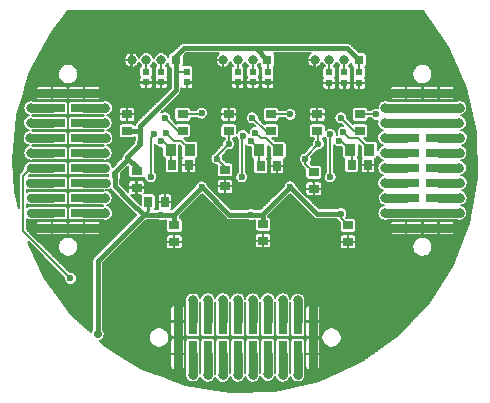
<source format=gbl>
G04 #@! TF.FileFunction,Copper,L2,Bot,Signal*
%FSLAX46Y46*%
G04 Gerber Fmt 4.6, Leading zero omitted, Abs format (unit mm)*
G04 Created by KiCad (PCBNEW 4.0.2+e4-6225~38~ubuntu14.04.1-stable) date Tue 14 Jun 2016 22:49:22 BST*
%MOMM*%
G01*
G04 APERTURE LIST*
%ADD10C,0.100000*%
%ADD11R,0.800000X0.800000*%
%ADD12O,0.800000X0.800000*%
%ADD13R,2.220000X0.740000*%
%ADD14R,0.740000X2.220000*%
%ADD15R,0.900000X0.750000*%
%ADD16R,0.750000X0.900000*%
%ADD17R,0.950000X1.000000*%
%ADD18R,0.620000X0.620000*%
%ADD19C,0.600000*%
%ADD20C,0.800000*%
%ADD21C,0.700000*%
%ADD22C,0.250000*%
%ADD23C,0.200000*%
%ADD24C,0.740000*%
%ADD25C,0.400000*%
G04 APERTURE END LIST*
D10*
D11*
X109625000Y-91500000D03*
D12*
X108375000Y-91500000D03*
X107125000Y-91500000D03*
X105875000Y-91500000D03*
D11*
X101875000Y-91500000D03*
D12*
X100625000Y-91500000D03*
X99375000Y-91500000D03*
X98125000Y-91500000D03*
D11*
X94125000Y-91500000D03*
D12*
X92875000Y-91500000D03*
X91625000Y-91500000D03*
X90375000Y-91500000D03*
D13*
X83635000Y-94285000D03*
X86365000Y-94285000D03*
X83635000Y-95555000D03*
X86365000Y-95555000D03*
X83635000Y-96825000D03*
X86365000Y-96825000D03*
X83635000Y-98095000D03*
X86365000Y-98095000D03*
X83635000Y-99365000D03*
X86365000Y-99365000D03*
X83635000Y-100635000D03*
X86365000Y-100635000D03*
X83635000Y-101905000D03*
X86365000Y-101905000D03*
X83635000Y-103175000D03*
X86365000Y-103175000D03*
X83635000Y-104445000D03*
X86365000Y-104445000D03*
X83635000Y-105715000D03*
X86365000Y-105715000D03*
X113635000Y-94285000D03*
X116365000Y-94285000D03*
X113635000Y-95555000D03*
X116365000Y-95555000D03*
X113635000Y-96825000D03*
X116365000Y-96825000D03*
X113635000Y-98095000D03*
X116365000Y-98095000D03*
X113635000Y-99365000D03*
X116365000Y-99365000D03*
X113635000Y-100635000D03*
X116365000Y-100635000D03*
X113635000Y-101905000D03*
X116365000Y-101905000D03*
X113635000Y-103175000D03*
X116365000Y-103175000D03*
X113635000Y-104445000D03*
X116365000Y-104445000D03*
X113635000Y-105715000D03*
X116365000Y-105715000D03*
D14*
X94285000Y-116365000D03*
X94285000Y-113635000D03*
X95555000Y-116365000D03*
X95555000Y-113635000D03*
X96825000Y-116365000D03*
X96825000Y-113635000D03*
X98095000Y-116365000D03*
X98095000Y-113635000D03*
X99365000Y-116365000D03*
X99365000Y-113635000D03*
X100635000Y-116365000D03*
X100635000Y-113635000D03*
X101905000Y-116365000D03*
X101905000Y-113635000D03*
X103175000Y-116365000D03*
X103175000Y-113635000D03*
X104445000Y-116365000D03*
X104445000Y-113635000D03*
X105715000Y-116365000D03*
X105715000Y-113635000D03*
D15*
X102200000Y-96100000D03*
X102200000Y-97500000D03*
X94700000Y-96100000D03*
X94700000Y-97500000D03*
X109700000Y-96100000D03*
X109700000Y-97500000D03*
D16*
X93800000Y-100400000D03*
X95200000Y-100400000D03*
D15*
X90000000Y-97500000D03*
X90000000Y-96100000D03*
X98600000Y-97500000D03*
X98600000Y-96100000D03*
X98300000Y-100800000D03*
X98300000Y-102200000D03*
D16*
X109000000Y-100400000D03*
X110400000Y-100400000D03*
D15*
X90800000Y-100900000D03*
X90800000Y-102300000D03*
X101500000Y-105400000D03*
X101500000Y-106800000D03*
X105800000Y-101000000D03*
X105800000Y-102400000D03*
D16*
X101300000Y-100450000D03*
X102700000Y-100450000D03*
X91800000Y-103500000D03*
X93200000Y-103500000D03*
D15*
X106100000Y-97500000D03*
X106100000Y-96100000D03*
X108700000Y-105500000D03*
X108700000Y-106900000D03*
X94000000Y-105500000D03*
X94000000Y-106900000D03*
D17*
X95300000Y-99100000D03*
X93700000Y-99100000D03*
X110499999Y-99100000D03*
X108899999Y-99100000D03*
X102800000Y-99150000D03*
X101200000Y-99150000D03*
D18*
X91600000Y-93400000D03*
X91600000Y-92500000D03*
X92900000Y-93400000D03*
X92900000Y-92500000D03*
X101900000Y-93400000D03*
X101900000Y-92500000D03*
X99350000Y-93400000D03*
X99350000Y-92500000D03*
X100650000Y-93400000D03*
X100650000Y-92500000D03*
X95050000Y-93400000D03*
X95050000Y-92500000D03*
X107100000Y-93450000D03*
X107100000Y-92550000D03*
X108400000Y-93450000D03*
X108400000Y-92550000D03*
X109650000Y-93450000D03*
X109650000Y-92550000D03*
D19*
X95000000Y-110000000D03*
X100000000Y-110000000D03*
X105000000Y-110000000D03*
X115000000Y-110000000D03*
X112500000Y-110000000D03*
X110000000Y-110000000D03*
X107500000Y-110000000D03*
X107500000Y-112500000D03*
X112500000Y-112500000D03*
X110000000Y-112500000D03*
X110000000Y-115000000D03*
X107500000Y-117500000D03*
X97500000Y-110000000D03*
X86100000Y-113200000D03*
X92500000Y-117500000D03*
X92500000Y-112500000D03*
X90000000Y-115000000D03*
X90000000Y-112500000D03*
X90000000Y-110000000D03*
X92500000Y-110000000D03*
X111000000Y-97250000D03*
X92500000Y-106000000D03*
X103500000Y-101250000D03*
X103800000Y-103500000D03*
X96000000Y-101250000D03*
X104000000Y-92000000D03*
X96000000Y-92000000D03*
X117500000Y-92500000D03*
X115000000Y-90000000D03*
X112500000Y-92500000D03*
X112500000Y-90000000D03*
X110000000Y-90000000D03*
X92500000Y-90000000D03*
X90000000Y-90000000D03*
X85000000Y-90000000D03*
X87500000Y-90000000D03*
X87500000Y-92500000D03*
X82500000Y-92500000D03*
X100050000Y-106000000D03*
X96300000Y-103500000D03*
X100310000Y-101960000D03*
X107790000Y-101970000D03*
X107355000Y-105775000D03*
X92690000Y-101920000D03*
D20*
X94285000Y-111815000D03*
X105715000Y-111815000D03*
X105715000Y-118185000D03*
X94285000Y-118185000D03*
X118185000Y-94285000D03*
X118185000Y-105715000D03*
X111815000Y-105715000D03*
X111885000Y-94285000D03*
X88185000Y-105715000D03*
X88185000Y-94285000D03*
D21*
X81815000Y-105715000D03*
D20*
X81815000Y-94285000D03*
D19*
X108300000Y-97600000D03*
X93250000Y-97650000D03*
D20*
X98095000Y-111805000D03*
X95555000Y-111845000D03*
D19*
X100850000Y-97650000D03*
D20*
X96825000Y-111825000D03*
D19*
X108100000Y-96400000D03*
X111100000Y-96100000D03*
X107200000Y-97800000D03*
X107200000Y-101400000D03*
D21*
X87500000Y-114700000D03*
D19*
X103800000Y-102250000D03*
X108100000Y-104500000D03*
X100500000Y-104600000D03*
X96300000Y-102250000D03*
X97600000Y-99850000D03*
X105100000Y-99900000D03*
X106200000Y-98600000D03*
X98600000Y-98600000D03*
X92900000Y-104600000D03*
X91100000Y-98600000D03*
X90100000Y-99850000D03*
X88970000Y-101270000D03*
X93200000Y-96400000D03*
X96300000Y-96000000D03*
X92000000Y-101400000D03*
X92300000Y-97800000D03*
X100600000Y-96400000D03*
X103800000Y-96100000D03*
X99700000Y-101400000D03*
X99800000Y-97900000D03*
D20*
X81855000Y-95555000D03*
X88155000Y-95555000D03*
X81825000Y-96825000D03*
X88125000Y-96825000D03*
X81805000Y-98095000D03*
X81865000Y-99365000D03*
X88135000Y-99365000D03*
D21*
X88165000Y-100635000D03*
X81805000Y-101905000D03*
X88195000Y-101905000D03*
X81875000Y-103175000D03*
D20*
X88125000Y-103175000D03*
D21*
X81845000Y-104445000D03*
D20*
X88155000Y-104445000D03*
X118155000Y-95555000D03*
X111855000Y-95555000D03*
X118125000Y-96825000D03*
X111825000Y-96825000D03*
X111805000Y-98095000D03*
X118195000Y-98095000D03*
X111835000Y-99365000D03*
X118165000Y-99365000D03*
X111835000Y-100635000D03*
X118135000Y-100635000D03*
X111805000Y-101905000D03*
X118195000Y-101905000D03*
X111875000Y-103175000D03*
X118175000Y-103175000D03*
X118155000Y-104445000D03*
X111845000Y-104445000D03*
X88195000Y-98095000D03*
X95555000Y-118155000D03*
X96825000Y-118175000D03*
X98095000Y-118195000D03*
X99365000Y-118165000D03*
X99365000Y-111835000D03*
X100635000Y-118165000D03*
X100635000Y-111835000D03*
X101905000Y-118105000D03*
X101905000Y-111805000D03*
X103175000Y-118175000D03*
X103175000Y-111825000D03*
X104445000Y-118155000D03*
X104445000Y-111855000D03*
D19*
X92850000Y-98400000D03*
X107950000Y-98350000D03*
X100450000Y-98350000D03*
X85200000Y-110000000D03*
D21*
X81835000Y-100635000D03*
D22*
X92500000Y-110000000D02*
X95000000Y-110000000D01*
D23*
X97500000Y-110000000D02*
X95000000Y-110000000D01*
X100000000Y-110000000D02*
X97500000Y-110000000D01*
X105000000Y-110000000D02*
X100000000Y-110000000D01*
X107500000Y-110000000D02*
X105000000Y-110000000D01*
X112500000Y-110000000D02*
X115000000Y-110000000D01*
X110000000Y-110000000D02*
X112500000Y-110000000D01*
X107500000Y-110000000D02*
X110000000Y-110000000D01*
X107500000Y-112500000D02*
X107500000Y-110000000D01*
X110000000Y-112500000D02*
X107500000Y-112500000D01*
X110000000Y-112500000D02*
X112500000Y-112500000D01*
X110000000Y-115000000D02*
X110000000Y-112500000D01*
X107500000Y-117500000D02*
X110000000Y-115000000D01*
X106815000Y-118185000D02*
X107500000Y-117500000D01*
X105715000Y-118185000D02*
X106815000Y-118185000D01*
D22*
X90000000Y-115000000D02*
X92500000Y-117500000D01*
X92500000Y-110000000D02*
X92500000Y-112500000D01*
X90000000Y-112500000D02*
X90000000Y-115000000D01*
X90000000Y-110000000D02*
X90000000Y-112500000D01*
X92500000Y-110000000D02*
X90000000Y-110000000D01*
D23*
X87500000Y-90000000D02*
X87500000Y-92500000D01*
X90000000Y-90000000D02*
X92500000Y-90000000D01*
X87500000Y-90000000D02*
X90000000Y-90000000D01*
X85000000Y-90000000D02*
X87500000Y-90000000D01*
X82500000Y-92500000D02*
X85000000Y-90000000D01*
X81815000Y-94285000D02*
X81815000Y-93185000D01*
X81815000Y-93185000D02*
X82500000Y-92500000D01*
D24*
X116365000Y-94285000D02*
X113635000Y-94285000D01*
X116365000Y-94285000D02*
X118185000Y-94285000D01*
X113635000Y-94285000D02*
X111885000Y-94285000D01*
X116365000Y-105715000D02*
X113635000Y-105715000D01*
X116365000Y-105715000D02*
X118185000Y-105715000D01*
X111815000Y-105715000D02*
X113635000Y-105715000D01*
X105715000Y-113635000D02*
X105715000Y-116365000D01*
X94285000Y-113635000D02*
X94285000Y-116365000D01*
X94285000Y-116365000D02*
X94285000Y-118185000D01*
X105715000Y-116365000D02*
X105715000Y-118185000D01*
X105715000Y-113635000D02*
X105715000Y-111815000D01*
X94285000Y-111815000D02*
X94285000Y-113635000D01*
X83635000Y-105715000D02*
X81815000Y-105715000D01*
X86365000Y-105715000D02*
X83635000Y-105715000D01*
X86365000Y-105715000D02*
X88185000Y-105715000D01*
X83635000Y-94285000D02*
X81815000Y-94285000D01*
X86365000Y-94285000D02*
X88185000Y-94285000D01*
X86365000Y-94285000D02*
X83635000Y-94285000D01*
D23*
X108300000Y-97600000D02*
X108825001Y-98125001D01*
X108825001Y-98125001D02*
X109550000Y-98125001D01*
X109550000Y-98125001D02*
X110499999Y-99075000D01*
X110499999Y-99075000D02*
X110499999Y-99100000D01*
X93250000Y-97650000D02*
X93949999Y-98349999D01*
X94574999Y-98349999D02*
X95300000Y-99075000D01*
X95300000Y-99075000D02*
X95300000Y-99100000D01*
X93949999Y-98349999D02*
X94574999Y-98349999D01*
D24*
X98095000Y-111805000D02*
X98095000Y-113635000D01*
X95555000Y-111845000D02*
X95555000Y-113635000D01*
D23*
X100850000Y-97650000D02*
X101325001Y-98125001D01*
X101325001Y-98125001D02*
X101800001Y-98125001D01*
X101800001Y-98125001D02*
X102800000Y-99125000D01*
X102800000Y-99125000D02*
X102800000Y-99150000D01*
D24*
X96825000Y-111825000D02*
X96825000Y-113635000D01*
D23*
X109250000Y-97550000D02*
X108100000Y-96400000D01*
X109700000Y-97550000D02*
X109250000Y-97550000D01*
X111100000Y-96100000D02*
X109750000Y-96100000D01*
X109750000Y-96100000D02*
X109700000Y-96050000D01*
X107200000Y-101400000D02*
X107200000Y-97800000D01*
D22*
X91400000Y-104600000D02*
X91800000Y-104200000D01*
X91800000Y-104200000D02*
X91800000Y-103500000D01*
D25*
X87500000Y-114700000D02*
X87500000Y-108500000D01*
X87500000Y-108500000D02*
X91400000Y-104600000D01*
D23*
X109650000Y-92550000D02*
X109650000Y-91525000D01*
X109650000Y-91525000D02*
X109625000Y-91500000D01*
X101900000Y-92500000D02*
X101900000Y-91525000D01*
X101900000Y-91525000D02*
X101875000Y-91500000D01*
D25*
X94125000Y-93375000D02*
X94125000Y-92500000D01*
X94125000Y-92500000D02*
X94125000Y-91500000D01*
D23*
X95050000Y-92500000D02*
X94125000Y-92500000D01*
D25*
X91100000Y-97100000D02*
X94125000Y-94075000D01*
X94125000Y-94075000D02*
X94125000Y-93375000D01*
X91100000Y-97500000D02*
X91100000Y-97100000D01*
X91400000Y-104600000D02*
X90200000Y-103400000D01*
X90200000Y-103400000D02*
X88970000Y-102170000D01*
D23*
X108100000Y-104500000D02*
X108100000Y-104900000D01*
X108100000Y-104900000D02*
X108700000Y-105500000D01*
X105100000Y-99900000D02*
X105100000Y-100300000D01*
X105100000Y-100300000D02*
X105800000Y-101000000D01*
X106200000Y-98600000D02*
X106200000Y-97600000D01*
X106200000Y-97600000D02*
X106100000Y-97500000D01*
D25*
X101500000Y-105400000D02*
X101500000Y-104625000D01*
X101500000Y-104625000D02*
X101475000Y-104600000D01*
X101475000Y-104600000D02*
X101450000Y-104600000D01*
D23*
X98300000Y-100800000D02*
X98300000Y-100550000D01*
X98300000Y-100550000D02*
X97600000Y-99850000D01*
X98600000Y-97500000D02*
X98600000Y-98600000D01*
D25*
X93950000Y-104600000D02*
X94000000Y-104650000D01*
X94000000Y-104650000D02*
X94000000Y-105500000D01*
X91100000Y-97500000D02*
X91100000Y-98600000D01*
X90000000Y-97500000D02*
X90850000Y-97500000D01*
X90850000Y-97500000D02*
X91100000Y-97500000D01*
X90800000Y-100900000D02*
X90800000Y-100550000D01*
X90800000Y-100550000D02*
X90100000Y-99850000D01*
X92900000Y-104600000D02*
X91400000Y-104600000D01*
X88970000Y-102170000D02*
X88970000Y-101694264D01*
X88970000Y-101694264D02*
X88970000Y-101270000D01*
D23*
X106200000Y-98600000D02*
X105200000Y-99600000D01*
X105100000Y-99900000D02*
X105100000Y-99700000D01*
X105100000Y-99700000D02*
X105200000Y-99600000D01*
X97600000Y-99850000D02*
X97600000Y-99600000D01*
D25*
X90100000Y-99850000D02*
X90100000Y-99600000D01*
X90100000Y-99600000D02*
X91100000Y-98600000D01*
X88970000Y-101270000D02*
X88970000Y-100980000D01*
X88970000Y-100980000D02*
X90100000Y-99850000D01*
X103800000Y-102250000D02*
X106050000Y-104500000D01*
X106050000Y-104500000D02*
X108100000Y-104500000D01*
X100500000Y-104600000D02*
X101450000Y-104600000D01*
X101450000Y-104600000D02*
X103800000Y-102250000D01*
X96300000Y-102250000D02*
X98650000Y-104600000D01*
X98650000Y-104600000D02*
X100500000Y-104600000D01*
X92900000Y-104600000D02*
X93950000Y-104600000D01*
X93950000Y-104600000D02*
X96300000Y-102250000D01*
X100875000Y-90500000D02*
X108625000Y-90500000D01*
X108625000Y-90500000D02*
X109625000Y-91500000D01*
X94800000Y-90500000D02*
X100875000Y-90500000D01*
X100875000Y-90500000D02*
X101875000Y-91500000D01*
X94125000Y-91175000D02*
X94800000Y-90500000D01*
X94125000Y-91500000D02*
X94125000Y-91175000D01*
D23*
X97600000Y-99600000D02*
X98600000Y-98600000D01*
X94700000Y-97550000D02*
X94350000Y-97550000D01*
X94350000Y-97550000D02*
X93200000Y-96400000D01*
X96300000Y-96000000D02*
X96250000Y-96050000D01*
X96250000Y-96050000D02*
X94700000Y-96050000D01*
X92000000Y-101400000D02*
X92000000Y-98100000D01*
X92000000Y-98100000D02*
X92300000Y-97800000D01*
X102200000Y-97550000D02*
X101750000Y-97550000D01*
X101750000Y-97550000D02*
X100600000Y-96400000D01*
X103800000Y-96100000D02*
X103750000Y-96050000D01*
X103750000Y-96050000D02*
X102200000Y-96050000D01*
X99700000Y-98000000D02*
X99700000Y-101400000D01*
X99800000Y-97900000D02*
X99700000Y-98000000D01*
D24*
X83635000Y-95555000D02*
X81855000Y-95555000D01*
X86365000Y-95555000D02*
X88155000Y-95555000D01*
X83635000Y-96825000D02*
X81825000Y-96825000D01*
X86365000Y-96825000D02*
X88125000Y-96825000D01*
X83635000Y-98095000D02*
X81805000Y-98095000D01*
X83635000Y-99365000D02*
X81865000Y-99365000D01*
X86365000Y-99365000D02*
X88135000Y-99365000D01*
X86365000Y-100635000D02*
X88165000Y-100635000D01*
X83635000Y-101905000D02*
X81805000Y-101905000D01*
X86365000Y-101905000D02*
X88195000Y-101905000D01*
X83635000Y-103175000D02*
X81875000Y-103175000D01*
X86365000Y-103175000D02*
X88125000Y-103175000D01*
X83635000Y-104445000D02*
X81845000Y-104445000D01*
X86365000Y-104445000D02*
X88155000Y-104445000D01*
X113635000Y-95555000D02*
X116365000Y-95555000D01*
X113635000Y-95555000D02*
X111855000Y-95555000D01*
X118155000Y-95555000D02*
X116365000Y-95555000D01*
X113635000Y-96825000D02*
X116365000Y-96825000D01*
X111825000Y-96825000D02*
X113635000Y-96825000D01*
X118125000Y-96825000D02*
X116365000Y-96825000D01*
X111805000Y-98095000D02*
X113635000Y-98095000D01*
X116365000Y-98095000D02*
X118195000Y-98095000D01*
X111835000Y-99365000D02*
X113635000Y-99365000D01*
X118165000Y-99365000D02*
X116365000Y-99365000D01*
X113635000Y-100635000D02*
X111835000Y-100635000D01*
X118135000Y-100635000D02*
X116365000Y-100635000D01*
X111805000Y-101905000D02*
X113635000Y-101905000D01*
X116365000Y-101905000D02*
X118195000Y-101905000D01*
X113635000Y-103175000D02*
X111875000Y-103175000D01*
X118175000Y-103175000D02*
X116365000Y-103175000D01*
X113635000Y-104445000D02*
X116365000Y-104445000D01*
X116365000Y-104445000D02*
X118155000Y-104445000D01*
X111845000Y-104445000D02*
X113635000Y-104445000D01*
X88195000Y-98095000D02*
X86365000Y-98095000D01*
X95555000Y-116365000D02*
X95555000Y-118155000D01*
X96825000Y-116365000D02*
X96825000Y-118175000D01*
X98095000Y-116365000D02*
X98095000Y-118195000D01*
X99365000Y-116365000D02*
X99365000Y-118165000D01*
X99365000Y-111835000D02*
X99365000Y-113635000D01*
X100635000Y-116365000D02*
X100635000Y-118165000D01*
X100635000Y-111835000D02*
X100635000Y-113635000D01*
X101905000Y-116365000D02*
X101905000Y-118105000D01*
X101905000Y-113635000D02*
X101905000Y-111805000D01*
X103175000Y-116365000D02*
X103175000Y-118175000D01*
X103175000Y-113635000D02*
X103175000Y-111825000D01*
X104445000Y-116365000D02*
X104445000Y-118155000D01*
X104445000Y-113635000D02*
X104445000Y-111855000D01*
D23*
X93700000Y-99100000D02*
X93700000Y-100300000D01*
X93700000Y-100300000D02*
X93800000Y-100400000D01*
X92850000Y-98400000D02*
X93000000Y-98400000D01*
X93000000Y-98400000D02*
X93700000Y-99100000D01*
X109000000Y-100400000D02*
X109000000Y-99200001D01*
X109000000Y-99200001D02*
X108899999Y-99100000D01*
X107950000Y-98350000D02*
X108149999Y-98350000D01*
X108149999Y-98350000D02*
X108899999Y-99100000D01*
X101200000Y-99150000D02*
X101200000Y-100350000D01*
X101200000Y-100350000D02*
X101300000Y-100450000D01*
X100450000Y-98350000D02*
X100450000Y-98400000D01*
X100450000Y-98400000D02*
X101200000Y-99150000D01*
X81900000Y-106700000D02*
X85200000Y-110000000D01*
X81184990Y-105984990D02*
X81900000Y-106700000D01*
X81835000Y-100635000D02*
X81184990Y-101285010D01*
X81184990Y-101285010D02*
X81184990Y-105984990D01*
X84375000Y-100635000D02*
X83635000Y-100635000D01*
D24*
X83635000Y-100635000D02*
X81835000Y-100635000D01*
D23*
X91600000Y-92500000D02*
X91600000Y-91525000D01*
X91600000Y-91525000D02*
X91625000Y-91500000D01*
X92900000Y-92500000D02*
X92900000Y-91525000D01*
X92900000Y-91525000D02*
X92875000Y-91500000D01*
X99350000Y-92500000D02*
X99350000Y-91525000D01*
X99350000Y-91525000D02*
X99375000Y-91500000D01*
X100650000Y-92500000D02*
X100650000Y-91525000D01*
X100650000Y-91525000D02*
X100625000Y-91500000D01*
X107100000Y-92550000D02*
X107100000Y-91525000D01*
X107100000Y-91525000D02*
X107125000Y-91500000D01*
X108400000Y-92550000D02*
X108400000Y-91525000D01*
X108400000Y-91525000D02*
X108375000Y-91500000D01*
X84963044Y-87325000D02*
X115030596Y-87325000D01*
X84850329Y-87474200D02*
X115134831Y-87474200D01*
X84737614Y-87623400D02*
X115239066Y-87623400D01*
X84624900Y-87772600D02*
X115343301Y-87772600D01*
X84512185Y-87921800D02*
X115447536Y-87921800D01*
X84399471Y-88071000D02*
X115551771Y-88071000D01*
X84286756Y-88220200D02*
X115656006Y-88220200D01*
X84174041Y-88369400D02*
X115760241Y-88369400D01*
X84061327Y-88518600D02*
X115864476Y-88518600D01*
X83948612Y-88667800D02*
X115968711Y-88667800D01*
X83835898Y-88817000D02*
X116072946Y-88817000D01*
X83723183Y-88966200D02*
X116177181Y-88966200D01*
X83612234Y-89115400D02*
X116281416Y-89115400D01*
X83532903Y-89264600D02*
X116385651Y-89264600D01*
X83453572Y-89413800D02*
X116489886Y-89413800D01*
X83374241Y-89563000D02*
X116594121Y-89563000D01*
X83294910Y-89712200D02*
X116698356Y-89712200D01*
X83215579Y-89861400D02*
X116802591Y-89861400D01*
X83136248Y-90010600D02*
X116906826Y-90010600D01*
X83056916Y-90159800D02*
X94508312Y-90159800D01*
X108916413Y-90159800D02*
X117011061Y-90159800D01*
X82977585Y-90309000D02*
X94354604Y-90309000D01*
X109070396Y-90309000D02*
X117115296Y-90309000D01*
X82898254Y-90458200D02*
X94205404Y-90458200D01*
X109219596Y-90458200D02*
X117194100Y-90458200D01*
X82818923Y-90607400D02*
X94056204Y-90607400D01*
X109368796Y-90607400D02*
X117259716Y-90607400D01*
X82739592Y-90756600D02*
X93907004Y-90756600D01*
X109517996Y-90756600D02*
X117325332Y-90756600D01*
X82660261Y-90905800D02*
X90116686Y-90905800D01*
X90352002Y-90905800D02*
X90397999Y-90905800D01*
X90633315Y-90905800D02*
X91361455Y-90905800D01*
X91890097Y-90905800D02*
X92611455Y-90905800D01*
X93140097Y-90905800D02*
X93567701Y-90905800D01*
X110180566Y-90905800D02*
X117390948Y-90905800D01*
X82580930Y-91055000D02*
X89904550Y-91055000D01*
X90365000Y-91055000D02*
X90385000Y-91055000D01*
X90845451Y-91055000D02*
X91150424Y-91055000D01*
X92100417Y-91055000D02*
X92400424Y-91055000D01*
X93350417Y-91055000D02*
X93480187Y-91055000D01*
X94881396Y-91055000D02*
X97654550Y-91055000D01*
X102521428Y-91055000D02*
X105404550Y-91055000D01*
X110271428Y-91055000D02*
X117456564Y-91055000D01*
X82501599Y-91204200D02*
X89799132Y-91204200D01*
X90365000Y-91204200D02*
X90385000Y-91204200D01*
X90950869Y-91204200D02*
X91046389Y-91204200D01*
X92203470Y-91204200D02*
X92296389Y-91204200D01*
X93453471Y-91204200D02*
X93473791Y-91204200D01*
X94776209Y-91204200D02*
X97549132Y-91204200D01*
X102526209Y-91204200D02*
X105299132Y-91204200D01*
X110276209Y-91204200D02*
X117522180Y-91204200D01*
X82422268Y-91353400D02*
X89742215Y-91353400D01*
X90365000Y-91353400D02*
X90385000Y-91353400D01*
X94776209Y-91353400D02*
X97492215Y-91353400D01*
X102526209Y-91353400D02*
X105242215Y-91353400D01*
X110276209Y-91353400D02*
X117587796Y-91353400D01*
X82342937Y-91502600D02*
X90405000Y-91502600D01*
X94776209Y-91502600D02*
X98155000Y-91502600D01*
X102526209Y-91502600D02*
X105905000Y-91502600D01*
X110276209Y-91502600D02*
X117653411Y-91502600D01*
X82263606Y-91651800D02*
X89743928Y-91651800D01*
X90365000Y-91651800D02*
X90385000Y-91651800D01*
X94776209Y-91651800D02*
X97493928Y-91651800D01*
X98115000Y-91651800D02*
X98135000Y-91651800D01*
X102526209Y-91651800D02*
X105243928Y-91651800D01*
X105865000Y-91651800D02*
X105885000Y-91651800D01*
X110276209Y-91651800D02*
X117719027Y-91651800D01*
X82184275Y-91801000D02*
X89802072Y-91801000D01*
X90365000Y-91801000D02*
X90385000Y-91801000D01*
X90947927Y-91801000D02*
X91049248Y-91801000D01*
X92200799Y-91801000D02*
X92299248Y-91801000D01*
X93450799Y-91801000D02*
X93473791Y-91801000D01*
X94776209Y-91801000D02*
X97552072Y-91801000D01*
X98115000Y-91801000D02*
X98135000Y-91801000D01*
X98697927Y-91801000D02*
X98799248Y-91801000D01*
X99950799Y-91801000D02*
X100049248Y-91801000D01*
X101200799Y-91801000D02*
X101223791Y-91801000D01*
X102526209Y-91801000D02*
X105302072Y-91801000D01*
X105865000Y-91801000D02*
X105885000Y-91801000D01*
X106447927Y-91801000D02*
X106549248Y-91801000D01*
X107700799Y-91801000D02*
X107799248Y-91801000D01*
X108950799Y-91801000D02*
X108973791Y-91801000D01*
X110276209Y-91801000D02*
X117784643Y-91801000D01*
X82104943Y-91950200D02*
X84585775Y-91950200D01*
X85415902Y-91950200D02*
X89909028Y-91950200D01*
X90365000Y-91950200D02*
X90385000Y-91950200D01*
X90840971Y-91950200D02*
X91153764Y-91950200D01*
X92095274Y-91950200D02*
X92403764Y-91950200D01*
X93345274Y-91950200D02*
X93480183Y-91950200D01*
X95433231Y-91950200D02*
X97659028Y-91950200D01*
X98115000Y-91950200D02*
X98135000Y-91950200D01*
X98590971Y-91950200D02*
X98903764Y-91950200D01*
X99845274Y-91950200D02*
X100153764Y-91950200D01*
X101095274Y-91950200D02*
X101230183Y-91950200D01*
X102519074Y-91950200D02*
X105409028Y-91950200D01*
X105865000Y-91950200D02*
X105885000Y-91950200D01*
X106340971Y-91950200D02*
X106653764Y-91950200D01*
X107595274Y-91950200D02*
X107903764Y-91950200D01*
X108845274Y-91950200D02*
X108980183Y-91950200D01*
X110269074Y-91950200D02*
X114585775Y-91950200D01*
X115415902Y-91950200D02*
X117850259Y-91950200D01*
X82025612Y-92099400D02*
X84393285Y-92099400D01*
X85606503Y-92099400D02*
X90126999Y-92099400D01*
X90342025Y-92099400D02*
X90407974Y-92099400D01*
X90623000Y-92099400D02*
X91058030Y-92099400D01*
X92142306Y-92099400D02*
X92358030Y-92099400D01*
X93442306Y-92099400D02*
X93575536Y-92099400D01*
X95592306Y-92099400D02*
X97876999Y-92099400D01*
X98092025Y-92099400D02*
X98157974Y-92099400D01*
X98373000Y-92099400D02*
X98808030Y-92099400D01*
X99892306Y-92099400D02*
X100108030Y-92099400D01*
X101192306Y-92099400D02*
X101325536Y-92099400D01*
X102442306Y-92099400D02*
X105626999Y-92099400D01*
X105842025Y-92099400D02*
X105907974Y-92099400D01*
X106123000Y-92099400D02*
X106583046Y-92099400D01*
X107615204Y-92099400D02*
X107883046Y-92099400D01*
X108915204Y-92099400D02*
X109075536Y-92099400D01*
X110174407Y-92099400D02*
X114393285Y-92099400D01*
X115606503Y-92099400D02*
X117915875Y-92099400D01*
X81946281Y-92248600D02*
X84275451Y-92248600D01*
X85723962Y-92248600D02*
X91038791Y-92248600D01*
X92161209Y-92248600D02*
X92338791Y-92248600D01*
X93461209Y-92248600D02*
X93675000Y-92248600D01*
X95611209Y-92248600D02*
X98788791Y-92248600D01*
X99911209Y-92248600D02*
X100088791Y-92248600D01*
X101211209Y-92248600D02*
X101338791Y-92248600D01*
X102461209Y-92248600D02*
X106538791Y-92248600D01*
X107661209Y-92248600D02*
X107838791Y-92248600D01*
X108961209Y-92248600D02*
X109088791Y-92248600D01*
X110211209Y-92248600D02*
X114275451Y-92248600D01*
X115723962Y-92248600D02*
X117981491Y-92248600D01*
X81866950Y-92397800D02*
X84202558Y-92397800D01*
X85796913Y-92397800D02*
X91038791Y-92397800D01*
X92161209Y-92397800D02*
X92338791Y-92397800D01*
X93461209Y-92397800D02*
X93675000Y-92397800D01*
X95611209Y-92397800D02*
X98788791Y-92397800D01*
X99911209Y-92397800D02*
X100088791Y-92397800D01*
X101211209Y-92397800D02*
X101338791Y-92397800D01*
X102461209Y-92397800D02*
X106538791Y-92397800D01*
X107661209Y-92397800D02*
X107838791Y-92397800D01*
X108961209Y-92397800D02*
X109088791Y-92397800D01*
X110211209Y-92397800D02*
X114202558Y-92397800D01*
X115796913Y-92397800D02*
X118047107Y-92397800D01*
X81797723Y-92547000D02*
X84162432Y-92547000D01*
X85837236Y-92547000D02*
X91038791Y-92547000D01*
X92161209Y-92547000D02*
X92338791Y-92547000D01*
X93461209Y-92547000D02*
X93675000Y-92547000D01*
X95611209Y-92547000D02*
X98788791Y-92547000D01*
X99911209Y-92547000D02*
X100088791Y-92547000D01*
X101211209Y-92547000D02*
X101338791Y-92547000D01*
X102461209Y-92547000D02*
X106538791Y-92547000D01*
X107661209Y-92547000D02*
X107838791Y-92547000D01*
X108961209Y-92547000D02*
X109088791Y-92547000D01*
X110211209Y-92547000D02*
X114162432Y-92547000D01*
X115837236Y-92547000D02*
X118112723Y-92547000D01*
X81752676Y-92696200D02*
X84149864Y-92696200D01*
X85848856Y-92696200D02*
X91038791Y-92696200D01*
X92161209Y-92696200D02*
X92338791Y-92696200D01*
X93461209Y-92696200D02*
X93675000Y-92696200D01*
X95611209Y-92696200D02*
X98788791Y-92696200D01*
X99911209Y-92696200D02*
X100088791Y-92696200D01*
X101211209Y-92696200D02*
X101338791Y-92696200D01*
X102461209Y-92696200D02*
X106538791Y-92696200D01*
X107661209Y-92696200D02*
X107838791Y-92696200D01*
X108961209Y-92696200D02*
X109088791Y-92696200D01*
X110211209Y-92696200D02*
X114149864Y-92696200D01*
X115848856Y-92696200D02*
X118178338Y-92696200D01*
X81707630Y-92845400D02*
X84163368Y-92845400D01*
X85837528Y-92845400D02*
X91041614Y-92845400D01*
X92156178Y-92845400D02*
X92341614Y-92845400D01*
X93456178Y-92845400D02*
X93675000Y-92845400D01*
X95606178Y-92845400D02*
X98791614Y-92845400D01*
X99906178Y-92845400D02*
X100091614Y-92845400D01*
X101206178Y-92845400D02*
X101341614Y-92845400D01*
X102456178Y-92845400D02*
X106538791Y-92845400D01*
X107661209Y-92845400D02*
X107838791Y-92845400D01*
X108961209Y-92845400D02*
X109088791Y-92845400D01*
X110211209Y-92845400D02*
X114163368Y-92845400D01*
X115837528Y-92845400D02*
X118243954Y-92845400D01*
X81662584Y-92994600D02*
X84204382Y-92994600D01*
X85797090Y-92994600D02*
X91058918Y-92994600D01*
X92141083Y-92994600D02*
X92358918Y-92994600D01*
X93441083Y-92994600D02*
X93675000Y-92994600D01*
X95591083Y-92994600D02*
X98808918Y-92994600D01*
X99891083Y-92994600D02*
X100108918Y-92994600D01*
X101191083Y-92994600D02*
X101358918Y-92994600D01*
X102441083Y-92994600D02*
X106580842Y-92994600D01*
X107622068Y-92994600D02*
X107880842Y-92994600D01*
X108922068Y-92994600D02*
X109130842Y-92994600D01*
X110172068Y-92994600D02*
X114204382Y-92994600D01*
X115797090Y-92994600D02*
X118309570Y-92994600D01*
X81617538Y-93143800D02*
X84277965Y-93143800D01*
X85723658Y-93143800D02*
X91040000Y-93143800D01*
X92160000Y-93143800D02*
X92340000Y-93143800D01*
X93460000Y-93143800D02*
X93675000Y-93143800D01*
X95610000Y-93143800D02*
X98790000Y-93143800D01*
X99910000Y-93143800D02*
X100090000Y-93143800D01*
X101210000Y-93143800D02*
X101340000Y-93143800D01*
X102460000Y-93143800D02*
X106540000Y-93143800D01*
X107660000Y-93143800D02*
X107840000Y-93143800D01*
X108960000Y-93143800D02*
X109090000Y-93143800D01*
X110210000Y-93143800D02*
X114277965Y-93143800D01*
X115723658Y-93143800D02*
X118375186Y-93143800D01*
X81572492Y-93293000D02*
X84395791Y-93293000D01*
X85604654Y-93293000D02*
X91040000Y-93293000D01*
X92160000Y-93293000D02*
X92340000Y-93293000D01*
X93460000Y-93293000D02*
X93675000Y-93293000D01*
X95610000Y-93293000D02*
X98790000Y-93293000D01*
X99910000Y-93293000D02*
X100090000Y-93293000D01*
X101210000Y-93293000D02*
X101340000Y-93293000D01*
X102460000Y-93293000D02*
X106540000Y-93293000D01*
X107660000Y-93293000D02*
X107840000Y-93293000D01*
X108960000Y-93293000D02*
X109090000Y-93293000D01*
X110210000Y-93293000D02*
X114395791Y-93293000D01*
X115604654Y-93293000D02*
X118440802Y-93293000D01*
X81527445Y-93442200D02*
X84587034Y-93442200D01*
X85409002Y-93442200D02*
X91070300Y-93442200D01*
X91590000Y-93442200D02*
X91610000Y-93442200D01*
X92129700Y-93442200D02*
X92370300Y-93442200D01*
X92890000Y-93442200D02*
X92910000Y-93442200D01*
X93429700Y-93442200D02*
X93675000Y-93442200D01*
X95040000Y-93442200D02*
X95060000Y-93442200D01*
X95579700Y-93442200D02*
X98820300Y-93442200D01*
X99340000Y-93442200D02*
X99360000Y-93442200D01*
X99879700Y-93442200D02*
X100120300Y-93442200D01*
X100640000Y-93442200D02*
X100660000Y-93442200D01*
X101179700Y-93442200D02*
X101370300Y-93442200D01*
X101890000Y-93442200D02*
X101910000Y-93442200D01*
X102429700Y-93442200D02*
X114587034Y-93442200D01*
X115409002Y-93442200D02*
X118506418Y-93442200D01*
X81482399Y-93591400D02*
X91040000Y-93591400D01*
X91590000Y-93591400D02*
X91610000Y-93591400D01*
X92160000Y-93591400D02*
X92340000Y-93591400D01*
X92890000Y-93591400D02*
X92910000Y-93591400D01*
X93460000Y-93591400D02*
X93675000Y-93591400D01*
X95040000Y-93591400D02*
X95060000Y-93591400D01*
X95610000Y-93591400D02*
X98790000Y-93591400D01*
X99340000Y-93591400D02*
X99360000Y-93591400D01*
X99910000Y-93591400D02*
X100090000Y-93591400D01*
X100640000Y-93591400D02*
X100660000Y-93591400D01*
X101210000Y-93591400D02*
X101340000Y-93591400D01*
X101890000Y-93591400D02*
X101910000Y-93591400D01*
X102460000Y-93591400D02*
X106540000Y-93591400D01*
X107090000Y-93591400D02*
X107110000Y-93591400D01*
X107660000Y-93591400D02*
X107840000Y-93591400D01*
X108390000Y-93591400D02*
X108410000Y-93591400D01*
X108960000Y-93591400D02*
X109090000Y-93591400D01*
X109640000Y-93591400D02*
X109660000Y-93591400D01*
X110210000Y-93591400D02*
X118572034Y-93591400D01*
X81437353Y-93740600D02*
X82345846Y-93740600D01*
X83625000Y-93740600D02*
X83645000Y-93740600D01*
X84924154Y-93740600D02*
X85075846Y-93740600D01*
X86355000Y-93740600D02*
X86375000Y-93740600D01*
X87654154Y-93740600D02*
X91041188Y-93740600D01*
X91590000Y-93740600D02*
X91610000Y-93740600D01*
X92158811Y-93740600D02*
X92341188Y-93740600D01*
X92890000Y-93740600D02*
X92910000Y-93740600D01*
X93458811Y-93740600D02*
X93675000Y-93740600D01*
X95040000Y-93740600D02*
X95060000Y-93740600D01*
X95608811Y-93740600D02*
X98791188Y-93740600D01*
X99340000Y-93740600D02*
X99360000Y-93740600D01*
X99908811Y-93740600D02*
X100091188Y-93740600D01*
X100640000Y-93740600D02*
X100660000Y-93740600D01*
X101208811Y-93740600D02*
X101341188Y-93740600D01*
X101890000Y-93740600D02*
X101910000Y-93740600D01*
X102458811Y-93740600D02*
X106540000Y-93740600D01*
X107090000Y-93740600D02*
X107110000Y-93740600D01*
X107660000Y-93740600D02*
X107840000Y-93740600D01*
X108390000Y-93740600D02*
X108410000Y-93740600D01*
X108960000Y-93740600D02*
X109090000Y-93740600D01*
X109640000Y-93740600D02*
X109660000Y-93740600D01*
X110210000Y-93740600D02*
X112345846Y-93740600D01*
X113625000Y-93740600D02*
X113645000Y-93740600D01*
X114924154Y-93740600D02*
X115075846Y-93740600D01*
X116355000Y-93740600D02*
X116375000Y-93740600D01*
X117654154Y-93740600D02*
X118637650Y-93740600D01*
X81392307Y-93889800D02*
X82275115Y-93889800D01*
X83625000Y-93889800D02*
X83645000Y-93889800D01*
X84994886Y-93889800D02*
X85005115Y-93889800D01*
X86355000Y-93889800D02*
X86375000Y-93889800D01*
X87724886Y-93889800D02*
X91116246Y-93889800D01*
X91590000Y-93889800D02*
X91610000Y-93889800D01*
X92083754Y-93889800D02*
X92416246Y-93889800D01*
X92890000Y-93889800D02*
X92910000Y-93889800D01*
X93383754Y-93889800D02*
X93673804Y-93889800D01*
X95040000Y-93889800D02*
X95060000Y-93889800D01*
X95533754Y-93889800D02*
X98866246Y-93889800D01*
X99340000Y-93889800D02*
X99360000Y-93889800D01*
X99833754Y-93889800D02*
X100166246Y-93889800D01*
X100640000Y-93889800D02*
X100660000Y-93889800D01*
X101133754Y-93889800D02*
X101416246Y-93889800D01*
X101890000Y-93889800D02*
X101910000Y-93889800D01*
X102383754Y-93889800D02*
X106576056Y-93889800D01*
X107090000Y-93889800D02*
X107110000Y-93889800D01*
X107623943Y-93889800D02*
X107876056Y-93889800D01*
X108390000Y-93889800D02*
X108410000Y-93889800D01*
X108923943Y-93889800D02*
X109126056Y-93889800D01*
X109640000Y-93889800D02*
X109660000Y-93889800D01*
X110173942Y-93889800D02*
X112275115Y-93889800D01*
X113625000Y-93889800D02*
X113645000Y-93889800D01*
X114994886Y-93889800D02*
X115005115Y-93889800D01*
X116355000Y-93889800D02*
X116375000Y-93889800D01*
X117724886Y-93889800D02*
X118700013Y-93889800D01*
X81347261Y-94039000D02*
X82275000Y-94039000D01*
X83625000Y-94039000D02*
X83645000Y-94039000D01*
X84995000Y-94039000D02*
X85005000Y-94039000D01*
X86355000Y-94039000D02*
X86375000Y-94039000D01*
X87725000Y-94039000D02*
X93524604Y-94039000D01*
X94575000Y-94039000D02*
X112275000Y-94039000D01*
X113625000Y-94039000D02*
X113645000Y-94039000D01*
X114995000Y-94039000D02*
X115005000Y-94039000D01*
X116355000Y-94039000D02*
X116375000Y-94039000D01*
X117725000Y-94039000D02*
X118733196Y-94039000D01*
X81302215Y-94188200D02*
X82275000Y-94188200D01*
X83625000Y-94188200D02*
X83645000Y-94188200D01*
X84995000Y-94188200D02*
X85005000Y-94188200D01*
X86355000Y-94188200D02*
X86375000Y-94188200D01*
X87725000Y-94188200D02*
X93375404Y-94188200D01*
X94558936Y-94188200D02*
X112275000Y-94188200D01*
X113625000Y-94188200D02*
X113645000Y-94188200D01*
X114995000Y-94188200D02*
X115005000Y-94188200D01*
X116355000Y-94188200D02*
X116375000Y-94188200D01*
X117725000Y-94188200D02*
X118766380Y-94188200D01*
X81257169Y-94337400D02*
X82295100Y-94337400D01*
X83625000Y-94337400D02*
X83645000Y-94337400D01*
X84974900Y-94337400D02*
X85025100Y-94337400D01*
X86355000Y-94337400D02*
X86375000Y-94337400D01*
X87704900Y-94337400D02*
X93226204Y-94337400D01*
X94489449Y-94337400D02*
X112295100Y-94337400D01*
X113625000Y-94337400D02*
X113645000Y-94337400D01*
X114974900Y-94337400D02*
X115025100Y-94337400D01*
X116355000Y-94337400D02*
X116375000Y-94337400D01*
X117704900Y-94337400D02*
X118799564Y-94337400D01*
X81212123Y-94486600D02*
X82275000Y-94486600D01*
X83625000Y-94486600D02*
X83645000Y-94486600D01*
X84995000Y-94486600D02*
X85005000Y-94486600D01*
X86355000Y-94486600D02*
X86375000Y-94486600D01*
X87725000Y-94486600D02*
X93077004Y-94486600D01*
X94349796Y-94486600D02*
X112275000Y-94486600D01*
X113625000Y-94486600D02*
X113645000Y-94486600D01*
X114995000Y-94486600D02*
X115005000Y-94486600D01*
X116355000Y-94486600D02*
X116375000Y-94486600D01*
X117725000Y-94486600D02*
X118832748Y-94486600D01*
X81167077Y-94635800D02*
X82275000Y-94635800D01*
X83625000Y-94635800D02*
X83645000Y-94635800D01*
X84995000Y-94635800D02*
X85005000Y-94635800D01*
X86355000Y-94635800D02*
X86375000Y-94635800D01*
X87725000Y-94635800D02*
X92927804Y-94635800D01*
X94200596Y-94635800D02*
X112275000Y-94635800D01*
X113625000Y-94635800D02*
X113645000Y-94635800D01*
X114995000Y-94635800D02*
X115005000Y-94635800D01*
X116355000Y-94635800D02*
X116375000Y-94635800D01*
X117725000Y-94635800D02*
X118865932Y-94635800D01*
X81122031Y-94785000D02*
X82311190Y-94785000D01*
X83625000Y-94785000D02*
X83645000Y-94785000D01*
X84958809Y-94785000D02*
X85041190Y-94785000D01*
X86355000Y-94785000D02*
X86375000Y-94785000D01*
X87688809Y-94785000D02*
X92778604Y-94785000D01*
X94051396Y-94785000D02*
X112311190Y-94785000D01*
X113625000Y-94785000D02*
X113645000Y-94785000D01*
X114958809Y-94785000D02*
X115041190Y-94785000D01*
X116355000Y-94785000D02*
X116375000Y-94785000D01*
X117688809Y-94785000D02*
X118899116Y-94785000D01*
X81076985Y-94934200D02*
X81656307Y-94934200D01*
X82055598Y-94934200D02*
X82519872Y-94934200D01*
X84747878Y-94934200D02*
X85249872Y-94934200D01*
X87477878Y-94934200D02*
X87956307Y-94934200D01*
X88355598Y-94934200D02*
X92629404Y-94934200D01*
X93902196Y-94934200D02*
X111656307Y-94934200D01*
X112055598Y-94934200D02*
X112519872Y-94934200D01*
X114747878Y-94934200D02*
X115249872Y-94934200D01*
X117477878Y-94934200D02*
X117956307Y-94934200D01*
X118355598Y-94934200D02*
X118932299Y-94934200D01*
X81031939Y-95083400D02*
X81407524Y-95083400D01*
X84973900Y-95083400D02*
X85027988Y-95083400D01*
X88602767Y-95083400D02*
X92480204Y-95083400D01*
X93752996Y-95083400D02*
X111407524Y-95083400D01*
X118602767Y-95083400D02*
X118965483Y-95083400D01*
X80986892Y-95232600D02*
X81287949Y-95232600D01*
X84996209Y-95232600D02*
X85003791Y-95232600D01*
X88721218Y-95232600D02*
X92331004Y-95232600D01*
X93603796Y-95232600D02*
X111287949Y-95232600D01*
X118721218Y-95232600D02*
X118998667Y-95232600D01*
X80941846Y-95381800D02*
X81227265Y-95381800D01*
X84996209Y-95381800D02*
X85003791Y-95381800D01*
X88783354Y-95381800D02*
X92181804Y-95381800D01*
X93454596Y-95381800D02*
X111227265Y-95381800D01*
X118783354Y-95381800D02*
X119031851Y-95381800D01*
X80896800Y-95531000D02*
X81205244Y-95531000D01*
X84996209Y-95531000D02*
X85003791Y-95531000D01*
X88804473Y-95531000D02*
X89390446Y-95531000D01*
X89983500Y-95531000D02*
X90016500Y-95531000D01*
X90609554Y-95531000D02*
X92032604Y-95531000D01*
X93305396Y-95531000D02*
X94092398Y-95531000D01*
X95305800Y-95531000D02*
X96012215Y-95531000D01*
X96588281Y-95531000D02*
X97990446Y-95531000D01*
X98583500Y-95531000D02*
X98616500Y-95531000D01*
X99209554Y-95531000D02*
X101592398Y-95531000D01*
X102805800Y-95531000D02*
X105490446Y-95531000D01*
X106083500Y-95531000D02*
X106116500Y-95531000D01*
X106709554Y-95531000D02*
X109092398Y-95531000D01*
X110305800Y-95531000D02*
X111205245Y-95531000D01*
X118804473Y-95531000D02*
X119065035Y-95531000D01*
X80851754Y-95680200D02*
X81217093Y-95680200D01*
X84996209Y-95680200D02*
X85003791Y-95680200D01*
X88793148Y-95680200D02*
X89304014Y-95680200D01*
X89990000Y-95680200D02*
X90010000Y-95680200D01*
X90695987Y-95680200D02*
X91883404Y-95680200D01*
X93156196Y-95680200D02*
X94005158Y-95680200D01*
X95396490Y-95680200D02*
X95852369Y-95680200D01*
X96747882Y-95680200D02*
X97904014Y-95680200D01*
X98590000Y-95680200D02*
X98610000Y-95680200D01*
X99295987Y-95680200D02*
X101505158Y-95680200D01*
X102896490Y-95680200D02*
X103442561Y-95680200D01*
X104158271Y-95680200D02*
X105404014Y-95680200D01*
X106090000Y-95680200D02*
X106110000Y-95680200D01*
X106795987Y-95680200D02*
X109005158Y-95680200D01*
X110396490Y-95680200D02*
X110742560Y-95680200D01*
X118793148Y-95680200D02*
X119098219Y-95680200D01*
X80806708Y-95829400D02*
X81264520Y-95829400D01*
X84996209Y-95829400D02*
X85003791Y-95829400D01*
X88744373Y-95829400D02*
X89300000Y-95829400D01*
X89990000Y-95829400D02*
X90010000Y-95829400D01*
X90700000Y-95829400D02*
X91734204Y-95829400D01*
X93006996Y-95829400D02*
X93998791Y-95829400D01*
X96824596Y-95829400D02*
X97900000Y-95829400D01*
X98590000Y-95829400D02*
X98610000Y-95829400D01*
X99300000Y-95829400D02*
X101498791Y-95829400D01*
X104280569Y-95829400D02*
X105400000Y-95829400D01*
X106090000Y-95829400D02*
X106110000Y-95829400D01*
X106800000Y-95829400D02*
X108998791Y-95829400D01*
X118744373Y-95829400D02*
X119131402Y-95829400D01*
X80761662Y-95978600D02*
X81360420Y-95978600D01*
X84988591Y-95978600D02*
X85011236Y-95978600D01*
X88651669Y-95978600D02*
X89300000Y-95978600D01*
X89990000Y-95978600D02*
X90010000Y-95978600D01*
X90700000Y-95978600D02*
X91585004Y-95978600D01*
X93556682Y-95978600D02*
X93998791Y-95978600D01*
X96849568Y-95978600D02*
X97900000Y-95978600D01*
X98590000Y-95978600D02*
X98610000Y-95978600D01*
X99300000Y-95978600D02*
X100244194Y-95978600D01*
X100956682Y-95978600D02*
X101498791Y-95978600D01*
X104336664Y-95978600D02*
X105400000Y-95978600D01*
X106090000Y-95978600D02*
X106110000Y-95978600D01*
X106800000Y-95978600D02*
X107744194Y-95978600D01*
X108456682Y-95978600D02*
X108998791Y-95978600D01*
X118651669Y-95978600D02*
X119164586Y-95978600D01*
X80716616Y-96127800D02*
X81542434Y-96127800D01*
X84889247Y-96127800D02*
X85109525Y-96127800D01*
X88465541Y-96127800D02*
X89344700Y-96127800D01*
X89990000Y-96127800D02*
X90010000Y-96127800D01*
X90655300Y-96127800D02*
X91435804Y-96127800D01*
X93679506Y-96127800D02*
X93998791Y-96127800D01*
X96835004Y-96127800D02*
X97944700Y-96127800D01*
X98590000Y-96127800D02*
X98610000Y-96127800D01*
X99255300Y-96127800D02*
X100119776Y-96127800D01*
X101079506Y-96127800D02*
X101498791Y-96127800D01*
X104348881Y-96127800D02*
X105444700Y-96127800D01*
X106090000Y-96127800D02*
X106110000Y-96127800D01*
X106755300Y-96127800D02*
X107619776Y-96127800D01*
X108579506Y-96127800D02*
X108998791Y-96127800D01*
X118465541Y-96127800D02*
X119197770Y-96127800D01*
X80691601Y-96277000D02*
X81475304Y-96277000D01*
X84919573Y-96277000D02*
X85079921Y-96277000D01*
X88474997Y-96277000D02*
X89300000Y-96277000D01*
X89990000Y-96277000D02*
X90010000Y-96277000D01*
X90700000Y-96277000D02*
X91286604Y-96277000D01*
X93736348Y-96277000D02*
X93998791Y-96277000D01*
X96777701Y-96277000D02*
X97900000Y-96277000D01*
X98590000Y-96277000D02*
X98610000Y-96277000D01*
X99300000Y-96277000D02*
X100063834Y-96277000D01*
X101136348Y-96277000D02*
X101498791Y-96277000D01*
X104323270Y-96277000D02*
X105400000Y-96277000D01*
X106090000Y-96277000D02*
X106110000Y-96277000D01*
X106800000Y-96277000D02*
X107563834Y-96277000D01*
X108636348Y-96277000D02*
X108998791Y-96277000D01*
X118474997Y-96277000D02*
X119230954Y-96277000D01*
X80676972Y-96426200D02*
X81310260Y-96426200D01*
X84993913Y-96426200D02*
X85007884Y-96426200D01*
X88640458Y-96426200D02*
X89300000Y-96426200D01*
X89990000Y-96426200D02*
X90010000Y-96426200D01*
X90700000Y-96426200D02*
X91137404Y-96426200D01*
X93748903Y-96426200D02*
X93998791Y-96426200D01*
X95401209Y-96426200D02*
X95949473Y-96426200D01*
X96650021Y-96426200D02*
X97900000Y-96426200D01*
X98590000Y-96426200D02*
X98610000Y-96426200D01*
X99300000Y-96426200D02*
X100049557Y-96426200D01*
X101148903Y-96426200D02*
X101498791Y-96426200D01*
X102901209Y-96426200D02*
X103355872Y-96426200D01*
X104242995Y-96426200D02*
X105400000Y-96426200D01*
X106090000Y-96426200D02*
X106110000Y-96426200D01*
X106800000Y-96426200D02*
X107549557Y-96426200D01*
X108648903Y-96426200D02*
X108998791Y-96426200D01*
X118640458Y-96426200D02*
X119264138Y-96426200D01*
X80662343Y-96575400D02*
X81224763Y-96575400D01*
X84996209Y-96575400D02*
X85003791Y-96575400D01*
X88725201Y-96575400D02*
X89320988Y-96575400D01*
X89990000Y-96575400D02*
X90010000Y-96575400D01*
X90679011Y-96575400D02*
X90988204Y-96575400D01*
X93870375Y-96575400D02*
X94020729Y-96575400D01*
X95377553Y-96575400D02*
X97920988Y-96575400D01*
X98590000Y-96575400D02*
X98610000Y-96575400D01*
X99279011Y-96575400D02*
X100077880Y-96575400D01*
X101270375Y-96575400D02*
X101520729Y-96575400D01*
X102877553Y-96575400D02*
X103520264Y-96575400D01*
X104077383Y-96575400D02*
X105420988Y-96575400D01*
X106090000Y-96575400D02*
X106110000Y-96575400D01*
X106779011Y-96575400D02*
X107577880Y-96575400D01*
X108770375Y-96575400D02*
X109020729Y-96575400D01*
X110377553Y-96575400D02*
X110820264Y-96575400D01*
X118725201Y-96575400D02*
X119297322Y-96575400D01*
X80647714Y-96724600D02*
X81181791Y-96724600D01*
X84996209Y-96724600D02*
X85003791Y-96724600D01*
X88767769Y-96724600D02*
X89523366Y-96724600D01*
X89927900Y-96724600D02*
X90072100Y-96724600D01*
X90476633Y-96724600D02*
X90839004Y-96724600D01*
X94019575Y-96724600D02*
X94238678Y-96724600D01*
X95170175Y-96724600D02*
X98123366Y-96724600D01*
X98527900Y-96724600D02*
X98672100Y-96724600D01*
X99076633Y-96724600D02*
X100154841Y-96724600D01*
X101419575Y-96724600D02*
X101738678Y-96724600D01*
X102670175Y-96724600D02*
X105623366Y-96724600D01*
X106027900Y-96724600D02*
X106172100Y-96724600D01*
X106576633Y-96724600D02*
X107654841Y-96724600D01*
X108919575Y-96724600D02*
X109238678Y-96724600D01*
X110170175Y-96724600D02*
X111181791Y-96724600D01*
X118767769Y-96724600D02*
X119330505Y-96724600D01*
X80633085Y-96873800D02*
X81174228Y-96873800D01*
X84996209Y-96873800D02*
X85003791Y-96873800D01*
X88773456Y-96873800D02*
X89549888Y-96873800D01*
X90450064Y-96873800D02*
X90713117Y-96873800D01*
X94168775Y-96873800D02*
X94249888Y-96873800D01*
X95150064Y-96873800D02*
X98149888Y-96873800D01*
X99050064Y-96873800D02*
X100317961Y-96873800D01*
X101568775Y-96873800D02*
X101749888Y-96873800D01*
X102650064Y-96873800D02*
X105649888Y-96873800D01*
X106550064Y-96873800D02*
X107817961Y-96873800D01*
X109068775Y-96873800D02*
X109249888Y-96873800D01*
X110150064Y-96873800D02*
X111174228Y-96873800D01*
X118773456Y-96873800D02*
X119363689Y-96873800D01*
X80618455Y-97023000D02*
X81204271Y-97023000D01*
X84996209Y-97023000D02*
X85003791Y-97023000D01*
X88746609Y-97023000D02*
X89323169Y-97023000D01*
X95378776Y-97023000D02*
X97923169Y-97023000D01*
X99278776Y-97023000D02*
X100728025Y-97023000D01*
X102878776Y-97023000D02*
X105423169Y-97023000D01*
X106778776Y-97023000D02*
X108228025Y-97023000D01*
X110378776Y-97023000D02*
X111204271Y-97023000D01*
X118746609Y-97023000D02*
X119396873Y-97023000D01*
X80603826Y-97172200D02*
X81275434Y-97172200D01*
X84996209Y-97172200D02*
X85003791Y-97172200D01*
X88675563Y-97172200D02*
X89298791Y-97172200D01*
X95401209Y-97172200D02*
X97898791Y-97172200D01*
X99301209Y-97172200D02*
X100575662Y-97172200D01*
X102901209Y-97172200D02*
X105398791Y-97172200D01*
X106801209Y-97172200D02*
X107950730Y-97172200D01*
X110401209Y-97172200D02*
X111275434Y-97172200D01*
X118675563Y-97172200D02*
X119430057Y-97172200D01*
X80589197Y-97321400D02*
X81400723Y-97321400D01*
X84960833Y-97321400D02*
X85040439Y-97321400D01*
X88546317Y-97321400D02*
X89298791Y-97321400D01*
X95401209Y-97321400D02*
X97898791Y-97321400D01*
X99301209Y-97321400D02*
X100408394Y-97321400D01*
X102901209Y-97321400D02*
X105398791Y-97321400D01*
X106801209Y-97321400D02*
X106926885Y-97321400D01*
X107474048Y-97321400D02*
X107824158Y-97321400D01*
X110401209Y-97321400D02*
X111400723Y-97321400D01*
X118546317Y-97321400D02*
X119463241Y-97321400D01*
X80574568Y-97470600D02*
X81615217Y-97470600D01*
X81995875Y-97470600D02*
X88005217Y-97470600D01*
X88385875Y-97470600D02*
X89298791Y-97470600D01*
X95401209Y-97470600D02*
X97898791Y-97470600D01*
X99301209Y-97470600D02*
X99452364Y-97470600D01*
X100146991Y-97470600D02*
X100328478Y-97470600D01*
X102901209Y-97470600D02*
X105398791Y-97470600D01*
X107641503Y-97470600D02*
X107765194Y-97470600D01*
X110401209Y-97470600D02*
X111615217Y-97470600D01*
X118385875Y-97470600D02*
X119496425Y-97470600D01*
X80559939Y-97619800D02*
X81361201Y-97619800D01*
X84972785Y-97619800D02*
X85029611Y-97619800D01*
X88639192Y-97619800D02*
X89298791Y-97619800D01*
X95401209Y-97619800D02*
X97898791Y-97619800D01*
X99301209Y-97619800D02*
X99325254Y-97619800D01*
X100274191Y-97619800D02*
X100300345Y-97619800D01*
X102901209Y-97619800D02*
X105398791Y-97619800D01*
X107720639Y-97619800D02*
X107749647Y-97619800D01*
X110401209Y-97619800D02*
X111361201Y-97619800D01*
X118639192Y-97619800D02*
X119529608Y-97619800D01*
X80545309Y-97769000D02*
X81240414Y-97769000D01*
X84996209Y-97769000D02*
X85003791Y-97769000D01*
X88758826Y-97769000D02*
X89298791Y-97769000D01*
X95401209Y-97769000D02*
X97898791Y-97769000D01*
X102901209Y-97769000D02*
X105398791Y-97769000D01*
X107749702Y-97769000D02*
X107775346Y-97769000D01*
X110401209Y-97769000D02*
X111240414Y-97769000D01*
X118758826Y-97769000D02*
X119533739Y-97769000D01*
X80530680Y-97918200D02*
X81178030Y-97918200D01*
X84996209Y-97918200D02*
X85003791Y-97918200D01*
X88822641Y-97918200D02*
X89303015Y-97918200D01*
X95395069Y-97918200D02*
X97903015Y-97918200D01*
X102895069Y-97918200D02*
X105403015Y-97918200D01*
X110395069Y-97918200D02*
X111178030Y-97918200D01*
X118822641Y-97918200D02*
X119537227Y-97918200D01*
X80516051Y-98067400D02*
X81155295Y-98067400D01*
X84996209Y-98067400D02*
X85003791Y-98067400D01*
X88844523Y-98067400D02*
X89392322Y-98067400D01*
X90610030Y-98067400D02*
X90650000Y-98067400D01*
X95310030Y-98067400D02*
X97992322Y-98067400D01*
X99210030Y-98067400D02*
X99274713Y-98067400D01*
X102810030Y-98067400D02*
X105492322Y-98067400D01*
X106710031Y-98067400D02*
X106717979Y-98067400D01*
X110310030Y-98067400D02*
X111155295Y-98067400D01*
X118844523Y-98067400D02*
X119540714Y-98067400D01*
X80501422Y-98216600D02*
X81166432Y-98216600D01*
X84996209Y-98216600D02*
X85003791Y-98216600D01*
X88833966Y-98216600D02*
X90650000Y-98216600D01*
X94936574Y-98216600D02*
X98205390Y-98216600D01*
X98994418Y-98216600D02*
X99349686Y-98216600D01*
X102386574Y-98216600D02*
X105805390Y-98216600D01*
X106594418Y-98216600D02*
X106837682Y-98216600D01*
X110136573Y-98216600D02*
X111166432Y-98216600D01*
X118833966Y-98216600D02*
X119544202Y-98216600D01*
X80486793Y-98365800D02*
X81213094Y-98365800D01*
X84996209Y-98365800D02*
X85003791Y-98365800D01*
X88785976Y-98365800D02*
X90601965Y-98365800D01*
X95860654Y-98365800D02*
X98101965Y-98365800D01*
X99098382Y-98365800D02*
X99350000Y-98365800D01*
X102535774Y-98365800D02*
X105701965Y-98365800D01*
X106698382Y-98365800D02*
X106850000Y-98365800D01*
X111060653Y-98365800D02*
X111213094Y-98365800D01*
X118785976Y-98365800D02*
X119547690Y-98365800D01*
X80472164Y-98515000D02*
X81306944Y-98515000D01*
X84989103Y-98515000D02*
X85010121Y-98515000D01*
X88694209Y-98515000D02*
X90548604Y-98515000D01*
X96009040Y-98515000D02*
X98055756Y-98515000D01*
X99143872Y-98515000D02*
X99350000Y-98515000D01*
X103483894Y-98515000D02*
X105655756Y-98515000D01*
X106743872Y-98515000D02*
X106850000Y-98515000D01*
X111209039Y-98515000D02*
X111306944Y-98515000D01*
X118694209Y-98515000D02*
X119551178Y-98515000D01*
X80457534Y-98664200D02*
X81484997Y-98664200D01*
X84894711Y-98664200D02*
X85105301Y-98664200D01*
X88511214Y-98664200D02*
X90399404Y-98664200D01*
X92350000Y-98664200D02*
X92365916Y-98664200D01*
X96026209Y-98664200D02*
X98040826Y-98664200D01*
X99148373Y-98664200D02*
X99350000Y-98664200D01*
X103526209Y-98664200D02*
X105640826Y-98664200D01*
X106748373Y-98664200D02*
X106850000Y-98664200D01*
X111226208Y-98664200D02*
X111484997Y-98664200D01*
X118511214Y-98664200D02*
X119554666Y-98664200D01*
X80442905Y-98813400D02*
X81520806Y-98813400D01*
X84915349Y-98813400D02*
X85082990Y-98813400D01*
X88479659Y-98813400D02*
X90250204Y-98813400D01*
X92350000Y-98813400D02*
X92484592Y-98813400D01*
X94426209Y-98813400D02*
X94543426Y-98813400D01*
X96026209Y-98813400D02*
X97891626Y-98813400D01*
X99107063Y-98813400D02*
X99350000Y-98813400D01*
X100050000Y-98813400D02*
X100152998Y-98813400D01*
X101926209Y-98813400D02*
X101993426Y-98813400D01*
X103526209Y-98813400D02*
X105491626Y-98813400D01*
X106707063Y-98813400D02*
X106850000Y-98813400D01*
X107550000Y-98813400D02*
X107652998Y-98813400D01*
X109626208Y-98813400D02*
X109743425Y-98813400D01*
X111226208Y-98813400D02*
X111490806Y-98813400D01*
X118509659Y-98813400D02*
X119558154Y-98813400D01*
X80428276Y-98962600D02*
X81352725Y-98962600D01*
X84993626Y-98962600D02*
X85008396Y-98962600D01*
X88648066Y-98962600D02*
X90101004Y-98962600D01*
X92350000Y-98962600D02*
X92973791Y-98962600D01*
X94426209Y-98962600D02*
X94573791Y-98962600D01*
X96026209Y-98962600D02*
X97742426Y-98962600D01*
X99016807Y-98962600D02*
X99350000Y-98962600D01*
X100050000Y-98962600D02*
X100473791Y-98962600D01*
X101926209Y-98962600D02*
X102073791Y-98962600D01*
X103526209Y-98962600D02*
X105342426Y-98962600D01*
X106616807Y-98962600D02*
X106850000Y-98962600D01*
X107550000Y-98962600D02*
X108173790Y-98962600D01*
X109626208Y-98962600D02*
X109773790Y-98962600D01*
X111226208Y-98962600D02*
X111322725Y-98962600D01*
X118678066Y-98962600D02*
X119561641Y-98962600D01*
X80413647Y-99111800D02*
X81266306Y-99111800D01*
X84996209Y-99111800D02*
X85003791Y-99111800D01*
X88733717Y-99111800D02*
X89951804Y-99111800D01*
X92350000Y-99111800D02*
X92973791Y-99111800D01*
X94426209Y-99111800D02*
X94573791Y-99111800D01*
X96026209Y-99111800D02*
X97593226Y-99111800D01*
X98801478Y-99111800D02*
X99350000Y-99111800D01*
X100050000Y-99111800D02*
X100473791Y-99111800D01*
X101926209Y-99111800D02*
X102073791Y-99111800D01*
X103526209Y-99111800D02*
X105193226Y-99111800D01*
X106401478Y-99111800D02*
X106850000Y-99111800D01*
X107550000Y-99111800D02*
X108173790Y-99111800D01*
X109626208Y-99111800D02*
X109773790Y-99111800D01*
X111226208Y-99111800D02*
X111236306Y-99111800D01*
X118763717Y-99111800D02*
X119565129Y-99111800D01*
X80399018Y-99261000D02*
X81222556Y-99261000D01*
X84996209Y-99261000D02*
X85003791Y-99261000D01*
X88777056Y-99261000D02*
X89802604Y-99261000D01*
X92350000Y-99261000D02*
X92973791Y-99261000D01*
X94426209Y-99261000D02*
X94573791Y-99261000D01*
X96026209Y-99261000D02*
X97444026Y-99261000D01*
X98433974Y-99261000D02*
X99350000Y-99261000D01*
X100050000Y-99261000D02*
X100473791Y-99261000D01*
X101926209Y-99261000D02*
X102073791Y-99261000D01*
X103526209Y-99261000D02*
X105044026Y-99261000D01*
X106033974Y-99261000D02*
X106850000Y-99261000D01*
X107550000Y-99261000D02*
X108173790Y-99261000D01*
X109626208Y-99261000D02*
X109773790Y-99261000D01*
X118807056Y-99261000D02*
X119568617Y-99261000D01*
X80384388Y-99410200D02*
X81214278Y-99410200D01*
X84996209Y-99410200D02*
X85003791Y-99410200D01*
X88783506Y-99410200D02*
X89693276Y-99410200D01*
X92350000Y-99410200D02*
X92973791Y-99410200D01*
X94426209Y-99410200D02*
X94573791Y-99410200D01*
X96026209Y-99410200D02*
X97267592Y-99410200D01*
X98284774Y-99410200D02*
X99350000Y-99410200D01*
X100050000Y-99410200D02*
X100473791Y-99410200D01*
X101926209Y-99410200D02*
X102073791Y-99410200D01*
X103526209Y-99410200D02*
X104844029Y-99410200D01*
X105884774Y-99410200D02*
X106850000Y-99410200D01*
X107550000Y-99410200D02*
X108173790Y-99410200D01*
X109626208Y-99410200D02*
X109773790Y-99410200D01*
X118813506Y-99410200D02*
X119572105Y-99410200D01*
X80369759Y-99559400D02*
X81242846Y-99559400D01*
X84996209Y-99559400D02*
X85003791Y-99559400D01*
X88757426Y-99559400D02*
X89632375Y-99559400D01*
X92350000Y-99559400D02*
X92973791Y-99559400D01*
X94426209Y-99559400D02*
X94573791Y-99559400D01*
X96026209Y-99559400D02*
X97132375Y-99559400D01*
X98135574Y-99559400D02*
X99350000Y-99559400D01*
X100050000Y-99559400D02*
X100473791Y-99559400D01*
X101926209Y-99559400D02*
X102073791Y-99559400D01*
X103526209Y-99559400D02*
X104666611Y-99559400D01*
X105735574Y-99559400D02*
X106850000Y-99559400D01*
X107550000Y-99559400D02*
X108173790Y-99559400D01*
X109626208Y-99559400D02*
X109773790Y-99559400D01*
X118787426Y-99559400D02*
X119575593Y-99559400D01*
X80355130Y-99708600D02*
X81313114Y-99708600D01*
X84996209Y-99708600D02*
X85003791Y-99708600D01*
X88688103Y-99708600D02*
X89567745Y-99708600D01*
X92350000Y-99708600D02*
X92998709Y-99708600D01*
X94398856Y-99708600D02*
X94598709Y-99708600D01*
X95998856Y-99708600D02*
X97067745Y-99708600D01*
X98132704Y-99708600D02*
X99350000Y-99708600D01*
X100050000Y-99708600D02*
X100482784Y-99708600D01*
X101917880Y-99708600D02*
X102082784Y-99708600D01*
X103517880Y-99708600D02*
X104583621Y-99708600D01*
X105616023Y-99708600D02*
X106850000Y-99708600D01*
X107550000Y-99708600D02*
X108198708Y-99708600D01*
X109598855Y-99708600D02*
X109798708Y-99708600D01*
X111198855Y-99708600D02*
X111283114Y-99708600D01*
X118718103Y-99708600D02*
X119579080Y-99708600D01*
X80340501Y-99857800D02*
X81437246Y-99857800D01*
X84962455Y-99857800D02*
X85038066Y-99857800D01*
X88560097Y-99857800D02*
X89455804Y-99857800D01*
X92350000Y-99857800D02*
X93193751Y-99857800D01*
X94406811Y-99857800D02*
X94592593Y-99857800D01*
X95807408Y-99857800D02*
X97049814Y-99857800D01*
X98149160Y-99857800D02*
X99350000Y-99857800D01*
X100050000Y-99857800D02*
X100585391Y-99857800D01*
X101879150Y-99857800D02*
X102119343Y-99857800D01*
X103411660Y-99857800D02*
X104550513Y-99857800D01*
X105649859Y-99857800D02*
X106850000Y-99857800D01*
X107550000Y-99857800D02*
X108393751Y-99857800D01*
X109606811Y-99857800D02*
X109792593Y-99857800D01*
X111007408Y-99857800D02*
X111407246Y-99857800D01*
X118590097Y-99857800D02*
X119582568Y-99857800D01*
X80325872Y-100007000D02*
X81757873Y-100007000D01*
X81967398Y-100007000D02*
X88027873Y-100007000D01*
X88237398Y-100007000D02*
X89306604Y-100007000D01*
X92350000Y-100007000D02*
X93173791Y-100007000D01*
X94426209Y-100007000D02*
X94575000Y-100007000D01*
X95825000Y-100007000D02*
X97070595Y-100007000D01*
X98251975Y-100007000D02*
X99350000Y-100007000D01*
X100050000Y-100007000D02*
X100673791Y-100007000D01*
X101926209Y-100007000D02*
X102075000Y-100007000D01*
X103325000Y-100007000D02*
X104560427Y-100007000D01*
X105639730Y-100007000D02*
X106850000Y-100007000D01*
X107550000Y-100007000D02*
X108373791Y-100007000D01*
X109626209Y-100007000D02*
X109775000Y-100007000D01*
X111025000Y-100007000D02*
X111658081Y-100007000D01*
X118308338Y-100007000D02*
X119586056Y-100007000D01*
X80335308Y-100156200D02*
X81445782Y-100156200D01*
X84971159Y-100156200D02*
X85031234Y-100156200D01*
X88554334Y-100156200D02*
X89157404Y-100156200D01*
X92350000Y-100156200D02*
X93173791Y-100156200D01*
X94426209Y-100156200D02*
X94575000Y-100156200D01*
X95825000Y-100156200D02*
X97142983Y-100156200D01*
X98401175Y-100156200D02*
X99350000Y-100156200D01*
X100050000Y-100156200D02*
X100673791Y-100156200D01*
X101926209Y-100156200D02*
X102075000Y-100156200D01*
X103325000Y-100156200D02*
X104610761Y-100156200D01*
X105588007Y-100156200D02*
X106850000Y-100156200D01*
X107550000Y-100156200D02*
X108373791Y-100156200D01*
X109626209Y-100156200D02*
X109775000Y-100156200D01*
X111025000Y-100156200D02*
X111394877Y-100156200D01*
X118575617Y-100156200D02*
X119589544Y-100156200D01*
X80345400Y-100305400D02*
X81311752Y-100305400D01*
X84996209Y-100305400D02*
X85003791Y-100305400D01*
X88688964Y-100305400D02*
X89008204Y-100305400D01*
X92350000Y-100305400D02*
X93173791Y-100305400D01*
X94426209Y-100305400D02*
X94575000Y-100305400D01*
X95825000Y-100305400D02*
X97291487Y-100305400D01*
X98969042Y-100305400D02*
X99350000Y-100305400D01*
X100050000Y-100305400D02*
X100673791Y-100305400D01*
X101926209Y-100305400D02*
X102075000Y-100305400D01*
X103325000Y-100305400D02*
X104726867Y-100305400D01*
X105600374Y-100305400D02*
X106850000Y-100305400D01*
X107550000Y-100305400D02*
X108373791Y-100305400D01*
X109626209Y-100305400D02*
X109775000Y-100305400D01*
X111025000Y-100305400D02*
X111272878Y-100305400D01*
X118696434Y-100305400D02*
X119593032Y-100305400D01*
X80355492Y-100454600D02*
X81244916Y-100454600D01*
X84996209Y-100454600D02*
X85003791Y-100454600D01*
X88755116Y-100454600D02*
X88859004Y-100454600D01*
X92350000Y-100454600D02*
X93173791Y-100454600D01*
X94426209Y-100454600D02*
X94592900Y-100454600D01*
X95190000Y-100454600D02*
X95210000Y-100454600D01*
X95807100Y-100454600D02*
X97598791Y-100454600D01*
X99001209Y-100454600D02*
X99350000Y-100454600D01*
X100050000Y-100454600D02*
X100673791Y-100454600D01*
X101926209Y-100454600D02*
X104787694Y-100454600D01*
X106433491Y-100454600D02*
X106850000Y-100454600D01*
X107550000Y-100454600D02*
X108373791Y-100454600D01*
X109626209Y-100454600D02*
X109792900Y-100454600D01*
X110390000Y-100454600D02*
X110410000Y-100454600D01*
X111007100Y-100454600D02*
X111208796Y-100454600D01*
X118761928Y-100454600D02*
X119596519Y-100454600D01*
X80365584Y-100603800D02*
X81217840Y-100603800D01*
X84996209Y-100603800D02*
X85003791Y-100603800D01*
X89982596Y-100603800D02*
X90098791Y-100603800D01*
X92350000Y-100603800D02*
X93173791Y-100603800D01*
X94426209Y-100603800D02*
X94575000Y-100603800D01*
X95190000Y-100603800D02*
X95210000Y-100603800D01*
X95825000Y-100603800D02*
X97598791Y-100603800D01*
X99001209Y-100603800D02*
X99350000Y-100603800D01*
X100050000Y-100603800D02*
X100673791Y-100603800D01*
X101926209Y-100603800D02*
X102075000Y-100603800D01*
X102690000Y-100603800D02*
X102710000Y-100603800D01*
X103325000Y-100603800D02*
X104908826Y-100603800D01*
X106499519Y-100603800D02*
X106850000Y-100603800D01*
X107550000Y-100603800D02*
X108373791Y-100603800D01*
X109626209Y-100603800D02*
X109775000Y-100603800D01*
X110390000Y-100603800D02*
X110410000Y-100603800D01*
X111025000Y-100603800D02*
X111185345Y-100603800D01*
X118784573Y-100603800D02*
X119600007Y-100603800D01*
X80375676Y-100753000D02*
X81222026Y-100753000D01*
X84996209Y-100753000D02*
X85003791Y-100753000D01*
X89833396Y-100753000D02*
X90098791Y-100753000D01*
X92350000Y-100753000D02*
X93173791Y-100753000D01*
X94426209Y-100753000D02*
X94575000Y-100753000D01*
X95190000Y-100753000D02*
X95210000Y-100753000D01*
X95825000Y-100753000D02*
X97598791Y-100753000D01*
X99001209Y-100753000D02*
X99350000Y-100753000D01*
X100050000Y-100753000D02*
X100673791Y-100753000D01*
X101926209Y-100753000D02*
X102075000Y-100753000D01*
X102690000Y-100753000D02*
X102710000Y-100753000D01*
X103325000Y-100753000D02*
X105058026Y-100753000D01*
X106501209Y-100753000D02*
X106850000Y-100753000D01*
X107550000Y-100753000D02*
X108373791Y-100753000D01*
X109626209Y-100753000D02*
X109775000Y-100753000D01*
X110390000Y-100753000D02*
X110410000Y-100753000D01*
X111025000Y-100753000D02*
X111195772Y-100753000D01*
X118774784Y-100753000D02*
X119603495Y-100753000D01*
X80385768Y-100902200D02*
X81072826Y-100902200D01*
X84996209Y-100902200D02*
X85003791Y-100902200D01*
X89684196Y-100902200D02*
X90098791Y-100902200D01*
X92350000Y-100902200D02*
X93180802Y-100902200D01*
X94418790Y-100902200D02*
X94580485Y-100902200D01*
X95190000Y-100902200D02*
X95210000Y-100902200D01*
X95819514Y-100902200D02*
X97598791Y-100902200D01*
X99001209Y-100902200D02*
X99350000Y-100902200D01*
X100050000Y-100902200D02*
X100673966Y-100902200D01*
X101925896Y-100902200D02*
X102075000Y-100902200D01*
X102690000Y-100902200D02*
X102710000Y-100902200D01*
X103325000Y-100902200D02*
X105098791Y-100902200D01*
X106501209Y-100902200D02*
X106850000Y-100902200D01*
X107550000Y-100902200D02*
X108380802Y-100902200D01*
X109618790Y-100902200D02*
X109780485Y-100902200D01*
X110390000Y-100902200D02*
X110410000Y-100902200D01*
X111019514Y-100902200D02*
X111241669Y-100902200D01*
X118727579Y-100902200D02*
X119606983Y-100902200D01*
X80395859Y-101051400D02*
X80926105Y-101051400D01*
X84989614Y-101051400D02*
X85009006Y-101051400D01*
X89534996Y-101051400D02*
X90098791Y-101051400D01*
X92428746Y-101051400D02*
X93277882Y-101051400D01*
X94321372Y-101051400D02*
X94676427Y-101051400D01*
X95176100Y-101051400D02*
X95223900Y-101051400D01*
X95723572Y-101051400D02*
X97598791Y-101051400D01*
X99001209Y-101051400D02*
X99272088Y-101051400D01*
X100128746Y-101051400D02*
X100726912Y-101051400D01*
X101872749Y-101051400D02*
X102125489Y-101051400D01*
X102690000Y-101051400D02*
X102710000Y-101051400D01*
X103274510Y-101051400D02*
X105098791Y-101051400D01*
X106501209Y-101051400D02*
X106772088Y-101051400D01*
X107628746Y-101051400D02*
X108477882Y-101051400D01*
X109521372Y-101051400D02*
X109876427Y-101051400D01*
X110376100Y-101051400D02*
X110423900Y-101051400D01*
X110923572Y-101051400D02*
X111333467Y-101051400D01*
X118636748Y-101051400D02*
X119610471Y-101051400D01*
X80405951Y-101200600D02*
X80846332Y-101200600D01*
X84900174Y-101200600D02*
X85101077Y-101200600D01*
X88415593Y-101200600D02*
X88422440Y-101200600D01*
X89516960Y-101200600D02*
X90098791Y-101200600D01*
X92512726Y-101200600D02*
X97600832Y-101200600D01*
X98997570Y-101200600D02*
X99187050Y-101200600D01*
X100212726Y-101200600D02*
X105098791Y-101200600D01*
X106501209Y-101200600D02*
X106687050Y-101200600D01*
X107712726Y-101200600D02*
X111509817Y-101200600D01*
X118456887Y-101200600D02*
X119613959Y-101200600D01*
X80416043Y-101349800D02*
X80834990Y-101349800D01*
X84911126Y-101349800D02*
X85086058Y-101349800D01*
X89515909Y-101349800D02*
X90112801Y-101349800D01*
X92549970Y-101349800D02*
X97671672Y-101349800D01*
X98927806Y-101349800D02*
X99150624Y-101349800D01*
X100249970Y-101349800D02*
X105098791Y-101349800D01*
X106501209Y-101349800D02*
X106650624Y-101349800D01*
X107749970Y-101349800D02*
X111466307Y-101349800D01*
X118534322Y-101349800D02*
X119617446Y-101349800D01*
X80426135Y-101499000D02*
X80834990Y-101499000D01*
X84993338Y-101499000D02*
X85008908Y-101499000D01*
X89470118Y-101499000D02*
X90241717Y-101499000D01*
X91362075Y-101499000D02*
X91458959Y-101499000D01*
X92541547Y-101499000D02*
X99158959Y-101499000D01*
X100241547Y-101499000D02*
X105133857Y-101499000D01*
X106466915Y-101499000D02*
X106658959Y-101499000D01*
X107741547Y-101499000D02*
X111295190Y-101499000D01*
X118705674Y-101499000D02*
X119613590Y-101499000D01*
X80436227Y-101648200D02*
X80834990Y-101648200D01*
X84996209Y-101648200D02*
X85003791Y-101648200D01*
X89420000Y-101648200D02*
X91506703Y-101648200D01*
X92491569Y-101648200D02*
X97673246Y-101648200D01*
X98290000Y-101648200D02*
X98310000Y-101648200D01*
X98926754Y-101648200D02*
X99206703Y-101648200D01*
X100191569Y-101648200D02*
X106706703Y-101648200D01*
X107691569Y-101648200D02*
X111207849Y-101648200D01*
X118792233Y-101648200D02*
X119587656Y-101648200D01*
X80446319Y-101797400D02*
X80834990Y-101797400D01*
X84996209Y-101797400D02*
X85003791Y-101797400D01*
X89420000Y-101797400D02*
X90134587Y-101797400D01*
X90790000Y-101797400D02*
X90810000Y-101797400D01*
X91465414Y-101797400D02*
X91619141Y-101797400D01*
X92380264Y-101797400D02*
X95987153Y-101797400D01*
X96612596Y-101797400D02*
X97600593Y-101797400D01*
X98290000Y-101797400D02*
X98310000Y-101797400D01*
X98999408Y-101797400D02*
X99319141Y-101797400D01*
X100080264Y-101797400D02*
X103487153Y-101797400D01*
X104112595Y-101797400D02*
X105246194Y-101797400D01*
X105749900Y-101797400D02*
X105850100Y-101797400D01*
X106353807Y-101797400D02*
X106819141Y-101797400D01*
X107580264Y-101797400D02*
X111163321Y-101797400D01*
X118836343Y-101797400D02*
X119561721Y-101797400D01*
X80456410Y-101946600D02*
X80834990Y-101946600D01*
X84996209Y-101946600D02*
X85003791Y-101946600D01*
X89420000Y-101946600D02*
X90100000Y-101946600D01*
X90790000Y-101946600D02*
X90810000Y-101946600D01*
X91500000Y-101946600D02*
X91924679Y-101946600D01*
X92067534Y-101946600D02*
X95841139Y-101946600D01*
X96758777Y-101946600D02*
X97600000Y-101946600D01*
X98290000Y-101946600D02*
X98310000Y-101946600D01*
X99000000Y-101946600D02*
X99624679Y-101946600D01*
X99767534Y-101946600D02*
X103341139Y-101946600D01*
X104258777Y-101946600D02*
X105111877Y-101946600D01*
X105790000Y-101946600D02*
X105810000Y-101946600D01*
X106488124Y-101946600D02*
X107124679Y-101946600D01*
X107267534Y-101946600D02*
X111154329Y-101946600D01*
X118843557Y-101946600D02*
X119535787Y-101946600D01*
X80466502Y-102095800D02*
X80834990Y-102095800D01*
X84996209Y-102095800D02*
X85003791Y-102095800D01*
X89532196Y-102095800D02*
X90100000Y-102095800D01*
X90790000Y-102095800D02*
X90810000Y-102095800D01*
X91500000Y-102095800D02*
X95770466Y-102095800D01*
X96830170Y-102095800D02*
X97600000Y-102095800D01*
X98290000Y-102095800D02*
X98310000Y-102095800D01*
X99000000Y-102095800D02*
X103270466Y-102095800D01*
X104330170Y-102095800D02*
X105100000Y-102095800D01*
X105790000Y-102095800D02*
X105810000Y-102095800D01*
X106500000Y-102095800D02*
X111181420Y-102095800D01*
X118818244Y-102095800D02*
X119509852Y-102095800D01*
X80476594Y-102245000D02*
X80834990Y-102245000D01*
X84996209Y-102245000D02*
X85003791Y-102245000D01*
X89681396Y-102245000D02*
X90117500Y-102245000D01*
X90790000Y-102245000D02*
X90810000Y-102245000D01*
X91482500Y-102245000D02*
X95668604Y-102245000D01*
X96931396Y-102245000D02*
X97627500Y-102245000D01*
X98290000Y-102245000D02*
X98310000Y-102245000D01*
X98972500Y-102245000D02*
X103168604Y-102245000D01*
X104431396Y-102245000D02*
X105100000Y-102245000D01*
X105790000Y-102245000D02*
X105810000Y-102245000D01*
X106500000Y-102245000D02*
X111250794Y-102245000D01*
X118750642Y-102245000D02*
X119483918Y-102245000D01*
X80486686Y-102394200D02*
X80834990Y-102394200D01*
X84964078Y-102394200D02*
X85035694Y-102394200D01*
X88571467Y-102394200D02*
X88581771Y-102394200D01*
X89830596Y-102394200D02*
X90100000Y-102394200D01*
X90790000Y-102394200D02*
X90810000Y-102394200D01*
X91500000Y-102394200D02*
X95519404Y-102394200D01*
X97080596Y-102394200D02*
X97600000Y-102394200D01*
X98290000Y-102394200D02*
X98310000Y-102394200D01*
X99000000Y-102394200D02*
X103019404Y-102394200D01*
X104580596Y-102394200D02*
X111373770Y-102394200D01*
X118623878Y-102394200D02*
X119457983Y-102394200D01*
X80496778Y-102543400D02*
X80834990Y-102543400D01*
X81534990Y-102543400D02*
X87966953Y-102543400D01*
X88280800Y-102543400D02*
X88707004Y-102543400D01*
X89979796Y-102543400D02*
X90100000Y-102543400D01*
X90790000Y-102543400D02*
X90810000Y-102543400D01*
X91500000Y-102543400D02*
X95370204Y-102543400D01*
X97229796Y-102543400D02*
X97600000Y-102543400D01*
X98290000Y-102543400D02*
X98310000Y-102543400D01*
X99000000Y-102543400D02*
X102870204Y-102543400D01*
X104729796Y-102543400D02*
X105100000Y-102543400D01*
X105790000Y-102543400D02*
X105810000Y-102543400D01*
X106500000Y-102543400D02*
X111681500Y-102543400D01*
X118330802Y-102543400D02*
X119432049Y-102543400D01*
X80515002Y-102692600D02*
X80834990Y-102692600D01*
X84968787Y-102692600D02*
X85032857Y-102692600D01*
X88562042Y-102692600D02*
X88856204Y-102692600D01*
X90790000Y-102692600D02*
X90810000Y-102692600D01*
X91500000Y-102692600D02*
X95221004Y-102692600D01*
X97378996Y-102692600D02*
X97628113Y-102692600D01*
X98290000Y-102692600D02*
X98310000Y-102692600D01*
X98971886Y-102692600D02*
X102721004Y-102692600D01*
X104878996Y-102692600D02*
X105100000Y-102692600D01*
X105790000Y-102692600D02*
X105810000Y-102692600D01*
X106500000Y-102692600D02*
X111438553Y-102692600D01*
X118612042Y-102692600D02*
X119406114Y-102692600D01*
X80550379Y-102841800D02*
X80834990Y-102841800D01*
X84996209Y-102841800D02*
X85003791Y-102841800D01*
X88684042Y-102841800D02*
X89005404Y-102841800D01*
X90790000Y-102841800D02*
X90810000Y-102841800D01*
X92314139Y-102841800D02*
X92686605Y-102841800D01*
X93169300Y-102841800D02*
X93230700Y-102841800D01*
X93713396Y-102841800D02*
X95071804Y-102841800D01*
X97528196Y-102841800D02*
X102571804Y-102841800D01*
X105028196Y-102841800D02*
X105108389Y-102841800D01*
X105790000Y-102841800D02*
X105810000Y-102841800D01*
X106491610Y-102841800D02*
X111315343Y-102841800D01*
X118734042Y-102841800D02*
X119380180Y-102841800D01*
X80585756Y-102991000D02*
X80834990Y-102991000D01*
X84996209Y-102991000D02*
X85003791Y-102991000D01*
X88751215Y-102991000D02*
X89154604Y-102991000D01*
X90427396Y-102991000D02*
X91182176Y-102991000D01*
X92417092Y-102991000D02*
X92581838Y-102991000D01*
X93190000Y-102991000D02*
X93210000Y-102991000D01*
X93818163Y-102991000D02*
X94922604Y-102991000D01*
X96195396Y-102991000D02*
X96404604Y-102991000D01*
X97677396Y-102991000D02*
X102422604Y-102991000D01*
X103695396Y-102991000D02*
X103904604Y-102991000D01*
X105177396Y-102991000D02*
X105223279Y-102991000D01*
X105761500Y-102991000D02*
X105838500Y-102991000D01*
X106376720Y-102991000D02*
X111249561Y-102991000D01*
X118801215Y-102991000D02*
X119354245Y-102991000D01*
X80621133Y-103140200D02*
X80834990Y-103140200D01*
X84996209Y-103140200D02*
X85003791Y-103140200D01*
X88774623Y-103140200D02*
X89303804Y-103140200D01*
X90576596Y-103140200D02*
X91173791Y-103140200D01*
X92426209Y-103140200D02*
X92575000Y-103140200D01*
X93190000Y-103140200D02*
X93210000Y-103140200D01*
X93825000Y-103140200D02*
X94773404Y-103140200D01*
X96046196Y-103140200D02*
X96553804Y-103140200D01*
X97826596Y-103140200D02*
X102273404Y-103140200D01*
X103546196Y-103140200D02*
X104053804Y-103140200D01*
X105326596Y-103140200D02*
X111225395Y-103140200D01*
X118824623Y-103140200D02*
X119328311Y-103140200D01*
X80656511Y-103289400D02*
X80834990Y-103289400D01*
X84996209Y-103289400D02*
X85003791Y-103289400D01*
X88765602Y-103289400D02*
X89453004Y-103289400D01*
X90725796Y-103289400D02*
X91173791Y-103289400D01*
X92426209Y-103289400D02*
X92575000Y-103289400D01*
X93190000Y-103289400D02*
X93210000Y-103289400D01*
X93825000Y-103289400D02*
X94624204Y-103289400D01*
X95896996Y-103289400D02*
X96703004Y-103289400D01*
X97975796Y-103289400D02*
X102124204Y-103289400D01*
X103396996Y-103289400D02*
X104203004Y-103289400D01*
X105475796Y-103289400D02*
X111235111Y-103289400D01*
X118815602Y-103289400D02*
X119302376Y-103289400D01*
X80691888Y-103438600D02*
X80834990Y-103438600D01*
X84996209Y-103438600D02*
X85003791Y-103438600D01*
X88719181Y-103438600D02*
X89602204Y-103438600D01*
X90874996Y-103438600D02*
X91173791Y-103438600D01*
X92426209Y-103438600D02*
X92586100Y-103438600D01*
X93190000Y-103438600D02*
X93210000Y-103438600D01*
X93813900Y-103438600D02*
X94475004Y-103438600D01*
X95747796Y-103438600D02*
X96852204Y-103438600D01*
X98124996Y-103438600D02*
X101975004Y-103438600D01*
X103247796Y-103438600D02*
X104352204Y-103438600D01*
X105624996Y-103438600D02*
X111280244Y-103438600D01*
X118769181Y-103438600D02*
X119276442Y-103438600D01*
X80727265Y-103587800D02*
X80834990Y-103587800D01*
X84990126Y-103587800D02*
X85007891Y-103587800D01*
X88629288Y-103587800D02*
X89751404Y-103587800D01*
X91024196Y-103587800D02*
X91173791Y-103587800D01*
X92426209Y-103587800D02*
X92575000Y-103587800D01*
X93825000Y-103587800D02*
X94325804Y-103587800D01*
X95598596Y-103587800D02*
X97001404Y-103587800D01*
X98274196Y-103587800D02*
X101825804Y-103587800D01*
X103098596Y-103587800D02*
X104501404Y-103587800D01*
X105774196Y-103587800D02*
X111369991Y-103587800D01*
X118679288Y-103587800D02*
X119250507Y-103587800D01*
X80762642Y-103737000D02*
X80834990Y-103737000D01*
X81534990Y-103737000D02*
X81616451Y-103737000D01*
X84905637Y-103737000D02*
X85096853Y-103737000D01*
X88452559Y-103737000D02*
X89900604Y-103737000D01*
X91173396Y-103737000D02*
X91173791Y-103737000D01*
X92426209Y-103737000D02*
X92575000Y-103737000D01*
X93825000Y-103737000D02*
X94176604Y-103737000D01*
X95449396Y-103737000D02*
X97150604Y-103737000D01*
X98423396Y-103737000D02*
X101676604Y-103737000D01*
X102949396Y-103737000D02*
X104650604Y-103737000D01*
X105923396Y-103737000D02*
X111544637Y-103737000D01*
X118502559Y-103737000D02*
X119224573Y-103737000D01*
X80798019Y-103886200D02*
X80834990Y-103886200D01*
X81534990Y-103886200D02*
X81581619Y-103886200D01*
X84906902Y-103886200D02*
X85089507Y-103886200D01*
X88488985Y-103886200D02*
X90049804Y-103886200D01*
X92426209Y-103886200D02*
X92575000Y-103886200D01*
X93825000Y-103886200D02*
X94027404Y-103886200D01*
X95300196Y-103886200D02*
X97299804Y-103886200D01*
X98572596Y-103886200D02*
X101527404Y-103886200D01*
X102800196Y-103886200D02*
X104799804Y-103886200D01*
X106072596Y-103886200D02*
X111511809Y-103886200D01*
X118488985Y-103886200D02*
X119198638Y-103886200D01*
X80833396Y-104035400D02*
X80834990Y-104035400D01*
X84993051Y-104035400D02*
X85009419Y-104035400D01*
X88663282Y-104035400D02*
X90199004Y-104035400D01*
X92409314Y-104035400D02*
X92589775Y-104035400D01*
X93810224Y-104035400D02*
X93878204Y-104035400D01*
X95150996Y-104035400D02*
X97449004Y-104035400D01*
X98721796Y-104035400D02*
X101378204Y-104035400D01*
X102650996Y-104035400D02*
X104949004Y-104035400D01*
X106221796Y-104035400D02*
X107805491Y-104035400D01*
X108394805Y-104035400D02*
X111337655Y-104035400D01*
X118663282Y-104035400D02*
X119172704Y-104035400D01*
X84996209Y-104184600D02*
X85003791Y-104184600D01*
X88750749Y-104184600D02*
X90348204Y-104184600D01*
X95001796Y-104184600D02*
X97598204Y-104184600D01*
X102501796Y-104184600D02*
X105098204Y-104184600D01*
X108550804Y-104184600D02*
X111249392Y-104184600D01*
X118750749Y-104184600D02*
X119146769Y-104184600D01*
X84996209Y-104333800D02*
X85003791Y-104333800D01*
X88795630Y-104333800D02*
X90497404Y-104333800D01*
X94852596Y-104333800D02*
X97747404Y-104333800D01*
X102352596Y-104333800D02*
X105247404Y-104333800D01*
X108626410Y-104333800D02*
X111204087Y-104333800D01*
X118795630Y-104333800D02*
X119120835Y-104333800D01*
X84996209Y-104483000D02*
X85003791Y-104483000D01*
X88803607Y-104483000D02*
X90646604Y-104483000D01*
X94703396Y-104483000D02*
X97896604Y-104483000D01*
X102203396Y-104483000D02*
X105396604Y-104483000D01*
X108649507Y-104483000D02*
X111194379Y-104483000D01*
X118803607Y-104483000D02*
X119094900Y-104483000D01*
X84996209Y-104632200D02*
X85003791Y-104632200D01*
X88779062Y-104632200D02*
X90731404Y-104632200D01*
X94554196Y-104632200D02*
X98045804Y-104632200D01*
X102054196Y-104632200D02*
X105545804Y-104632200D01*
X108634005Y-104632200D02*
X111219995Y-104632200D01*
X118779062Y-104632200D02*
X119068966Y-104632200D01*
X84996209Y-104781400D02*
X85003791Y-104781400D01*
X88713182Y-104781400D02*
X90582204Y-104781400D01*
X94450000Y-104781400D02*
X98195004Y-104781400D01*
X102003541Y-104781400D02*
X105695004Y-104781400D01*
X108574597Y-104781400D02*
X111288474Y-104781400D01*
X118713182Y-104781400D02*
X119043031Y-104781400D01*
X84965701Y-104930600D02*
X85033322Y-104930600D01*
X88587658Y-104930600D02*
X90433004Y-104930600D01*
X94605331Y-104930600D02*
X98346900Y-104930600D01*
X102181129Y-104930600D02*
X105926283Y-104930600D01*
X109305331Y-104930600D02*
X111410293Y-104930600D01*
X118587658Y-104930600D02*
X119017097Y-104930600D01*
X81534990Y-105079800D02*
X88015124Y-105079800D01*
X88298232Y-105079800D02*
X90283804Y-105079800D01*
X91556596Y-105079800D02*
X92626594Y-105079800D01*
X93170450Y-105079800D02*
X93305215Y-105079800D01*
X94696366Y-105079800D02*
X100226594Y-105079800D01*
X100770450Y-105079800D02*
X100798791Y-105079800D01*
X102201209Y-105079800D02*
X107800854Y-105079800D01*
X109396366Y-105079800D02*
X111705124Y-105079800D01*
X111988232Y-105079800D02*
X118015124Y-105079800D01*
X118298232Y-105079800D02*
X118991162Y-105079800D01*
X81534990Y-105229000D02*
X82302451Y-105229000D01*
X83625000Y-105229000D02*
X83645000Y-105229000D01*
X84967550Y-105229000D02*
X85032451Y-105229000D01*
X86355000Y-105229000D02*
X86375000Y-105229000D01*
X87697550Y-105229000D02*
X90134604Y-105229000D01*
X91407396Y-105229000D02*
X93298791Y-105229000D01*
X94701209Y-105229000D02*
X100798791Y-105229000D01*
X102201209Y-105229000D02*
X107934026Y-105229000D01*
X109401209Y-105229000D02*
X112302451Y-105229000D01*
X113625000Y-105229000D02*
X113645000Y-105229000D01*
X114967550Y-105229000D02*
X115032451Y-105229000D01*
X116355000Y-105229000D02*
X116375000Y-105229000D01*
X117697550Y-105229000D02*
X118965228Y-105229000D01*
X81534990Y-105378200D02*
X82275000Y-105378200D01*
X83625000Y-105378200D02*
X83645000Y-105378200D01*
X84995000Y-105378200D02*
X85005000Y-105378200D01*
X86355000Y-105378200D02*
X86375000Y-105378200D01*
X87725000Y-105378200D02*
X89985404Y-105378200D01*
X91258196Y-105378200D02*
X93298791Y-105378200D01*
X94701209Y-105378200D02*
X100798791Y-105378200D01*
X102201209Y-105378200D02*
X107998791Y-105378200D01*
X109401209Y-105378200D02*
X112275000Y-105378200D01*
X113625000Y-105378200D02*
X113645000Y-105378200D01*
X114995000Y-105378200D02*
X115005000Y-105378200D01*
X116355000Y-105378200D02*
X116375000Y-105378200D01*
X117725000Y-105378200D02*
X118911114Y-105378200D01*
X81534990Y-105527400D02*
X82275000Y-105527400D01*
X83625000Y-105527400D02*
X83645000Y-105527400D01*
X84995000Y-105527400D02*
X85005000Y-105527400D01*
X86355000Y-105527400D02*
X86375000Y-105527400D01*
X87725000Y-105527400D02*
X89836204Y-105527400D01*
X91108996Y-105527400D02*
X93298791Y-105527400D01*
X94701209Y-105527400D02*
X100798791Y-105527400D01*
X102201209Y-105527400D02*
X107998791Y-105527400D01*
X109401209Y-105527400D02*
X112275000Y-105527400D01*
X113625000Y-105527400D02*
X113645000Y-105527400D01*
X114995000Y-105527400D02*
X115005000Y-105527400D01*
X116355000Y-105527400D02*
X116375000Y-105527400D01*
X117725000Y-105527400D02*
X118853659Y-105527400D01*
X81534990Y-105676600D02*
X82309100Y-105676600D01*
X83625000Y-105676600D02*
X83645000Y-105676600D01*
X84960900Y-105676600D02*
X85039100Y-105676600D01*
X86355000Y-105676600D02*
X86375000Y-105676600D01*
X87690900Y-105676600D02*
X89687004Y-105676600D01*
X90959796Y-105676600D02*
X93298791Y-105676600D01*
X94701209Y-105676600D02*
X100798791Y-105676600D01*
X102201209Y-105676600D02*
X107998791Y-105676600D01*
X109401209Y-105676600D02*
X112309100Y-105676600D01*
X113625000Y-105676600D02*
X113645000Y-105676600D01*
X114960900Y-105676600D02*
X115039100Y-105676600D01*
X116355000Y-105676600D02*
X116375000Y-105676600D01*
X117690900Y-105676600D02*
X118796205Y-105676600D01*
X81534990Y-105825800D02*
X82275000Y-105825800D01*
X83625000Y-105825800D02*
X83645000Y-105825800D01*
X84995000Y-105825800D02*
X85005000Y-105825800D01*
X86355000Y-105825800D02*
X86375000Y-105825800D01*
X87725000Y-105825800D02*
X89537804Y-105825800D01*
X90810596Y-105825800D02*
X93298791Y-105825800D01*
X94701209Y-105825800D02*
X100805369Y-105825800D01*
X102193989Y-105825800D02*
X107998791Y-105825800D01*
X109401209Y-105825800D02*
X112275000Y-105825800D01*
X113625000Y-105825800D02*
X113645000Y-105825800D01*
X114995000Y-105825800D02*
X115005000Y-105825800D01*
X116355000Y-105825800D02*
X116375000Y-105825800D01*
X117725000Y-105825800D02*
X118738750Y-105825800D01*
X81669974Y-105975000D02*
X82275000Y-105975000D01*
X83625000Y-105975000D02*
X83645000Y-105975000D01*
X84995000Y-105975000D02*
X85005000Y-105975000D01*
X86355000Y-105975000D02*
X86375000Y-105975000D01*
X87725000Y-105975000D02*
X89388604Y-105975000D01*
X90661396Y-105975000D02*
X93320605Y-105975000D01*
X94677733Y-105975000D02*
X100901240Y-105975000D01*
X102098497Y-105975000D02*
X108020605Y-105975000D01*
X109377733Y-105975000D02*
X112275000Y-105975000D01*
X113625000Y-105975000D02*
X113645000Y-105975000D01*
X114995000Y-105975000D02*
X115005000Y-105975000D01*
X116355000Y-105975000D02*
X116375000Y-105975000D01*
X117725000Y-105975000D02*
X118681296Y-105975000D01*
X81819174Y-106124200D02*
X82277899Y-106124200D01*
X83625000Y-106124200D02*
X83645000Y-106124200D01*
X84992100Y-106124200D02*
X85007899Y-106124200D01*
X86355000Y-106124200D02*
X86375000Y-106124200D01*
X87722100Y-106124200D02*
X89239404Y-106124200D01*
X90512196Y-106124200D02*
X93535863Y-106124200D01*
X94475190Y-106124200D02*
X108235863Y-106124200D01*
X109175190Y-106124200D02*
X112277899Y-106124200D01*
X113625000Y-106124200D02*
X113645000Y-106124200D01*
X114992100Y-106124200D02*
X115007899Y-106124200D01*
X116355000Y-106124200D02*
X116375000Y-106124200D01*
X117722100Y-106124200D02*
X118623842Y-106124200D01*
X81968374Y-106273400D02*
X82359846Y-106273400D01*
X83624100Y-106273400D02*
X83645900Y-106273400D01*
X84910154Y-106273400D02*
X85089846Y-106273400D01*
X86354100Y-106273400D02*
X86375900Y-106273400D01*
X87640154Y-106273400D02*
X89090204Y-106273400D01*
X90362996Y-106273400D02*
X100850623Y-106273400D01*
X101490000Y-106273400D02*
X101510000Y-106273400D01*
X102149378Y-106273400D02*
X112359846Y-106273400D01*
X113624100Y-106273400D02*
X113645900Y-106273400D01*
X114910154Y-106273400D02*
X115089846Y-106273400D01*
X116354100Y-106273400D02*
X116375900Y-106273400D01*
X117640154Y-106273400D02*
X118566387Y-106273400D01*
X82117574Y-106422600D02*
X88941004Y-106422600D01*
X90213796Y-106422600D02*
X93321818Y-106422600D01*
X93990000Y-106422600D02*
X94010000Y-106422600D01*
X94678183Y-106422600D02*
X100800000Y-106422600D01*
X101490000Y-106422600D02*
X101510000Y-106422600D01*
X102200000Y-106422600D02*
X108021818Y-106422600D01*
X108690000Y-106422600D02*
X108710000Y-106422600D01*
X109378183Y-106422600D02*
X118508933Y-106422600D01*
X82266775Y-106571800D02*
X84568049Y-106571800D01*
X85433100Y-106571800D02*
X88791804Y-106571800D01*
X90064596Y-106571800D02*
X93300000Y-106571800D01*
X93990000Y-106571800D02*
X94010000Y-106571800D01*
X94700000Y-106571800D02*
X100800000Y-106571800D01*
X101490000Y-106571800D02*
X101510000Y-106571800D01*
X102200000Y-106571800D02*
X108000000Y-106571800D01*
X108690000Y-106571800D02*
X108710000Y-106571800D01*
X109400000Y-106571800D02*
X114568049Y-106571800D01*
X115433100Y-106571800D02*
X118451478Y-106571800D01*
X82415975Y-106721000D02*
X84381439Y-106721000D01*
X85618022Y-106721000D02*
X88642604Y-106721000D01*
X89915396Y-106721000D02*
X93300000Y-106721000D01*
X93990000Y-106721000D02*
X94010000Y-106721000D01*
X94700000Y-106721000D02*
X100800000Y-106721000D01*
X101490000Y-106721000D02*
X101510000Y-106721000D01*
X102200000Y-106721000D02*
X108000000Y-106721000D01*
X108690000Y-106721000D02*
X108710000Y-106721000D01*
X109400000Y-106721000D02*
X114381439Y-106721000D01*
X115618022Y-106721000D02*
X118394024Y-106721000D01*
X82565175Y-106870200D02*
X84267508Y-106870200D01*
X85731669Y-106870200D02*
X88493404Y-106870200D01*
X89766196Y-106870200D02*
X93342700Y-106870200D01*
X93990000Y-106870200D02*
X94010000Y-106870200D01*
X94657300Y-106870200D02*
X100802300Y-106870200D01*
X101490000Y-106870200D02*
X101510000Y-106870200D01*
X102197700Y-106870200D02*
X108042700Y-106870200D01*
X108690000Y-106870200D02*
X108710000Y-106870200D01*
X109357300Y-106870200D02*
X114267508Y-106870200D01*
X115731669Y-106870200D02*
X118336570Y-106870200D01*
X81680015Y-107019400D02*
X81724425Y-107019400D01*
X82714375Y-107019400D02*
X84197586Y-107019400D01*
X85801695Y-107019400D02*
X88344204Y-107019400D01*
X89616996Y-107019400D02*
X93300000Y-107019400D01*
X93990000Y-107019400D02*
X94010000Y-107019400D01*
X94700000Y-107019400D02*
X100800000Y-107019400D01*
X101490000Y-107019400D02*
X101510000Y-107019400D01*
X102200000Y-107019400D02*
X108000000Y-107019400D01*
X108690000Y-107019400D02*
X108710000Y-107019400D01*
X109400000Y-107019400D02*
X114197586Y-107019400D01*
X115801695Y-107019400D02*
X118279115Y-107019400D01*
X81748133Y-107168600D02*
X81873625Y-107168600D01*
X82863575Y-107168600D02*
X84159966Y-107168600D01*
X85839533Y-107168600D02*
X88195004Y-107168600D01*
X89467796Y-107168600D02*
X93300000Y-107168600D01*
X93990000Y-107168600D02*
X94010000Y-107168600D01*
X94700000Y-107168600D02*
X100800000Y-107168600D01*
X101490000Y-107168600D02*
X101510000Y-107168600D01*
X102200000Y-107168600D02*
X108000000Y-107168600D01*
X108690000Y-107168600D02*
X108710000Y-107168600D01*
X109400000Y-107168600D02*
X114159966Y-107168600D01*
X115839533Y-107168600D02*
X118221661Y-107168600D01*
X81816250Y-107317800D02*
X82022825Y-107317800D01*
X83012775Y-107317800D02*
X84149702Y-107317800D01*
X85848694Y-107317800D02*
X88045804Y-107317800D01*
X89318596Y-107317800D02*
X93303615Y-107317800D01*
X93990000Y-107317800D02*
X94010000Y-107317800D01*
X94696384Y-107317800D02*
X100844743Y-107317800D01*
X101490000Y-107317800D02*
X101510000Y-107317800D01*
X102155256Y-107317800D02*
X108003615Y-107317800D01*
X108690000Y-107317800D02*
X108710000Y-107317800D01*
X109396384Y-107317800D02*
X114149702Y-107317800D01*
X115848694Y-107317800D02*
X118164206Y-107317800D01*
X81884368Y-107467000D02*
X82172025Y-107467000D01*
X83161975Y-107467000D02*
X84165497Y-107467000D01*
X85834893Y-107467000D02*
X87896604Y-107467000D01*
X89169396Y-107467000D02*
X93388446Y-107467000D01*
X93985500Y-107467000D02*
X94014500Y-107467000D01*
X94611554Y-107467000D02*
X108088446Y-107467000D01*
X108685500Y-107467000D02*
X108714500Y-107467000D01*
X109311554Y-107467000D02*
X114165497Y-107467000D01*
X115834893Y-107467000D02*
X118106752Y-107467000D01*
X81952486Y-107616200D02*
X82321225Y-107616200D01*
X83311175Y-107616200D02*
X84208975Y-107616200D01*
X85791925Y-107616200D02*
X87747404Y-107616200D01*
X89020196Y-107616200D02*
X114208975Y-107616200D01*
X115791925Y-107616200D02*
X118049298Y-107616200D01*
X82020603Y-107765400D02*
X82470425Y-107765400D01*
X83460375Y-107765400D02*
X84285441Y-107765400D01*
X85715475Y-107765400D02*
X87598204Y-107765400D01*
X88870996Y-107765400D02*
X114285441Y-107765400D01*
X115715475Y-107765400D02*
X117991843Y-107765400D01*
X82088721Y-107914600D02*
X82619625Y-107914600D01*
X83609575Y-107914600D02*
X84406993Y-107914600D01*
X85592473Y-107914600D02*
X87449004Y-107914600D01*
X88721796Y-107914600D02*
X114406993Y-107914600D01*
X115592473Y-107914600D02*
X117934389Y-107914600D01*
X82156838Y-108063800D02*
X82768825Y-108063800D01*
X83758775Y-108063800D02*
X84613585Y-108063800D01*
X85390723Y-108063800D02*
X87299804Y-108063800D01*
X88572596Y-108063800D02*
X114613585Y-108063800D01*
X115390723Y-108063800D02*
X117876934Y-108063800D01*
X82224956Y-108213000D02*
X82918025Y-108213000D01*
X83907975Y-108213000D02*
X87156176Y-108213000D01*
X88423396Y-108213000D02*
X117819480Y-108213000D01*
X82293073Y-108362200D02*
X83067225Y-108362200D01*
X84057175Y-108362200D02*
X87073814Y-108362200D01*
X88274196Y-108362200D02*
X117762026Y-108362200D01*
X82361191Y-108511400D02*
X83216425Y-108511400D01*
X84206375Y-108511400D02*
X87050000Y-108511400D01*
X88124996Y-108511400D02*
X117704571Y-108511400D01*
X82429308Y-108660600D02*
X83365625Y-108660600D01*
X84355575Y-108660600D02*
X87050000Y-108660600D01*
X87975796Y-108660600D02*
X117647117Y-108660600D01*
X82497426Y-108809800D02*
X83514825Y-108809800D01*
X84504775Y-108809800D02*
X87050000Y-108809800D01*
X87950000Y-108809800D02*
X117589662Y-108809800D01*
X82565544Y-108959000D02*
X83664025Y-108959000D01*
X84653975Y-108959000D02*
X87050000Y-108959000D01*
X87950000Y-108959000D02*
X117499986Y-108959000D01*
X82633661Y-109108200D02*
X83813225Y-109108200D01*
X84803175Y-109108200D02*
X87050000Y-109108200D01*
X87950000Y-109108200D02*
X117405808Y-109108200D01*
X82701779Y-109257400D02*
X83962425Y-109257400D01*
X84952375Y-109257400D02*
X87050000Y-109257400D01*
X87950000Y-109257400D02*
X117311631Y-109257400D01*
X82769896Y-109406600D02*
X84111625Y-109406600D01*
X85101575Y-109406600D02*
X87050000Y-109406600D01*
X87950000Y-109406600D02*
X117217453Y-109406600D01*
X82838014Y-109555800D02*
X84260825Y-109555800D01*
X85525049Y-109555800D02*
X87050000Y-109555800D01*
X87950000Y-109555800D02*
X117123275Y-109555800D01*
X82906131Y-109705000D02*
X84410025Y-109705000D01*
X85664358Y-109705000D02*
X87050000Y-109705000D01*
X87950000Y-109705000D02*
X117029098Y-109705000D01*
X82974249Y-109854200D02*
X84559225Y-109854200D01*
X85731833Y-109854200D02*
X87050000Y-109854200D01*
X87950000Y-109854200D02*
X116934920Y-109854200D01*
X83075204Y-110003400D02*
X84649876Y-110003400D01*
X85749222Y-110003400D02*
X87050000Y-110003400D01*
X87950000Y-110003400D02*
X116840742Y-110003400D01*
X83182569Y-110152600D02*
X84668853Y-110152600D01*
X85729370Y-110152600D02*
X87050000Y-110152600D01*
X87950000Y-110152600D02*
X116746564Y-110152600D01*
X83289935Y-110301800D02*
X84740148Y-110301800D01*
X85660207Y-110301800D02*
X87050000Y-110301800D01*
X87950000Y-110301800D02*
X116652387Y-110301800D01*
X83397301Y-110451000D02*
X84885156Y-110451000D01*
X85515832Y-110451000D02*
X87050000Y-110451000D01*
X87950000Y-110451000D02*
X116558209Y-110451000D01*
X83504666Y-110600200D02*
X87050000Y-110600200D01*
X87950000Y-110600200D02*
X116464031Y-110600200D01*
X83612032Y-110749400D02*
X87050000Y-110749400D01*
X87950000Y-110749400D02*
X116369854Y-110749400D01*
X83719398Y-110898600D02*
X87050000Y-110898600D01*
X87950000Y-110898600D02*
X116275676Y-110898600D01*
X83826763Y-111047800D02*
X87050000Y-111047800D01*
X87950000Y-111047800D02*
X116181498Y-111047800D01*
X83934129Y-111197000D02*
X87050000Y-111197000D01*
X87950000Y-111197000D02*
X95482925Y-111197000D01*
X95630906Y-111197000D02*
X96648082Y-111197000D01*
X96998338Y-111197000D02*
X97864626Y-111197000D01*
X98326049Y-111197000D02*
X99240503Y-111197000D01*
X99489622Y-111197000D02*
X100510503Y-111197000D01*
X100759622Y-111197000D02*
X101674626Y-111197000D01*
X102136049Y-111197000D02*
X102998082Y-111197000D01*
X103348338Y-111197000D02*
X116087320Y-111197000D01*
X84041495Y-111346200D02*
X87050000Y-111346200D01*
X87950000Y-111346200D02*
X95135300Y-111346200D01*
X95975757Y-111346200D02*
X96384877Y-111346200D01*
X97265617Y-111346200D02*
X97634453Y-111346200D01*
X98555478Y-111346200D02*
X98935088Y-111346200D01*
X99795687Y-111346200D02*
X100205088Y-111346200D01*
X101065687Y-111346200D02*
X101444453Y-111346200D01*
X102365478Y-111346200D02*
X102734877Y-111346200D01*
X103615617Y-111346200D02*
X104035512Y-111346200D01*
X104853113Y-111346200D02*
X115993143Y-111346200D01*
X84148860Y-111495400D02*
X87050000Y-111495400D01*
X87950000Y-111495400D02*
X95006573Y-111495400D01*
X96103146Y-111495400D02*
X96262878Y-111495400D01*
X97386434Y-111495400D02*
X97520479Y-111495400D01*
X98669722Y-111495400D02*
X98809726Y-111495400D01*
X99919790Y-111495400D02*
X100079726Y-111495400D01*
X101189790Y-111495400D02*
X101330479Y-111495400D01*
X102479722Y-111495400D02*
X102612878Y-111495400D01*
X103736434Y-111495400D02*
X103903420Y-111495400D01*
X104986502Y-111495400D02*
X115898965Y-111495400D01*
X84256226Y-111644600D02*
X87050000Y-111644600D01*
X87950000Y-111644600D02*
X94933675Y-111644600D01*
X96175479Y-111644600D02*
X96198796Y-111644600D01*
X97451928Y-111644600D02*
X97464544Y-111644600D01*
X98725888Y-111644600D02*
X98740921Y-111644600D01*
X99989601Y-111644600D02*
X100010921Y-111644600D01*
X101259601Y-111644600D02*
X101274545Y-111644600D01*
X102535888Y-111644600D02*
X102548796Y-111644600D01*
X103801928Y-111644600D02*
X103827961Y-111644600D01*
X105061357Y-111644600D02*
X115804787Y-111644600D01*
X84363592Y-111793800D02*
X87050000Y-111793800D01*
X87950000Y-111793800D02*
X94905624Y-111793800D01*
X105094992Y-111793800D02*
X115710610Y-111793800D01*
X84470958Y-111943000D02*
X87050000Y-111943000D01*
X87950000Y-111943000D02*
X94912101Y-111943000D01*
X105091600Y-111943000D02*
X115616432Y-111943000D01*
X84578323Y-112092200D02*
X87050000Y-112092200D01*
X87950000Y-112092200D02*
X94935000Y-112092200D01*
X96175000Y-112092200D02*
X96205000Y-112092200D01*
X97445000Y-112092200D02*
X97475000Y-112092200D01*
X98715000Y-112092200D02*
X98745000Y-112092200D01*
X99985000Y-112092200D02*
X100015000Y-112092200D01*
X101255000Y-112092200D02*
X101285000Y-112092200D01*
X102525000Y-112092200D02*
X102555000Y-112092200D01*
X103795000Y-112092200D02*
X103825000Y-112092200D01*
X105065000Y-112092200D02*
X115516845Y-112092200D01*
X84685689Y-112241400D02*
X87050000Y-112241400D01*
X87950000Y-112241400D02*
X94935000Y-112241400D01*
X96175000Y-112241400D02*
X96205000Y-112241400D01*
X97445000Y-112241400D02*
X97475000Y-112241400D01*
X98715000Y-112241400D02*
X98745000Y-112241400D01*
X99985000Y-112241400D02*
X100015000Y-112241400D01*
X101255000Y-112241400D02*
X101285000Y-112241400D01*
X102525000Y-112241400D02*
X102555000Y-112241400D01*
X103795000Y-112241400D02*
X103825000Y-112241400D01*
X105065000Y-112241400D02*
X115375453Y-112241400D01*
X84793055Y-112390600D02*
X87050000Y-112390600D01*
X87950000Y-112390600D02*
X93704131Y-112390600D01*
X94275000Y-112390600D02*
X94295000Y-112390600D01*
X94865870Y-112390600D02*
X94935000Y-112390600D01*
X96175000Y-112390600D02*
X96205000Y-112390600D01*
X97445000Y-112390600D02*
X97475000Y-112390600D01*
X98715000Y-112390600D02*
X98745000Y-112390600D01*
X99985000Y-112390600D02*
X100015000Y-112390600D01*
X101255000Y-112390600D02*
X101285000Y-112390600D01*
X102525000Y-112390600D02*
X102555000Y-112390600D01*
X103795000Y-112390600D02*
X103825000Y-112390600D01*
X105065000Y-112390600D02*
X105134131Y-112390600D01*
X105705000Y-112390600D02*
X105725000Y-112390600D01*
X106295870Y-112390600D02*
X115234061Y-112390600D01*
X84900420Y-112539800D02*
X87050000Y-112539800D01*
X87950000Y-112539800D02*
X93665000Y-112539800D01*
X94275000Y-112539800D02*
X94295000Y-112539800D01*
X94905000Y-112539800D02*
X94933791Y-112539800D01*
X96176209Y-112539800D02*
X96203791Y-112539800D01*
X97446209Y-112539800D02*
X97473791Y-112539800D01*
X98716209Y-112539800D02*
X98743791Y-112539800D01*
X99986209Y-112539800D02*
X100013791Y-112539800D01*
X101256209Y-112539800D02*
X101283791Y-112539800D01*
X102526209Y-112539800D02*
X102553791Y-112539800D01*
X103796209Y-112539800D02*
X103823791Y-112539800D01*
X105066209Y-112539800D02*
X105095000Y-112539800D01*
X105705000Y-112539800D02*
X105725000Y-112539800D01*
X106335000Y-112539800D02*
X115092669Y-112539800D01*
X85007786Y-112689000D02*
X87050000Y-112689000D01*
X87950000Y-112689000D02*
X93665000Y-112689000D01*
X94275000Y-112689000D02*
X94295000Y-112689000D01*
X94905000Y-112689000D02*
X94933791Y-112689000D01*
X96176209Y-112689000D02*
X96203791Y-112689000D01*
X97446209Y-112689000D02*
X97473791Y-112689000D01*
X98716209Y-112689000D02*
X98743791Y-112689000D01*
X99986209Y-112689000D02*
X100013791Y-112689000D01*
X101256209Y-112689000D02*
X101283791Y-112689000D01*
X102526209Y-112689000D02*
X102553791Y-112689000D01*
X103796209Y-112689000D02*
X103823791Y-112689000D01*
X105066209Y-112689000D02*
X105095000Y-112689000D01*
X105705000Y-112689000D02*
X105725000Y-112689000D01*
X106335000Y-112689000D02*
X114951278Y-112689000D01*
X85115152Y-112838200D02*
X87050000Y-112838200D01*
X87950000Y-112838200D02*
X93665000Y-112838200D01*
X94275000Y-112838200D02*
X94295000Y-112838200D01*
X94905000Y-112838200D02*
X94933791Y-112838200D01*
X96176209Y-112838200D02*
X96203791Y-112838200D01*
X97446209Y-112838200D02*
X97473791Y-112838200D01*
X98716209Y-112838200D02*
X98743791Y-112838200D01*
X99986209Y-112838200D02*
X100013791Y-112838200D01*
X101256209Y-112838200D02*
X101283791Y-112838200D01*
X102526209Y-112838200D02*
X102553791Y-112838200D01*
X103796209Y-112838200D02*
X103823791Y-112838200D01*
X105066209Y-112838200D02*
X105095000Y-112838200D01*
X105705000Y-112838200D02*
X105725000Y-112838200D01*
X106335000Y-112838200D02*
X114809886Y-112838200D01*
X85222517Y-112987400D02*
X87050000Y-112987400D01*
X87950000Y-112987400D02*
X93665000Y-112987400D01*
X94275000Y-112987400D02*
X94295000Y-112987400D01*
X94905000Y-112987400D02*
X94933791Y-112987400D01*
X96176209Y-112987400D02*
X96203791Y-112987400D01*
X97446209Y-112987400D02*
X97473791Y-112987400D01*
X98716209Y-112987400D02*
X98743791Y-112987400D01*
X99986209Y-112987400D02*
X100013791Y-112987400D01*
X101256209Y-112987400D02*
X101283791Y-112987400D01*
X102526209Y-112987400D02*
X102553791Y-112987400D01*
X103796209Y-112987400D02*
X103823791Y-112987400D01*
X105066209Y-112987400D02*
X105095000Y-112987400D01*
X105705000Y-112987400D02*
X105725000Y-112987400D01*
X106335000Y-112987400D02*
X114668494Y-112987400D01*
X85379420Y-113136600D02*
X87050000Y-113136600D01*
X87950000Y-113136600D02*
X93665000Y-113136600D01*
X94275000Y-113136600D02*
X94295000Y-113136600D01*
X94905000Y-113136600D02*
X94933791Y-113136600D01*
X96176209Y-113136600D02*
X96203791Y-113136600D01*
X97446209Y-113136600D02*
X97473791Y-113136600D01*
X98716209Y-113136600D02*
X98743791Y-113136600D01*
X99986209Y-113136600D02*
X100013791Y-113136600D01*
X101256209Y-113136600D02*
X101283791Y-113136600D01*
X102526209Y-113136600D02*
X102553791Y-113136600D01*
X103796209Y-113136600D02*
X103823791Y-113136600D01*
X105066209Y-113136600D02*
X105095000Y-113136600D01*
X105705000Y-113136600D02*
X105725000Y-113136600D01*
X106335000Y-113136600D02*
X114527102Y-113136600D01*
X85539077Y-113285800D02*
X87050000Y-113285800D01*
X87950000Y-113285800D02*
X93665000Y-113285800D01*
X94275000Y-113285800D02*
X94295000Y-113285800D01*
X94905000Y-113285800D02*
X94933791Y-113285800D01*
X96176209Y-113285800D02*
X96203791Y-113285800D01*
X97446209Y-113285800D02*
X97473791Y-113285800D01*
X98716209Y-113285800D02*
X98743791Y-113285800D01*
X99986209Y-113285800D02*
X100013791Y-113285800D01*
X101256209Y-113285800D02*
X101283791Y-113285800D01*
X102526209Y-113285800D02*
X102553791Y-113285800D01*
X103796209Y-113285800D02*
X103823791Y-113285800D01*
X105066209Y-113285800D02*
X105095000Y-113285800D01*
X105705000Y-113285800D02*
X105725000Y-113285800D01*
X106335000Y-113285800D02*
X114385710Y-113285800D01*
X85698734Y-113435000D02*
X87050000Y-113435000D01*
X87950000Y-113435000D02*
X93665000Y-113435000D01*
X94275000Y-113435000D02*
X94295000Y-113435000D01*
X94905000Y-113435000D02*
X94933791Y-113435000D01*
X96176209Y-113435000D02*
X96203791Y-113435000D01*
X97446209Y-113435000D02*
X97473791Y-113435000D01*
X98716209Y-113435000D02*
X98743791Y-113435000D01*
X99986209Y-113435000D02*
X100013791Y-113435000D01*
X101256209Y-113435000D02*
X101283791Y-113435000D01*
X102526209Y-113435000D02*
X102553791Y-113435000D01*
X103796209Y-113435000D02*
X103823791Y-113435000D01*
X105066209Y-113435000D02*
X105095000Y-113435000D01*
X105705000Y-113435000D02*
X105725000Y-113435000D01*
X106335000Y-113435000D02*
X114244318Y-113435000D01*
X85858391Y-113584200D02*
X87050000Y-113584200D01*
X87950000Y-113584200D02*
X93686700Y-113584200D01*
X94275000Y-113584200D02*
X94295000Y-113584200D01*
X94883300Y-113584200D02*
X94933791Y-113584200D01*
X96176209Y-113584200D02*
X96203791Y-113584200D01*
X97446209Y-113584200D02*
X97473791Y-113584200D01*
X98716209Y-113584200D02*
X98743791Y-113584200D01*
X99986209Y-113584200D02*
X100013791Y-113584200D01*
X101256209Y-113584200D02*
X101283791Y-113584200D01*
X102526209Y-113584200D02*
X102553791Y-113584200D01*
X103796209Y-113584200D02*
X103823791Y-113584200D01*
X105066209Y-113584200D02*
X105116700Y-113584200D01*
X105705000Y-113584200D02*
X105725000Y-113584200D01*
X106313300Y-113584200D02*
X114102926Y-113584200D01*
X86018048Y-113733400D02*
X87050000Y-113733400D01*
X87950000Y-113733400D02*
X93665000Y-113733400D01*
X94275000Y-113733400D02*
X94295000Y-113733400D01*
X94905000Y-113733400D02*
X94933791Y-113733400D01*
X96176209Y-113733400D02*
X96203791Y-113733400D01*
X97446209Y-113733400D02*
X97473791Y-113733400D01*
X98716209Y-113733400D02*
X98743791Y-113733400D01*
X99986209Y-113733400D02*
X100013791Y-113733400D01*
X101256209Y-113733400D02*
X101283791Y-113733400D01*
X102526209Y-113733400D02*
X102553791Y-113733400D01*
X103796209Y-113733400D02*
X103823791Y-113733400D01*
X105066209Y-113733400D02*
X105095000Y-113733400D01*
X105705000Y-113733400D02*
X105725000Y-113733400D01*
X106335000Y-113733400D02*
X113961534Y-113733400D01*
X86177705Y-113882600D02*
X87050000Y-113882600D01*
X87950000Y-113882600D02*
X93665000Y-113882600D01*
X94275000Y-113882600D02*
X94295000Y-113882600D01*
X94905000Y-113882600D02*
X94933791Y-113882600D01*
X96176209Y-113882600D02*
X96203791Y-113882600D01*
X97446209Y-113882600D02*
X97473791Y-113882600D01*
X98716209Y-113882600D02*
X98743791Y-113882600D01*
X99986209Y-113882600D02*
X100013791Y-113882600D01*
X101256209Y-113882600D02*
X101283791Y-113882600D01*
X102526209Y-113882600D02*
X102553791Y-113882600D01*
X103796209Y-113882600D02*
X103823791Y-113882600D01*
X105066209Y-113882600D02*
X105095000Y-113882600D01*
X105705000Y-113882600D02*
X105725000Y-113882600D01*
X106335000Y-113882600D02*
X113820142Y-113882600D01*
X86337362Y-114031800D02*
X87050000Y-114031800D01*
X87950000Y-114031800D02*
X93665000Y-114031800D01*
X94275000Y-114031800D02*
X94295000Y-114031800D01*
X94905000Y-114031800D02*
X94933791Y-114031800D01*
X96176209Y-114031800D02*
X96203791Y-114031800D01*
X97446209Y-114031800D02*
X97473791Y-114031800D01*
X98716209Y-114031800D02*
X98743791Y-114031800D01*
X99986209Y-114031800D02*
X100013791Y-114031800D01*
X101256209Y-114031800D02*
X101283791Y-114031800D01*
X102526209Y-114031800D02*
X102553791Y-114031800D01*
X103796209Y-114031800D02*
X103823791Y-114031800D01*
X105066209Y-114031800D02*
X105095000Y-114031800D01*
X105705000Y-114031800D02*
X105725000Y-114031800D01*
X106335000Y-114031800D02*
X113678751Y-114031800D01*
X86497019Y-114181000D02*
X87050000Y-114181000D01*
X87950000Y-114181000D02*
X92452950Y-114181000D01*
X92932544Y-114181000D02*
X93665000Y-114181000D01*
X94275000Y-114181000D02*
X94295000Y-114181000D01*
X94905000Y-114181000D02*
X94933791Y-114181000D01*
X96176209Y-114181000D02*
X96203791Y-114181000D01*
X97446209Y-114181000D02*
X97473791Y-114181000D01*
X98716209Y-114181000D02*
X98743791Y-114181000D01*
X99986209Y-114181000D02*
X100013791Y-114181000D01*
X101256209Y-114181000D02*
X101283791Y-114181000D01*
X102526209Y-114181000D02*
X102553791Y-114181000D01*
X103796209Y-114181000D02*
X103823791Y-114181000D01*
X105066209Y-114181000D02*
X105095000Y-114181000D01*
X105705000Y-114181000D02*
X105725000Y-114181000D01*
X106335000Y-114181000D02*
X107062950Y-114181000D01*
X107542544Y-114181000D02*
X113537359Y-114181000D01*
X86656676Y-114330200D02*
X87026004Y-114330200D01*
X87974692Y-114330200D02*
X92166163Y-114330200D01*
X93222094Y-114330200D02*
X93665000Y-114330200D01*
X94275000Y-114330200D02*
X94295000Y-114330200D01*
X94905000Y-114330200D02*
X94933791Y-114330200D01*
X96176209Y-114330200D02*
X96203791Y-114330200D01*
X97446209Y-114330200D02*
X97473791Y-114330200D01*
X98716209Y-114330200D02*
X98743791Y-114330200D01*
X99986209Y-114330200D02*
X100013791Y-114330200D01*
X101256209Y-114330200D02*
X101283791Y-114330200D01*
X102526209Y-114330200D02*
X102553791Y-114330200D01*
X103796209Y-114330200D02*
X103823791Y-114330200D01*
X105066209Y-114330200D02*
X105095000Y-114330200D01*
X105705000Y-114330200D02*
X105725000Y-114330200D01*
X106335000Y-114330200D02*
X106776163Y-114330200D01*
X107832094Y-114330200D02*
X113395967Y-114330200D01*
X86816333Y-114479400D02*
X86941734Y-114479400D01*
X88058071Y-114479400D02*
X92021257Y-114479400D01*
X93369663Y-114479400D02*
X93665000Y-114479400D01*
X94275000Y-114479400D02*
X94295000Y-114479400D01*
X94905000Y-114479400D02*
X94933791Y-114479400D01*
X96176209Y-114479400D02*
X96203791Y-114479400D01*
X97446209Y-114479400D02*
X97473791Y-114479400D01*
X98716209Y-114479400D02*
X98743791Y-114479400D01*
X99986209Y-114479400D02*
X100013791Y-114479400D01*
X101256209Y-114479400D02*
X101283791Y-114479400D01*
X102526209Y-114479400D02*
X102553791Y-114479400D01*
X103796209Y-114479400D02*
X103823791Y-114479400D01*
X105066209Y-114479400D02*
X105095000Y-114479400D01*
X105705000Y-114479400D02*
X105725000Y-114479400D01*
X106335000Y-114479400D02*
X106631257Y-114479400D01*
X107979663Y-114479400D02*
X113254575Y-114479400D01*
X88097538Y-114628600D02*
X91929361Y-114628600D01*
X93461330Y-114628600D02*
X93665000Y-114628600D01*
X94275000Y-114628600D02*
X94295000Y-114628600D01*
X94905000Y-114628600D02*
X94933791Y-114628600D01*
X96176209Y-114628600D02*
X96203791Y-114628600D01*
X97446209Y-114628600D02*
X97473791Y-114628600D01*
X98716209Y-114628600D02*
X98743791Y-114628600D01*
X99986209Y-114628600D02*
X100013791Y-114628600D01*
X101256209Y-114628600D02*
X101283791Y-114628600D01*
X102526209Y-114628600D02*
X102553791Y-114628600D01*
X103796209Y-114628600D02*
X103823791Y-114628600D01*
X105066209Y-114628600D02*
X105095000Y-114628600D01*
X105705000Y-114628600D02*
X105725000Y-114628600D01*
X106335000Y-114628600D02*
X106539361Y-114628600D01*
X108071330Y-114628600D02*
X113113183Y-114628600D01*
X88097640Y-114777800D02*
X91873203Y-114777800D01*
X93517544Y-114777800D02*
X93666626Y-114777800D01*
X94275000Y-114777800D02*
X94295000Y-114777800D01*
X94903373Y-114777800D02*
X94936406Y-114777800D01*
X96171547Y-114777800D02*
X96206406Y-114777800D01*
X97441547Y-114777800D02*
X97476406Y-114777800D01*
X98711547Y-114777800D02*
X98746406Y-114777800D01*
X99981547Y-114777800D02*
X100016406Y-114777800D01*
X101251547Y-114777800D02*
X101286406Y-114777800D01*
X102521547Y-114777800D02*
X102556406Y-114777800D01*
X103791547Y-114777800D02*
X103826406Y-114777800D01*
X105061547Y-114777800D02*
X105096626Y-114777800D01*
X105705000Y-114777800D02*
X105725000Y-114777800D01*
X106333373Y-114777800D02*
X106483203Y-114777800D01*
X108127544Y-114777800D02*
X112971791Y-114777800D01*
X88055742Y-114927000D02*
X91845900Y-114927000D01*
X93544892Y-114927000D02*
X93743446Y-114927000D01*
X94275000Y-114927000D02*
X94295000Y-114927000D01*
X94826554Y-114927000D02*
X95015120Y-114927000D01*
X96096670Y-114927000D02*
X96285120Y-114927000D01*
X97366670Y-114927000D02*
X97555120Y-114927000D01*
X98636670Y-114927000D02*
X98825120Y-114927000D01*
X99906670Y-114927000D02*
X100095120Y-114927000D01*
X101176670Y-114927000D02*
X101365120Y-114927000D01*
X102446670Y-114927000D02*
X102635120Y-114927000D01*
X103716670Y-114927000D02*
X103905120Y-114927000D01*
X104986670Y-114927000D02*
X105173446Y-114927000D01*
X105705000Y-114927000D02*
X105725000Y-114927000D01*
X106256554Y-114927000D02*
X106455900Y-114927000D01*
X108154892Y-114927000D02*
X112800415Y-114927000D01*
X87968915Y-115076200D02*
X91844750Y-115076200D01*
X93542808Y-115076200D02*
X93740246Y-115076200D01*
X94275000Y-115076200D02*
X94295000Y-115076200D01*
X94829754Y-115076200D02*
X95010603Y-115076200D01*
X96098635Y-115076200D02*
X96280603Y-115076200D01*
X97368635Y-115076200D02*
X97550603Y-115076200D01*
X98638635Y-115076200D02*
X98820603Y-115076200D01*
X99908635Y-115076200D02*
X100090603Y-115076200D01*
X101178635Y-115076200D02*
X101360603Y-115076200D01*
X102448635Y-115076200D02*
X102630603Y-115076200D01*
X103718635Y-115076200D02*
X103900603Y-115076200D01*
X104988635Y-115076200D02*
X105170246Y-115076200D01*
X105705000Y-115076200D02*
X105725000Y-115076200D01*
X106259754Y-115076200D02*
X106454750Y-115076200D01*
X108152808Y-115076200D02*
X112589997Y-115076200D01*
X87791914Y-115225400D02*
X91872134Y-115225400D01*
X93515488Y-115225400D02*
X93665990Y-115225400D01*
X94275000Y-115225400D02*
X94295000Y-115225400D01*
X94904011Y-115225400D02*
X94937998Y-115225400D01*
X96173849Y-115225400D02*
X96207998Y-115225400D01*
X97443849Y-115225400D02*
X97477998Y-115225400D01*
X98713849Y-115225400D02*
X98747998Y-115225400D01*
X99983849Y-115225400D02*
X100017998Y-115225400D01*
X101253849Y-115225400D02*
X101287998Y-115225400D01*
X102523849Y-115225400D02*
X102557998Y-115225400D01*
X103793849Y-115225400D02*
X103827998Y-115225400D01*
X105063849Y-115225400D02*
X105095990Y-115225400D01*
X105705000Y-115225400D02*
X105725000Y-115225400D01*
X106334011Y-115225400D02*
X106482134Y-115225400D01*
X108125489Y-115225400D02*
X112379579Y-115225400D01*
X87774276Y-115374600D02*
X91929077Y-115374600D01*
X93458698Y-115374600D02*
X93665000Y-115374600D01*
X94275000Y-115374600D02*
X94295000Y-115374600D01*
X94905000Y-115374600D02*
X94933791Y-115374600D01*
X96176209Y-115374600D02*
X96203791Y-115374600D01*
X97446209Y-115374600D02*
X97473791Y-115374600D01*
X98716209Y-115374600D02*
X98743791Y-115374600D01*
X99986209Y-115374600D02*
X100013791Y-115374600D01*
X101256209Y-115374600D02*
X101283791Y-115374600D01*
X102526209Y-115374600D02*
X102553791Y-115374600D01*
X103796209Y-115374600D02*
X103823791Y-115374600D01*
X105066209Y-115374600D02*
X105095000Y-115374600D01*
X105705000Y-115374600D02*
X105725000Y-115374600D01*
X106335000Y-115374600D02*
X106539077Y-115374600D01*
X108068698Y-115374600D02*
X112169162Y-115374600D01*
X87933933Y-115523800D02*
X92021299Y-115523800D01*
X93365751Y-115523800D02*
X93665000Y-115523800D01*
X94275000Y-115523800D02*
X94295000Y-115523800D01*
X94905000Y-115523800D02*
X94933791Y-115523800D01*
X96176209Y-115523800D02*
X96203791Y-115523800D01*
X97446209Y-115523800D02*
X97473791Y-115523800D01*
X98716209Y-115523800D02*
X98743791Y-115523800D01*
X99986209Y-115523800D02*
X100013791Y-115523800D01*
X101256209Y-115523800D02*
X101283791Y-115523800D01*
X102526209Y-115523800D02*
X102553791Y-115523800D01*
X103796209Y-115523800D02*
X103823791Y-115523800D01*
X105066209Y-115523800D02*
X105095000Y-115523800D01*
X105705000Y-115523800D02*
X105725000Y-115523800D01*
X106335000Y-115523800D02*
X106631299Y-115523800D01*
X107975751Y-115523800D02*
X111958744Y-115523800D01*
X88123789Y-115673000D02*
X92173891Y-115673000D01*
X93220896Y-115673000D02*
X93665000Y-115673000D01*
X94275000Y-115673000D02*
X94295000Y-115673000D01*
X94905000Y-115673000D02*
X94933791Y-115673000D01*
X96176209Y-115673000D02*
X96203791Y-115673000D01*
X97446209Y-115673000D02*
X97473791Y-115673000D01*
X98716209Y-115673000D02*
X98743791Y-115673000D01*
X99986209Y-115673000D02*
X100013791Y-115673000D01*
X101256209Y-115673000D02*
X101283791Y-115673000D01*
X102526209Y-115673000D02*
X102553791Y-115673000D01*
X103796209Y-115673000D02*
X103823791Y-115673000D01*
X105066209Y-115673000D02*
X105095000Y-115673000D01*
X105705000Y-115673000D02*
X105725000Y-115673000D01*
X106335000Y-115673000D02*
X106783891Y-115673000D01*
X107830896Y-115673000D02*
X111748326Y-115673000D01*
X88363854Y-115822200D02*
X92476047Y-115822200D01*
X92925848Y-115822200D02*
X93665000Y-115822200D01*
X94275000Y-115822200D02*
X94295000Y-115822200D01*
X94905000Y-115822200D02*
X94933791Y-115822200D01*
X96176209Y-115822200D02*
X96203791Y-115822200D01*
X97446209Y-115822200D02*
X97473791Y-115822200D01*
X98716209Y-115822200D02*
X98743791Y-115822200D01*
X99986209Y-115822200D02*
X100013791Y-115822200D01*
X101256209Y-115822200D02*
X101283791Y-115822200D01*
X102526209Y-115822200D02*
X102553791Y-115822200D01*
X103796209Y-115822200D02*
X103823791Y-115822200D01*
X105066209Y-115822200D02*
X105095000Y-115822200D01*
X105705000Y-115822200D02*
X105725000Y-115822200D01*
X106335000Y-115822200D02*
X107086047Y-115822200D01*
X107535848Y-115822200D02*
X111537909Y-115822200D01*
X88603920Y-115971400D02*
X93665000Y-115971400D01*
X94275000Y-115971400D02*
X94295000Y-115971400D01*
X94905000Y-115971400D02*
X94933791Y-115971400D01*
X96176209Y-115971400D02*
X96203791Y-115971400D01*
X97446209Y-115971400D02*
X97473791Y-115971400D01*
X98716209Y-115971400D02*
X98743791Y-115971400D01*
X99986209Y-115971400D02*
X100013791Y-115971400D01*
X101256209Y-115971400D02*
X101283791Y-115971400D01*
X102526209Y-115971400D02*
X102553791Y-115971400D01*
X103796209Y-115971400D02*
X103823791Y-115971400D01*
X105066209Y-115971400D02*
X105095000Y-115971400D01*
X105705000Y-115971400D02*
X105725000Y-115971400D01*
X106335000Y-115971400D02*
X111327491Y-115971400D01*
X88843986Y-116120600D02*
X93665000Y-116120600D01*
X94275000Y-116120600D02*
X94295000Y-116120600D01*
X94905000Y-116120600D02*
X94933791Y-116120600D01*
X96176209Y-116120600D02*
X96203791Y-116120600D01*
X97446209Y-116120600D02*
X97473791Y-116120600D01*
X98716209Y-116120600D02*
X98743791Y-116120600D01*
X99986209Y-116120600D02*
X100013791Y-116120600D01*
X101256209Y-116120600D02*
X101283791Y-116120600D01*
X102526209Y-116120600D02*
X102553791Y-116120600D01*
X103796209Y-116120600D02*
X103823791Y-116120600D01*
X105066209Y-116120600D02*
X105095000Y-116120600D01*
X105705000Y-116120600D02*
X105725000Y-116120600D01*
X106335000Y-116120600D02*
X111117073Y-116120600D01*
X89084051Y-116269800D02*
X93665000Y-116269800D01*
X94275000Y-116269800D02*
X94295000Y-116269800D01*
X94905000Y-116269800D02*
X94933791Y-116269800D01*
X96176209Y-116269800D02*
X96203791Y-116269800D01*
X97446209Y-116269800D02*
X97473791Y-116269800D01*
X98716209Y-116269800D02*
X98743791Y-116269800D01*
X99986209Y-116269800D02*
X100013791Y-116269800D01*
X101256209Y-116269800D02*
X101283791Y-116269800D01*
X102526209Y-116269800D02*
X102553791Y-116269800D01*
X103796209Y-116269800D02*
X103823791Y-116269800D01*
X105066209Y-116269800D02*
X105095000Y-116269800D01*
X105705000Y-116269800D02*
X105725000Y-116269800D01*
X106335000Y-116269800D02*
X110906655Y-116269800D01*
X89324117Y-116419000D02*
X93683500Y-116419000D01*
X94275000Y-116419000D02*
X94295000Y-116419000D01*
X94886500Y-116419000D02*
X94933791Y-116419000D01*
X96176209Y-116419000D02*
X96203791Y-116419000D01*
X97446209Y-116419000D02*
X97473791Y-116419000D01*
X98716209Y-116419000D02*
X98743791Y-116419000D01*
X99986209Y-116419000D02*
X100013791Y-116419000D01*
X101256209Y-116419000D02*
X101283791Y-116419000D01*
X102526209Y-116419000D02*
X102553791Y-116419000D01*
X103796209Y-116419000D02*
X103823791Y-116419000D01*
X105066209Y-116419000D02*
X105113500Y-116419000D01*
X105705000Y-116419000D02*
X105725000Y-116419000D01*
X106316500Y-116419000D02*
X110696238Y-116419000D01*
X89564182Y-116568200D02*
X93665000Y-116568200D01*
X94275000Y-116568200D02*
X94295000Y-116568200D01*
X94905000Y-116568200D02*
X94933791Y-116568200D01*
X96176209Y-116568200D02*
X96203791Y-116568200D01*
X97446209Y-116568200D02*
X97473791Y-116568200D01*
X98716209Y-116568200D02*
X98743791Y-116568200D01*
X99986209Y-116568200D02*
X100013791Y-116568200D01*
X101256209Y-116568200D02*
X101283791Y-116568200D01*
X102526209Y-116568200D02*
X102553791Y-116568200D01*
X103796209Y-116568200D02*
X103823791Y-116568200D01*
X105066209Y-116568200D02*
X105095000Y-116568200D01*
X105705000Y-116568200D02*
X105725000Y-116568200D01*
X106335000Y-116568200D02*
X110485820Y-116568200D01*
X89804248Y-116717400D02*
X93665000Y-116717400D01*
X94275000Y-116717400D02*
X94295000Y-116717400D01*
X94905000Y-116717400D02*
X94933791Y-116717400D01*
X96176209Y-116717400D02*
X96203791Y-116717400D01*
X97446209Y-116717400D02*
X97473791Y-116717400D01*
X98716209Y-116717400D02*
X98743791Y-116717400D01*
X99986209Y-116717400D02*
X100013791Y-116717400D01*
X101256209Y-116717400D02*
X101283791Y-116717400D01*
X102526209Y-116717400D02*
X102553791Y-116717400D01*
X103796209Y-116717400D02*
X103823791Y-116717400D01*
X105066209Y-116717400D02*
X105095000Y-116717400D01*
X105705000Y-116717400D02*
X105725000Y-116717400D01*
X106335000Y-116717400D02*
X110275402Y-116717400D01*
X90044313Y-116866600D02*
X93665000Y-116866600D01*
X94275000Y-116866600D02*
X94295000Y-116866600D01*
X94905000Y-116866600D02*
X94933791Y-116866600D01*
X96176209Y-116866600D02*
X96203791Y-116866600D01*
X97446209Y-116866600D02*
X97473791Y-116866600D01*
X98716209Y-116866600D02*
X98743791Y-116866600D01*
X99986209Y-116866600D02*
X100013791Y-116866600D01*
X101256209Y-116866600D02*
X101283791Y-116866600D01*
X102526209Y-116866600D02*
X102553791Y-116866600D01*
X103796209Y-116866600D02*
X103823791Y-116866600D01*
X105066209Y-116866600D02*
X105095000Y-116866600D01*
X105705000Y-116866600D02*
X105725000Y-116866600D01*
X106335000Y-116866600D02*
X110064985Y-116866600D01*
X90284379Y-117015800D02*
X93665000Y-117015800D01*
X94275000Y-117015800D02*
X94295000Y-117015800D01*
X94905000Y-117015800D02*
X94933791Y-117015800D01*
X96176209Y-117015800D02*
X96203791Y-117015800D01*
X97446209Y-117015800D02*
X97473791Y-117015800D01*
X98716209Y-117015800D02*
X98743791Y-117015800D01*
X99986209Y-117015800D02*
X100013791Y-117015800D01*
X101256209Y-117015800D02*
X101283791Y-117015800D01*
X102526209Y-117015800D02*
X102553791Y-117015800D01*
X103796209Y-117015800D02*
X103823791Y-117015800D01*
X105066209Y-117015800D02*
X105095000Y-117015800D01*
X105705000Y-117015800D02*
X105725000Y-117015800D01*
X106335000Y-117015800D02*
X109854567Y-117015800D01*
X90524444Y-117165000D02*
X93665000Y-117165000D01*
X94275000Y-117165000D02*
X94295000Y-117165000D01*
X94905000Y-117165000D02*
X94933791Y-117165000D01*
X96176209Y-117165000D02*
X96203791Y-117165000D01*
X97446209Y-117165000D02*
X97473791Y-117165000D01*
X98716209Y-117165000D02*
X98743791Y-117165000D01*
X99986209Y-117165000D02*
X100013791Y-117165000D01*
X101256209Y-117165000D02*
X101283791Y-117165000D01*
X102526209Y-117165000D02*
X102553791Y-117165000D01*
X103796209Y-117165000D02*
X103823791Y-117165000D01*
X105066209Y-117165000D02*
X105095000Y-117165000D01*
X105705000Y-117165000D02*
X105725000Y-117165000D01*
X106335000Y-117165000D02*
X109576960Y-117165000D01*
X90764509Y-117314200D02*
X93665000Y-117314200D01*
X94275000Y-117314200D02*
X94295000Y-117314200D01*
X94905000Y-117314200D02*
X94933791Y-117314200D01*
X96176209Y-117314200D02*
X96203791Y-117314200D01*
X97446209Y-117314200D02*
X97473791Y-117314200D01*
X98716209Y-117314200D02*
X98743791Y-117314200D01*
X99986209Y-117314200D02*
X100013791Y-117314200D01*
X101256209Y-117314200D02*
X101283791Y-117314200D01*
X102526209Y-117314200D02*
X102553791Y-117314200D01*
X103796209Y-117314200D02*
X103823791Y-117314200D01*
X105066209Y-117314200D02*
X105095000Y-117314200D01*
X105705000Y-117314200D02*
X105725000Y-117314200D01*
X106335000Y-117314200D02*
X109244030Y-117314200D01*
X91004575Y-117463400D02*
X93665000Y-117463400D01*
X94275000Y-117463400D02*
X94295000Y-117463400D01*
X94905000Y-117463400D02*
X94933791Y-117463400D01*
X96176209Y-117463400D02*
X96203791Y-117463400D01*
X97446209Y-117463400D02*
X97473791Y-117463400D01*
X98716209Y-117463400D02*
X98743791Y-117463400D01*
X99986209Y-117463400D02*
X100013791Y-117463400D01*
X101256209Y-117463400D02*
X101283791Y-117463400D01*
X102526209Y-117463400D02*
X102553791Y-117463400D01*
X103796209Y-117463400D02*
X103823791Y-117463400D01*
X105066209Y-117463400D02*
X105095000Y-117463400D01*
X105705000Y-117463400D02*
X105725000Y-117463400D01*
X106335000Y-117463400D02*
X108911100Y-117463400D01*
X91244640Y-117612600D02*
X93706268Y-117612600D01*
X94275000Y-117612600D02*
X94295000Y-117612600D01*
X94863731Y-117612600D02*
X94935000Y-117612600D01*
X96175000Y-117612600D02*
X96205000Y-117612600D01*
X97445000Y-117612600D02*
X97475000Y-117612600D01*
X98715000Y-117612600D02*
X98745000Y-117612600D01*
X99985000Y-117612600D02*
X100015000Y-117612600D01*
X101255000Y-117612600D02*
X101285000Y-117612600D01*
X102525000Y-117612600D02*
X102555000Y-117612600D01*
X103795000Y-117612600D02*
X103825000Y-117612600D01*
X105065000Y-117612600D02*
X105136268Y-117612600D01*
X105705000Y-117612600D02*
X105725000Y-117612600D01*
X106293731Y-117612600D02*
X108578170Y-117612600D01*
X91607744Y-117761800D02*
X94935000Y-117761800D01*
X96175000Y-117761800D02*
X96205000Y-117761800D01*
X97445000Y-117761800D02*
X97475000Y-117761800D01*
X98715000Y-117761800D02*
X98745000Y-117761800D01*
X99985000Y-117761800D02*
X100015000Y-117761800D01*
X101255000Y-117761800D02*
X101285000Y-117761800D01*
X102525000Y-117761800D02*
X102555000Y-117761800D01*
X103795000Y-117761800D02*
X103825000Y-117761800D01*
X105065000Y-117761800D02*
X108245240Y-117761800D01*
X92003408Y-117911000D02*
X94935000Y-117911000D01*
X96175000Y-117911000D02*
X96205000Y-117911000D01*
X97445000Y-117911000D02*
X97475000Y-117911000D01*
X98715000Y-117911000D02*
X98745000Y-117911000D01*
X99985000Y-117911000D02*
X100015000Y-117911000D01*
X101255000Y-117911000D02*
X101281686Y-117911000D01*
X102528117Y-117911000D02*
X102555000Y-117911000D01*
X103795000Y-117911000D02*
X103825000Y-117911000D01*
X105065000Y-117911000D02*
X107912310Y-117911000D01*
X92399071Y-118060200D02*
X94910601Y-118060200D01*
X105088878Y-118060200D02*
X107579380Y-118060200D01*
X92794735Y-118209400D02*
X94904150Y-118209400D01*
X105093378Y-118209400D02*
X107246450Y-118209400D01*
X93190398Y-118358600D02*
X94936488Y-118358600D01*
X96175336Y-118358600D02*
X96198570Y-118358600D01*
X97449880Y-118358600D02*
X97464141Y-118358600D01*
X98724424Y-118358600D02*
X98742529Y-118358600D01*
X99987608Y-118358600D02*
X100012529Y-118358600D01*
X101257608Y-118358600D02*
X101306284Y-118358600D01*
X102503634Y-118358600D02*
X102548570Y-118358600D01*
X103799880Y-118358600D02*
X103826488Y-118358600D01*
X105065336Y-118358600D02*
X106913520Y-118358600D01*
X93586061Y-118507800D02*
X95009043Y-118507800D01*
X96101613Y-118507800D02*
X96266154Y-118507800D01*
X97385721Y-118507800D02*
X97523264Y-118507800D01*
X98667276Y-118507800D02*
X98812598Y-118507800D01*
X99918667Y-118507800D02*
X100082598Y-118507800D01*
X101188667Y-118507800D02*
X101391266Y-118507800D01*
X102416342Y-118507800D02*
X102616154Y-118507800D01*
X103735721Y-118507800D02*
X103899043Y-118507800D01*
X104991613Y-118507800D02*
X106580590Y-118507800D01*
X93981725Y-118657000D02*
X95138309Y-118657000D01*
X95970436Y-118657000D02*
X96386817Y-118657000D01*
X97261438Y-118657000D02*
X97637503Y-118657000D01*
X98552441Y-118657000D02*
X98936474Y-118657000D01*
X99790937Y-118657000D02*
X100206474Y-118657000D01*
X101060937Y-118657000D02*
X101560249Y-118657000D01*
X102248317Y-118657000D02*
X102736817Y-118657000D01*
X103611438Y-118657000D02*
X104028309Y-118657000D01*
X104860436Y-118657000D02*
X106240166Y-118657000D01*
X94377388Y-118806200D02*
X95604154Y-118806200D01*
X95605222Y-118806200D02*
X96668750Y-118806200D01*
X96988649Y-118806200D02*
X97870328Y-118806200D01*
X98316753Y-118806200D02*
X99254234Y-118806200D01*
X99471935Y-118806200D02*
X100524234Y-118806200D01*
X100741935Y-118806200D02*
X103018750Y-118806200D01*
X103338649Y-118806200D02*
X104494154Y-118806200D01*
X104495222Y-118806200D02*
X105590763Y-118806200D01*
X94773051Y-118955400D02*
X104941361Y-118955400D01*
X95523601Y-119104600D02*
X104291959Y-119104600D01*
X96418944Y-119253800D02*
X103642556Y-119253800D01*
X97314286Y-119403000D02*
X102993154Y-119403000D01*
X98209629Y-119552200D02*
X101230661Y-119552200D01*
X117150892Y-90359950D02*
X118696685Y-93874836D01*
X119530327Y-97623029D01*
X119620064Y-101461755D01*
X118962479Y-105244811D01*
X117582619Y-108828089D01*
X115533043Y-112075107D01*
X112891819Y-114862188D01*
X109759547Y-117083175D01*
X106255543Y-118653467D01*
X102513257Y-119513256D01*
X98675249Y-119629791D01*
X94887703Y-118998634D01*
X92795408Y-118209654D01*
X94904146Y-118209654D01*
X94927157Y-118335031D01*
X94974082Y-118453551D01*
X95043135Y-118560700D01*
X95131684Y-118652395D01*
X95236357Y-118725145D01*
X95353167Y-118776178D01*
X95477665Y-118803550D01*
X95605109Y-118806220D01*
X95730644Y-118784085D01*
X95849488Y-118737988D01*
X95957116Y-118669685D01*
X96049428Y-118581778D01*
X96122906Y-118477616D01*
X96174754Y-118361165D01*
X96187769Y-118303879D01*
X96197157Y-118355031D01*
X96244082Y-118473551D01*
X96313135Y-118580700D01*
X96401684Y-118672395D01*
X96506357Y-118745145D01*
X96623167Y-118796178D01*
X96747665Y-118823550D01*
X96875109Y-118826220D01*
X97000644Y-118804085D01*
X97119488Y-118757988D01*
X97227116Y-118689685D01*
X97319428Y-118601778D01*
X97392906Y-118497616D01*
X97444754Y-118381165D01*
X97457769Y-118323879D01*
X97467157Y-118375031D01*
X97514082Y-118493551D01*
X97583135Y-118600700D01*
X97671684Y-118692395D01*
X97776357Y-118765145D01*
X97893167Y-118816178D01*
X98017665Y-118843550D01*
X98145109Y-118846220D01*
X98270644Y-118824085D01*
X98389488Y-118777988D01*
X98497116Y-118709685D01*
X98589428Y-118621778D01*
X98662906Y-118517616D01*
X98714754Y-118401165D01*
X98732845Y-118321537D01*
X98737157Y-118345031D01*
X98784082Y-118463551D01*
X98853135Y-118570700D01*
X98941684Y-118662395D01*
X99046357Y-118735145D01*
X99163167Y-118786178D01*
X99287665Y-118813550D01*
X99415109Y-118816220D01*
X99540644Y-118794085D01*
X99659488Y-118747988D01*
X99767116Y-118679685D01*
X99859428Y-118591778D01*
X99932906Y-118487616D01*
X99984754Y-118371165D01*
X99999799Y-118304942D01*
X100007157Y-118345031D01*
X100054082Y-118463551D01*
X100123135Y-118570700D01*
X100211684Y-118662395D01*
X100316357Y-118735145D01*
X100433167Y-118786178D01*
X100557665Y-118813550D01*
X100685109Y-118816220D01*
X100810644Y-118794085D01*
X100929488Y-118747988D01*
X101037116Y-118679685D01*
X101129428Y-118591778D01*
X101202906Y-118487616D01*
X101254754Y-118371165D01*
X101275891Y-118278131D01*
X101277157Y-118285031D01*
X101324082Y-118403551D01*
X101393135Y-118510700D01*
X101481684Y-118602395D01*
X101586357Y-118675145D01*
X101703167Y-118726178D01*
X101827665Y-118753550D01*
X101955109Y-118756220D01*
X102080644Y-118734085D01*
X102199488Y-118687988D01*
X102307116Y-118619685D01*
X102399428Y-118531778D01*
X102472906Y-118427616D01*
X102524754Y-118311165D01*
X102532693Y-118276222D01*
X102547157Y-118355031D01*
X102594082Y-118473551D01*
X102663135Y-118580700D01*
X102751684Y-118672395D01*
X102856357Y-118745145D01*
X102973167Y-118796178D01*
X103097665Y-118823550D01*
X103225109Y-118826220D01*
X103350644Y-118804085D01*
X103469488Y-118757988D01*
X103577116Y-118689685D01*
X103669428Y-118601778D01*
X103742906Y-118497616D01*
X103794754Y-118381165D01*
X103811830Y-118306005D01*
X103817157Y-118335031D01*
X103864082Y-118453551D01*
X103933135Y-118560700D01*
X104021684Y-118652395D01*
X104126357Y-118725145D01*
X104243167Y-118776178D01*
X104367665Y-118803550D01*
X104495109Y-118806220D01*
X104620644Y-118784085D01*
X104739488Y-118737988D01*
X104847116Y-118669685D01*
X104939428Y-118581778D01*
X105012906Y-118477616D01*
X105064754Y-118361165D01*
X105092995Y-118236861D01*
X105095028Y-118091264D01*
X105070268Y-117966220D01*
X105065000Y-117953439D01*
X105065000Y-117483507D01*
X105066209Y-117475000D01*
X105066209Y-116437500D01*
X105095000Y-116437500D01*
X105095000Y-117499623D01*
X105104607Y-117547922D01*
X105123453Y-117593419D01*
X105150812Y-117634366D01*
X105185634Y-117669188D01*
X105226580Y-117696547D01*
X105272078Y-117715393D01*
X105320377Y-117725000D01*
X105642500Y-117725000D01*
X105705000Y-117662500D01*
X105705000Y-116375000D01*
X105725000Y-116375000D01*
X105725000Y-117662500D01*
X105787500Y-117725000D01*
X106109623Y-117725000D01*
X106157922Y-117715393D01*
X106203420Y-117696547D01*
X106244366Y-117669188D01*
X106279188Y-117634366D01*
X106306547Y-117593419D01*
X106325393Y-117547922D01*
X106335000Y-117499623D01*
X106335000Y-116437500D01*
X106272500Y-116375000D01*
X105725000Y-116375000D01*
X105705000Y-116375000D01*
X105157500Y-116375000D01*
X105095000Y-116437500D01*
X105066209Y-116437500D01*
X105066209Y-115255000D01*
X105064246Y-115230377D01*
X105095000Y-115230377D01*
X105095000Y-116292500D01*
X105157500Y-116355000D01*
X105705000Y-116355000D01*
X105705000Y-115067500D01*
X105725000Y-115067500D01*
X105725000Y-116355000D01*
X106272500Y-116355000D01*
X106335000Y-116292500D01*
X106335000Y-115230377D01*
X106325393Y-115182078D01*
X106306547Y-115136581D01*
X106279188Y-115095634D01*
X106255024Y-115071470D01*
X106453882Y-115071470D01*
X106483974Y-115235425D01*
X106545338Y-115390413D01*
X106635637Y-115530530D01*
X106751432Y-115650440D01*
X106888313Y-115745574D01*
X107041065Y-115812310D01*
X107203870Y-115848105D01*
X107370527Y-115851596D01*
X107534688Y-115822650D01*
X107690100Y-115762369D01*
X107830844Y-115673050D01*
X107951559Y-115558095D01*
X108047647Y-115421882D01*
X108115447Y-115269600D01*
X108152378Y-115107049D01*
X108155037Y-114916653D01*
X108122659Y-114753134D01*
X108059137Y-114599018D01*
X107966890Y-114460176D01*
X107849432Y-114341895D01*
X107711237Y-114248681D01*
X107557568Y-114184084D01*
X107394279Y-114150566D01*
X107227590Y-114149402D01*
X107063848Y-114180637D01*
X106909293Y-114243082D01*
X106769810Y-114334357D01*
X106650711Y-114450987D01*
X106556535Y-114588528D01*
X106490867Y-114741742D01*
X106456210Y-114904793D01*
X106453882Y-115071470D01*
X106255024Y-115071470D01*
X106244366Y-115060812D01*
X106203420Y-115033453D01*
X106157922Y-115014607D01*
X106109623Y-115005000D01*
X105787500Y-115005000D01*
X105725000Y-115067500D01*
X105705000Y-115067500D01*
X105642500Y-115005000D01*
X105320377Y-115005000D01*
X105272078Y-115014607D01*
X105226580Y-115033453D01*
X105185634Y-115060812D01*
X105150812Y-115095634D01*
X105123453Y-115136581D01*
X105104607Y-115182078D01*
X105095000Y-115230377D01*
X105064246Y-115230377D01*
X105063034Y-115215189D01*
X105042123Y-115147664D01*
X105003228Y-115088638D01*
X104949429Y-115042786D01*
X104884985Y-115013737D01*
X104815000Y-115003791D01*
X104075000Y-115003791D01*
X104035189Y-115006966D01*
X103967664Y-115027877D01*
X103908638Y-115066772D01*
X103862786Y-115120571D01*
X103833737Y-115185015D01*
X103823791Y-115255000D01*
X103823791Y-117475000D01*
X103825000Y-117490160D01*
X103825000Y-117951508D01*
X103822428Y-117957509D01*
X103808012Y-118025330D01*
X103800268Y-117986220D01*
X103795000Y-117973439D01*
X103795000Y-117483507D01*
X103796209Y-117475000D01*
X103796209Y-115255000D01*
X103793034Y-115215189D01*
X103772123Y-115147664D01*
X103733228Y-115088638D01*
X103679429Y-115042786D01*
X103614985Y-115013737D01*
X103545000Y-115003791D01*
X102805000Y-115003791D01*
X102765189Y-115006966D01*
X102697664Y-115027877D01*
X102638638Y-115066772D01*
X102592786Y-115120571D01*
X102563737Y-115185015D01*
X102553791Y-115255000D01*
X102553791Y-117475000D01*
X102555000Y-117490160D01*
X102555000Y-117971508D01*
X102552428Y-117977509D01*
X102547238Y-118001924D01*
X102530268Y-117916220D01*
X102525000Y-117903439D01*
X102525000Y-117483507D01*
X102526209Y-117475000D01*
X102526209Y-115255000D01*
X102523034Y-115215189D01*
X102502123Y-115147664D01*
X102463228Y-115088638D01*
X102409429Y-115042786D01*
X102344985Y-115013737D01*
X102275000Y-115003791D01*
X101535000Y-115003791D01*
X101495189Y-115006966D01*
X101427664Y-115027877D01*
X101368638Y-115066772D01*
X101322786Y-115120571D01*
X101293737Y-115185015D01*
X101283791Y-115255000D01*
X101283791Y-117475000D01*
X101285000Y-117490160D01*
X101285000Y-117901508D01*
X101282428Y-117907509D01*
X101263912Y-117994621D01*
X101260268Y-117976220D01*
X101255000Y-117963439D01*
X101255000Y-117483507D01*
X101256209Y-117475000D01*
X101256209Y-115255000D01*
X101253034Y-115215189D01*
X101232123Y-115147664D01*
X101193228Y-115088638D01*
X101139429Y-115042786D01*
X101074985Y-115013737D01*
X101005000Y-115003791D01*
X100265000Y-115003791D01*
X100225189Y-115006966D01*
X100157664Y-115027877D01*
X100098638Y-115066772D01*
X100052786Y-115120571D01*
X100023737Y-115185015D01*
X100013791Y-115255000D01*
X100013791Y-117475000D01*
X100015000Y-117490160D01*
X100015000Y-117961508D01*
X100012428Y-117967509D01*
X100000062Y-118025684D01*
X99990268Y-117976220D01*
X99985000Y-117963439D01*
X99985000Y-117483507D01*
X99986209Y-117475000D01*
X99986209Y-115255000D01*
X99983034Y-115215189D01*
X99962123Y-115147664D01*
X99923228Y-115088638D01*
X99869429Y-115042786D01*
X99804985Y-115013737D01*
X99735000Y-115003791D01*
X98995000Y-115003791D01*
X98955189Y-115006966D01*
X98887664Y-115027877D01*
X98828638Y-115066772D01*
X98782786Y-115120571D01*
X98753737Y-115185015D01*
X98743791Y-115255000D01*
X98743791Y-117475000D01*
X98745000Y-117490160D01*
X98745000Y-117961508D01*
X98742428Y-117967509D01*
X98726987Y-118040153D01*
X98720268Y-118006220D01*
X98715000Y-117993439D01*
X98715000Y-117483507D01*
X98716209Y-117475000D01*
X98716209Y-115255000D01*
X98713034Y-115215189D01*
X98692123Y-115147664D01*
X98653228Y-115088638D01*
X98599429Y-115042786D01*
X98534985Y-115013737D01*
X98465000Y-115003791D01*
X97725000Y-115003791D01*
X97685189Y-115006966D01*
X97617664Y-115027877D01*
X97558638Y-115066772D01*
X97512786Y-115120571D01*
X97483737Y-115185015D01*
X97473791Y-115255000D01*
X97473791Y-117475000D01*
X97475000Y-117490160D01*
X97475000Y-117991508D01*
X97472428Y-117997509D01*
X97462113Y-118046038D01*
X97450268Y-117986220D01*
X97445000Y-117973439D01*
X97445000Y-117483507D01*
X97446209Y-117475000D01*
X97446209Y-115255000D01*
X97443034Y-115215189D01*
X97422123Y-115147664D01*
X97383228Y-115088638D01*
X97329429Y-115042786D01*
X97264985Y-115013737D01*
X97195000Y-115003791D01*
X96455000Y-115003791D01*
X96415189Y-115006966D01*
X96347664Y-115027877D01*
X96288638Y-115066772D01*
X96242786Y-115120571D01*
X96213737Y-115185015D01*
X96203791Y-115255000D01*
X96203791Y-117475000D01*
X96205000Y-117490160D01*
X96205000Y-117971508D01*
X96202428Y-117977509D01*
X96192113Y-118026038D01*
X96180268Y-117966220D01*
X96175000Y-117953439D01*
X96175000Y-117483507D01*
X96176209Y-117475000D01*
X96176209Y-115255000D01*
X96173034Y-115215189D01*
X96152123Y-115147664D01*
X96113228Y-115088638D01*
X96059429Y-115042786D01*
X95994985Y-115013737D01*
X95925000Y-115003791D01*
X95185000Y-115003791D01*
X95145189Y-115006966D01*
X95077664Y-115027877D01*
X95018638Y-115066772D01*
X94972786Y-115120571D01*
X94943737Y-115185015D01*
X94933791Y-115255000D01*
X94933791Y-117475000D01*
X94935000Y-117490160D01*
X94935000Y-117951508D01*
X94932428Y-117957509D01*
X94905925Y-118082195D01*
X94904146Y-118209654D01*
X92795408Y-118209654D01*
X91294875Y-117643821D01*
X89353883Y-116437500D01*
X93665000Y-116437500D01*
X93665000Y-117499623D01*
X93674607Y-117547922D01*
X93693453Y-117593419D01*
X93720812Y-117634366D01*
X93755634Y-117669188D01*
X93796580Y-117696547D01*
X93842078Y-117715393D01*
X93890377Y-117725000D01*
X94212500Y-117725000D01*
X94275000Y-117662500D01*
X94275000Y-116375000D01*
X94295000Y-116375000D01*
X94295000Y-117662500D01*
X94357500Y-117725000D01*
X94679623Y-117725000D01*
X94727922Y-117715393D01*
X94773420Y-117696547D01*
X94814366Y-117669188D01*
X94849188Y-117634366D01*
X94876547Y-117593419D01*
X94895393Y-117547922D01*
X94905000Y-117499623D01*
X94905000Y-116437500D01*
X94842500Y-116375000D01*
X94295000Y-116375000D01*
X94275000Y-116375000D01*
X93727500Y-116375000D01*
X93665000Y-116437500D01*
X89353883Y-116437500D01*
X88033627Y-115616965D01*
X87670369Y-115277499D01*
X87771835Y-115238143D01*
X87871184Y-115175094D01*
X87956395Y-115093949D01*
X87972252Y-115071470D01*
X91843882Y-115071470D01*
X91873974Y-115235425D01*
X91935338Y-115390413D01*
X92025637Y-115530530D01*
X92141432Y-115650440D01*
X92278313Y-115745574D01*
X92431065Y-115812310D01*
X92593870Y-115848105D01*
X92760527Y-115851596D01*
X92924688Y-115822650D01*
X93080100Y-115762369D01*
X93220844Y-115673050D01*
X93341559Y-115558095D01*
X93437647Y-115421882D01*
X93505447Y-115269600D01*
X93514358Y-115230377D01*
X93665000Y-115230377D01*
X93665000Y-116292500D01*
X93727500Y-116355000D01*
X94275000Y-116355000D01*
X94275000Y-115067500D01*
X94295000Y-115067500D01*
X94295000Y-116355000D01*
X94842500Y-116355000D01*
X94905000Y-116292500D01*
X94905000Y-115230377D01*
X94895393Y-115182078D01*
X94876547Y-115136581D01*
X94849188Y-115095634D01*
X94814366Y-115060812D01*
X94773420Y-115033453D01*
X94727922Y-115014607D01*
X94679623Y-115005000D01*
X94357500Y-115005000D01*
X94295000Y-115067500D01*
X94275000Y-115067500D01*
X94212500Y-115005000D01*
X93890377Y-115005000D01*
X93842078Y-115014607D01*
X93796580Y-115033453D01*
X93755634Y-115060812D01*
X93720812Y-115095634D01*
X93693453Y-115136581D01*
X93674607Y-115182078D01*
X93665000Y-115230377D01*
X93514358Y-115230377D01*
X93542378Y-115107049D01*
X93545037Y-114916653D01*
X93512659Y-114753134D01*
X93449137Y-114599018D01*
X93356890Y-114460176D01*
X93239432Y-114341895D01*
X93101237Y-114248681D01*
X92947568Y-114184084D01*
X92784279Y-114150566D01*
X92617590Y-114149402D01*
X92453848Y-114180637D01*
X92299293Y-114243082D01*
X92159810Y-114334357D01*
X92040711Y-114450987D01*
X91946535Y-114588528D01*
X91880867Y-114741742D01*
X91846210Y-114904793D01*
X91843882Y-115071470D01*
X87972252Y-115071470D01*
X88024221Y-114997799D01*
X88072080Y-114890306D01*
X88098149Y-114775564D01*
X88100026Y-114641167D01*
X88077171Y-114525742D01*
X88032332Y-114416954D01*
X87967216Y-114318948D01*
X87950000Y-114301611D01*
X87950000Y-113707500D01*
X93665000Y-113707500D01*
X93665000Y-114769623D01*
X93674607Y-114817922D01*
X93693453Y-114863419D01*
X93720812Y-114904366D01*
X93755634Y-114939188D01*
X93796580Y-114966547D01*
X93842078Y-114985393D01*
X93890377Y-114995000D01*
X94212500Y-114995000D01*
X94275000Y-114932500D01*
X94275000Y-113645000D01*
X94295000Y-113645000D01*
X94295000Y-114932500D01*
X94357500Y-114995000D01*
X94679623Y-114995000D01*
X94727922Y-114985393D01*
X94773420Y-114966547D01*
X94814366Y-114939188D01*
X94849188Y-114904366D01*
X94876547Y-114863419D01*
X94895393Y-114817922D01*
X94905000Y-114769623D01*
X94905000Y-113707500D01*
X94842500Y-113645000D01*
X94295000Y-113645000D01*
X94275000Y-113645000D01*
X93727500Y-113645000D01*
X93665000Y-113707500D01*
X87950000Y-113707500D01*
X87950000Y-112500377D01*
X93665000Y-112500377D01*
X93665000Y-113562500D01*
X93727500Y-113625000D01*
X94275000Y-113625000D01*
X94275000Y-112337500D01*
X94295000Y-112337500D01*
X94295000Y-113625000D01*
X94842500Y-113625000D01*
X94905000Y-113562500D01*
X94905000Y-112500377D01*
X94895393Y-112452078D01*
X94876547Y-112406581D01*
X94849188Y-112365634D01*
X94814366Y-112330812D01*
X94773420Y-112303453D01*
X94727922Y-112284607D01*
X94679623Y-112275000D01*
X94357500Y-112275000D01*
X94295000Y-112337500D01*
X94275000Y-112337500D01*
X94212500Y-112275000D01*
X93890377Y-112275000D01*
X93842078Y-112284607D01*
X93796580Y-112303453D01*
X93755634Y-112330812D01*
X93720812Y-112365634D01*
X93693453Y-112406581D01*
X93674607Y-112452078D01*
X93665000Y-112500377D01*
X87950000Y-112500377D01*
X87950000Y-111899654D01*
X94904146Y-111899654D01*
X94927157Y-112025031D01*
X94935000Y-112044840D01*
X94935000Y-112516493D01*
X94933791Y-112525000D01*
X94933791Y-114745000D01*
X94936966Y-114784811D01*
X94957877Y-114852336D01*
X94996772Y-114911362D01*
X95050571Y-114957214D01*
X95115015Y-114986263D01*
X95185000Y-114996209D01*
X95925000Y-114996209D01*
X95964811Y-114993034D01*
X96032336Y-114972123D01*
X96091362Y-114933228D01*
X96137214Y-114879429D01*
X96166263Y-114814985D01*
X96176209Y-114745000D01*
X96176209Y-112525000D01*
X96175000Y-112509840D01*
X96175000Y-112050082D01*
X96191830Y-111976005D01*
X96197157Y-112005031D01*
X96205000Y-112024840D01*
X96205000Y-112516493D01*
X96203791Y-112525000D01*
X96203791Y-114745000D01*
X96206966Y-114784811D01*
X96227877Y-114852336D01*
X96266772Y-114911362D01*
X96320571Y-114957214D01*
X96385015Y-114986263D01*
X96455000Y-114996209D01*
X97195000Y-114996209D01*
X97234811Y-114993034D01*
X97302336Y-114972123D01*
X97361362Y-114933228D01*
X97407214Y-114879429D01*
X97436263Y-114814985D01*
X97446209Y-114745000D01*
X97446209Y-112525000D01*
X97445000Y-112509840D01*
X97445000Y-112030082D01*
X97461830Y-111956005D01*
X97467157Y-111985031D01*
X97475000Y-112004840D01*
X97475000Y-112516493D01*
X97473791Y-112525000D01*
X97473791Y-114745000D01*
X97476966Y-114784811D01*
X97497877Y-114852336D01*
X97536772Y-114911362D01*
X97590571Y-114957214D01*
X97655015Y-114986263D01*
X97725000Y-114996209D01*
X98465000Y-114996209D01*
X98504811Y-114993034D01*
X98572336Y-114972123D01*
X98631362Y-114933228D01*
X98677214Y-114879429D01*
X98706263Y-114814985D01*
X98716209Y-114745000D01*
X98716209Y-112525000D01*
X98715000Y-112509840D01*
X98715000Y-112010082D01*
X98726754Y-111958348D01*
X98737157Y-112015031D01*
X98745000Y-112034840D01*
X98745000Y-112516493D01*
X98743791Y-112525000D01*
X98743791Y-114745000D01*
X98746966Y-114784811D01*
X98767877Y-114852336D01*
X98806772Y-114911362D01*
X98860571Y-114957214D01*
X98925015Y-114986263D01*
X98995000Y-114996209D01*
X99735000Y-114996209D01*
X99774811Y-114993034D01*
X99842336Y-114972123D01*
X99901362Y-114933228D01*
X99947214Y-114879429D01*
X99976263Y-114814985D01*
X99986209Y-114745000D01*
X99986209Y-112525000D01*
X99985000Y-112509840D01*
X99985000Y-112040082D01*
X99999799Y-111974942D01*
X100007157Y-112015031D01*
X100015000Y-112034840D01*
X100015000Y-112516493D01*
X100013791Y-112525000D01*
X100013791Y-114745000D01*
X100016966Y-114784811D01*
X100037877Y-114852336D01*
X100076772Y-114911362D01*
X100130571Y-114957214D01*
X100195015Y-114986263D01*
X100265000Y-114996209D01*
X101005000Y-114996209D01*
X101044811Y-114993034D01*
X101112336Y-114972123D01*
X101171362Y-114933228D01*
X101217214Y-114879429D01*
X101246263Y-114814985D01*
X101256209Y-114745000D01*
X101256209Y-112525000D01*
X101255000Y-112509840D01*
X101255000Y-112040082D01*
X101272845Y-111961537D01*
X101277157Y-111985031D01*
X101285000Y-112004840D01*
X101285000Y-112516493D01*
X101283791Y-112525000D01*
X101283791Y-114745000D01*
X101286966Y-114784811D01*
X101307877Y-114852336D01*
X101346772Y-114911362D01*
X101400571Y-114957214D01*
X101465015Y-114986263D01*
X101535000Y-114996209D01*
X102275000Y-114996209D01*
X102314811Y-114993034D01*
X102382336Y-114972123D01*
X102441362Y-114933228D01*
X102487214Y-114879429D01*
X102516263Y-114814985D01*
X102526209Y-114745000D01*
X102526209Y-112525000D01*
X102525000Y-112509840D01*
X102525000Y-112010082D01*
X102537769Y-111953879D01*
X102547157Y-112005031D01*
X102555000Y-112024840D01*
X102555000Y-112516493D01*
X102553791Y-112525000D01*
X102553791Y-114745000D01*
X102556966Y-114784811D01*
X102577877Y-114852336D01*
X102616772Y-114911362D01*
X102670571Y-114957214D01*
X102735015Y-114986263D01*
X102805000Y-114996209D01*
X103545000Y-114996209D01*
X103584811Y-114993034D01*
X103652336Y-114972123D01*
X103711362Y-114933228D01*
X103757214Y-114879429D01*
X103786263Y-114814985D01*
X103796209Y-114745000D01*
X103796209Y-112525000D01*
X103795000Y-112509840D01*
X103795000Y-112030082D01*
X103806754Y-111978348D01*
X103817157Y-112035031D01*
X103825000Y-112054840D01*
X103825000Y-112516493D01*
X103823791Y-112525000D01*
X103823791Y-114745000D01*
X103826966Y-114784811D01*
X103847877Y-114852336D01*
X103886772Y-114911362D01*
X103940571Y-114957214D01*
X104005015Y-114986263D01*
X104075000Y-114996209D01*
X104815000Y-114996209D01*
X104854811Y-114993034D01*
X104922336Y-114972123D01*
X104981362Y-114933228D01*
X105027214Y-114879429D01*
X105056263Y-114814985D01*
X105066209Y-114745000D01*
X105066209Y-113707500D01*
X105095000Y-113707500D01*
X105095000Y-114769623D01*
X105104607Y-114817922D01*
X105123453Y-114863419D01*
X105150812Y-114904366D01*
X105185634Y-114939188D01*
X105226580Y-114966547D01*
X105272078Y-114985393D01*
X105320377Y-114995000D01*
X105642500Y-114995000D01*
X105705000Y-114932500D01*
X105705000Y-113645000D01*
X105725000Y-113645000D01*
X105725000Y-114932500D01*
X105787500Y-114995000D01*
X106109623Y-114995000D01*
X106157922Y-114985393D01*
X106203420Y-114966547D01*
X106244366Y-114939188D01*
X106279188Y-114904366D01*
X106306547Y-114863419D01*
X106325393Y-114817922D01*
X106335000Y-114769623D01*
X106335000Y-113707500D01*
X106272500Y-113645000D01*
X105725000Y-113645000D01*
X105705000Y-113645000D01*
X105157500Y-113645000D01*
X105095000Y-113707500D01*
X105066209Y-113707500D01*
X105066209Y-112525000D01*
X105065000Y-112509840D01*
X105065000Y-112500377D01*
X105095000Y-112500377D01*
X105095000Y-113562500D01*
X105157500Y-113625000D01*
X105705000Y-113625000D01*
X105705000Y-112337500D01*
X105725000Y-112337500D01*
X105725000Y-113625000D01*
X106272500Y-113625000D01*
X106335000Y-113562500D01*
X106335000Y-112500377D01*
X106325393Y-112452078D01*
X106306547Y-112406581D01*
X106279188Y-112365634D01*
X106244366Y-112330812D01*
X106203420Y-112303453D01*
X106157922Y-112284607D01*
X106109623Y-112275000D01*
X105787500Y-112275000D01*
X105725000Y-112337500D01*
X105705000Y-112337500D01*
X105642500Y-112275000D01*
X105320377Y-112275000D01*
X105272078Y-112284607D01*
X105226580Y-112303453D01*
X105185634Y-112330812D01*
X105150812Y-112365634D01*
X105123453Y-112406581D01*
X105104607Y-112452078D01*
X105095000Y-112500377D01*
X105065000Y-112500377D01*
X105065000Y-112060082D01*
X105092995Y-111936861D01*
X105095028Y-111791264D01*
X105070268Y-111666220D01*
X105021693Y-111548367D01*
X104951151Y-111442193D01*
X104861330Y-111351743D01*
X104755652Y-111280462D01*
X104638140Y-111231065D01*
X104513272Y-111205433D01*
X104385804Y-111204543D01*
X104260590Y-111228429D01*
X104142401Y-111276181D01*
X104035737Y-111345979D01*
X103944662Y-111435166D01*
X103872645Y-111540345D01*
X103822428Y-111657509D01*
X103813138Y-111701216D01*
X103800268Y-111636220D01*
X103751693Y-111518367D01*
X103681151Y-111412193D01*
X103591330Y-111321743D01*
X103485652Y-111250462D01*
X103368140Y-111201065D01*
X103243272Y-111175433D01*
X103115804Y-111174543D01*
X102990590Y-111198429D01*
X102872401Y-111246181D01*
X102765737Y-111315979D01*
X102674662Y-111405166D01*
X102602645Y-111510345D01*
X102552428Y-111627509D01*
X102542113Y-111676038D01*
X102530268Y-111616220D01*
X102481693Y-111498367D01*
X102411151Y-111392193D01*
X102321330Y-111301743D01*
X102215652Y-111230462D01*
X102098140Y-111181065D01*
X101973272Y-111155433D01*
X101845804Y-111154543D01*
X101720590Y-111178429D01*
X101602401Y-111226181D01*
X101495737Y-111295979D01*
X101404662Y-111385166D01*
X101332645Y-111490345D01*
X101282428Y-111607509D01*
X101266987Y-111680153D01*
X101260268Y-111646220D01*
X101211693Y-111528367D01*
X101141151Y-111422193D01*
X101051330Y-111331743D01*
X100945652Y-111260462D01*
X100828140Y-111211065D01*
X100703272Y-111185433D01*
X100575804Y-111184543D01*
X100450590Y-111208429D01*
X100332401Y-111256181D01*
X100225737Y-111325979D01*
X100134662Y-111415166D01*
X100062645Y-111520345D01*
X100012428Y-111637509D01*
X100000062Y-111695684D01*
X99990268Y-111646220D01*
X99941693Y-111528367D01*
X99871151Y-111422193D01*
X99781330Y-111331743D01*
X99675652Y-111260462D01*
X99558140Y-111211065D01*
X99433272Y-111185433D01*
X99305804Y-111184543D01*
X99180590Y-111208429D01*
X99062401Y-111256181D01*
X98955737Y-111325979D01*
X98864662Y-111415166D01*
X98792645Y-111520345D01*
X98742428Y-111637509D01*
X98733138Y-111681216D01*
X98720268Y-111616220D01*
X98671693Y-111498367D01*
X98601151Y-111392193D01*
X98511330Y-111301743D01*
X98405652Y-111230462D01*
X98288140Y-111181065D01*
X98163272Y-111155433D01*
X98035804Y-111154543D01*
X97910590Y-111178429D01*
X97792401Y-111226181D01*
X97685737Y-111295979D01*
X97594662Y-111385166D01*
X97522645Y-111490345D01*
X97472428Y-111607509D01*
X97458012Y-111675330D01*
X97450268Y-111636220D01*
X97401693Y-111518367D01*
X97331151Y-111412193D01*
X97241330Y-111321743D01*
X97135652Y-111250462D01*
X97018140Y-111201065D01*
X96893272Y-111175433D01*
X96765804Y-111174543D01*
X96640590Y-111198429D01*
X96522401Y-111246181D01*
X96415737Y-111315979D01*
X96324662Y-111405166D01*
X96252645Y-111510345D01*
X96202428Y-111627509D01*
X96188012Y-111695330D01*
X96180268Y-111656220D01*
X96131693Y-111538367D01*
X96061151Y-111432193D01*
X95971330Y-111341743D01*
X95865652Y-111270462D01*
X95748140Y-111221065D01*
X95623272Y-111195433D01*
X95495804Y-111194543D01*
X95370590Y-111218429D01*
X95252401Y-111266181D01*
X95145737Y-111335979D01*
X95054662Y-111425166D01*
X94982645Y-111530345D01*
X94932428Y-111647509D01*
X94905925Y-111772195D01*
X94904146Y-111899654D01*
X87950000Y-111899654D01*
X87950000Y-108686396D01*
X89663896Y-106972500D01*
X93300000Y-106972500D01*
X93300000Y-107299623D01*
X93309607Y-107347922D01*
X93328453Y-107393420D01*
X93355812Y-107434366D01*
X93390634Y-107469188D01*
X93431581Y-107496547D01*
X93477078Y-107515393D01*
X93525377Y-107525000D01*
X93927500Y-107525000D01*
X93990000Y-107462500D01*
X93990000Y-106910000D01*
X94010000Y-106910000D01*
X94010000Y-107462500D01*
X94072500Y-107525000D01*
X94474623Y-107525000D01*
X94522922Y-107515393D01*
X94568419Y-107496547D01*
X94609366Y-107469188D01*
X94644188Y-107434366D01*
X94671547Y-107393420D01*
X94690393Y-107347922D01*
X94700000Y-107299623D01*
X94700000Y-106972500D01*
X94637500Y-106910000D01*
X94010000Y-106910000D01*
X93990000Y-106910000D01*
X93362500Y-106910000D01*
X93300000Y-106972500D01*
X89663896Y-106972500D01*
X90136019Y-106500377D01*
X93300000Y-106500377D01*
X93300000Y-106827500D01*
X93362500Y-106890000D01*
X93990000Y-106890000D01*
X93990000Y-106337500D01*
X94010000Y-106337500D01*
X94010000Y-106890000D01*
X94637500Y-106890000D01*
X94655000Y-106872500D01*
X100800000Y-106872500D01*
X100800000Y-107199623D01*
X100809607Y-107247922D01*
X100828453Y-107293420D01*
X100855812Y-107334366D01*
X100890634Y-107369188D01*
X100931581Y-107396547D01*
X100977078Y-107415393D01*
X101025377Y-107425000D01*
X101427500Y-107425000D01*
X101490000Y-107362500D01*
X101490000Y-106810000D01*
X101510000Y-106810000D01*
X101510000Y-107362500D01*
X101572500Y-107425000D01*
X101974623Y-107425000D01*
X102022922Y-107415393D01*
X102068419Y-107396547D01*
X102109366Y-107369188D01*
X102144188Y-107334366D01*
X102171547Y-107293420D01*
X102190393Y-107247922D01*
X102200000Y-107199623D01*
X102200000Y-106972500D01*
X108000000Y-106972500D01*
X108000000Y-107299623D01*
X108009607Y-107347922D01*
X108028453Y-107393420D01*
X108055812Y-107434366D01*
X108090634Y-107469188D01*
X108131581Y-107496547D01*
X108177078Y-107515393D01*
X108225377Y-107525000D01*
X108627500Y-107525000D01*
X108690000Y-107462500D01*
X108690000Y-106910000D01*
X108710000Y-106910000D01*
X108710000Y-107462500D01*
X108772500Y-107525000D01*
X109174623Y-107525000D01*
X109222922Y-107515393D01*
X109268419Y-107496547D01*
X109309366Y-107469188D01*
X109344188Y-107434366D01*
X109371547Y-107393420D01*
X109378567Y-107376470D01*
X114148882Y-107376470D01*
X114178974Y-107540425D01*
X114240338Y-107695413D01*
X114330637Y-107835530D01*
X114446432Y-107955440D01*
X114583313Y-108050574D01*
X114736065Y-108117310D01*
X114898870Y-108153105D01*
X115065527Y-108156596D01*
X115229688Y-108127650D01*
X115385100Y-108067369D01*
X115525844Y-107978050D01*
X115646559Y-107863095D01*
X115742647Y-107726882D01*
X115810447Y-107574600D01*
X115847378Y-107412049D01*
X115850037Y-107221653D01*
X115817659Y-107058134D01*
X115754137Y-106904018D01*
X115661890Y-106765176D01*
X115544432Y-106646895D01*
X115406237Y-106553681D01*
X115252568Y-106489084D01*
X115089279Y-106455566D01*
X114922590Y-106454402D01*
X114758848Y-106485637D01*
X114604293Y-106548082D01*
X114464810Y-106639357D01*
X114345711Y-106755987D01*
X114251535Y-106893528D01*
X114185867Y-107046742D01*
X114151210Y-107209793D01*
X114148882Y-107376470D01*
X109378567Y-107376470D01*
X109390393Y-107347922D01*
X109400000Y-107299623D01*
X109400000Y-106972500D01*
X109337500Y-106910000D01*
X108710000Y-106910000D01*
X108690000Y-106910000D01*
X108062500Y-106910000D01*
X108000000Y-106972500D01*
X102200000Y-106972500D01*
X102200000Y-106872500D01*
X102137500Y-106810000D01*
X101510000Y-106810000D01*
X101490000Y-106810000D01*
X100862500Y-106810000D01*
X100800000Y-106872500D01*
X94655000Y-106872500D01*
X94700000Y-106827500D01*
X94700000Y-106500377D01*
X94690393Y-106452078D01*
X94671547Y-106406580D01*
X94667403Y-106400377D01*
X100800000Y-106400377D01*
X100800000Y-106727500D01*
X100862500Y-106790000D01*
X101490000Y-106790000D01*
X101490000Y-106237500D01*
X101510000Y-106237500D01*
X101510000Y-106790000D01*
X102137500Y-106790000D01*
X102200000Y-106727500D01*
X102200000Y-106500377D01*
X108000000Y-106500377D01*
X108000000Y-106827500D01*
X108062500Y-106890000D01*
X108690000Y-106890000D01*
X108690000Y-106337500D01*
X108710000Y-106337500D01*
X108710000Y-106890000D01*
X109337500Y-106890000D01*
X109400000Y-106827500D01*
X109400000Y-106500377D01*
X109390393Y-106452078D01*
X109371547Y-106406580D01*
X109344188Y-106365634D01*
X109309366Y-106330812D01*
X109268419Y-106303453D01*
X109222922Y-106284607D01*
X109174623Y-106275000D01*
X108772500Y-106275000D01*
X108710000Y-106337500D01*
X108690000Y-106337500D01*
X108627500Y-106275000D01*
X108225377Y-106275000D01*
X108177078Y-106284607D01*
X108131581Y-106303453D01*
X108090634Y-106330812D01*
X108055812Y-106365634D01*
X108028453Y-106406580D01*
X108009607Y-106452078D01*
X108000000Y-106500377D01*
X102200000Y-106500377D01*
X102200000Y-106400377D01*
X102190393Y-106352078D01*
X102171547Y-106306580D01*
X102144188Y-106265634D01*
X102109366Y-106230812D01*
X102068419Y-106203453D01*
X102022922Y-106184607D01*
X101974623Y-106175000D01*
X101572500Y-106175000D01*
X101510000Y-106237500D01*
X101490000Y-106237500D01*
X101427500Y-106175000D01*
X101025377Y-106175000D01*
X100977078Y-106184607D01*
X100931581Y-106203453D01*
X100890634Y-106230812D01*
X100855812Y-106265634D01*
X100828453Y-106306580D01*
X100809607Y-106352078D01*
X100800000Y-106400377D01*
X94667403Y-106400377D01*
X94644188Y-106365634D01*
X94609366Y-106330812D01*
X94568419Y-106303453D01*
X94522922Y-106284607D01*
X94474623Y-106275000D01*
X94072500Y-106275000D01*
X94010000Y-106337500D01*
X93990000Y-106337500D01*
X93927500Y-106275000D01*
X93525377Y-106275000D01*
X93477078Y-106284607D01*
X93431581Y-106303453D01*
X93390634Y-106330812D01*
X93355812Y-106365634D01*
X93328453Y-106406580D01*
X93309607Y-106452078D01*
X93300000Y-106500377D01*
X90136019Y-106500377D01*
X91586396Y-105050000D01*
X92583718Y-105050000D01*
X92630379Y-105082430D01*
X92729218Y-105125612D01*
X92834563Y-105148773D01*
X92942400Y-105151032D01*
X93048621Y-105132302D01*
X93149182Y-105093297D01*
X93217408Y-105050000D01*
X93310998Y-105050000D01*
X93308737Y-105055015D01*
X93298791Y-105125000D01*
X93298791Y-105875000D01*
X93301966Y-105914811D01*
X93322877Y-105982336D01*
X93361772Y-106041362D01*
X93415571Y-106087214D01*
X93480015Y-106116263D01*
X93550000Y-106126209D01*
X94450000Y-106126209D01*
X94489811Y-106123034D01*
X94557336Y-106102123D01*
X94616362Y-106063228D01*
X94662214Y-106009429D01*
X94691263Y-105944985D01*
X94701209Y-105875000D01*
X94701209Y-105125000D01*
X94698034Y-105085189D01*
X94677123Y-105017664D01*
X94638228Y-104958638D01*
X94584429Y-104912786D01*
X94519985Y-104883737D01*
X94450000Y-104873791D01*
X94450000Y-104736396D01*
X96300000Y-102886396D01*
X98331802Y-104918198D01*
X98363905Y-104944568D01*
X98395765Y-104971301D01*
X98397838Y-104972441D01*
X98399667Y-104973943D01*
X98436314Y-104993593D01*
X98472726Y-105013611D01*
X98474980Y-105014326D01*
X98477067Y-105015445D01*
X98516857Y-105027610D01*
X98556440Y-105040166D01*
X98558789Y-105040429D01*
X98561054Y-105041122D01*
X98602424Y-105045324D01*
X98643717Y-105049956D01*
X98648344Y-105049988D01*
X98648429Y-105049997D01*
X98648508Y-105049990D01*
X98650000Y-105050000D01*
X100183718Y-105050000D01*
X100230379Y-105082430D01*
X100329218Y-105125612D01*
X100434563Y-105148773D01*
X100542400Y-105151032D01*
X100648621Y-105132302D01*
X100749182Y-105093297D01*
X100798791Y-105061815D01*
X100798791Y-105775000D01*
X100801966Y-105814811D01*
X100822877Y-105882336D01*
X100861772Y-105941362D01*
X100915571Y-105987214D01*
X100980015Y-106016263D01*
X101050000Y-106026209D01*
X101950000Y-106026209D01*
X101989811Y-106023034D01*
X102057336Y-106002123D01*
X102116362Y-105963228D01*
X102162214Y-105909429D01*
X102191263Y-105844985D01*
X102201209Y-105775000D01*
X102201209Y-105025000D01*
X102198034Y-104985189D01*
X102177123Y-104917664D01*
X102138228Y-104858638D01*
X102084429Y-104812786D01*
X102019985Y-104783737D01*
X101950000Y-104773791D01*
X101950000Y-104736396D01*
X103800000Y-102886396D01*
X105731802Y-104818198D01*
X105763905Y-104844568D01*
X105795765Y-104871301D01*
X105797838Y-104872441D01*
X105799667Y-104873943D01*
X105836314Y-104893593D01*
X105872726Y-104913611D01*
X105874980Y-104914326D01*
X105877067Y-104915445D01*
X105916898Y-104927623D01*
X105956440Y-104940166D01*
X105958784Y-104940429D01*
X105961054Y-104941123D01*
X106002474Y-104945330D01*
X106043717Y-104949956D01*
X106048344Y-104949988D01*
X106048429Y-104949997D01*
X106048508Y-104949990D01*
X106050000Y-104950000D01*
X107754715Y-104950000D01*
X107755973Y-104964383D01*
X107756486Y-104966150D01*
X107756666Y-104967982D01*
X107766014Y-104998943D01*
X107775030Y-105029978D01*
X107775876Y-105031611D01*
X107776409Y-105033375D01*
X107791578Y-105061904D01*
X107806465Y-105090624D01*
X107807616Y-105092066D01*
X107808478Y-105093687D01*
X107828881Y-105118704D01*
X107849081Y-105144008D01*
X107851604Y-105146565D01*
X107851650Y-105146622D01*
X107851703Y-105146666D01*
X107852513Y-105147487D01*
X107998791Y-105293765D01*
X107998791Y-105875000D01*
X108001966Y-105914811D01*
X108022877Y-105982336D01*
X108061772Y-106041362D01*
X108115571Y-106087214D01*
X108180015Y-106116263D01*
X108250000Y-106126209D01*
X109150000Y-106126209D01*
X109189811Y-106123034D01*
X109257336Y-106102123D01*
X109316362Y-106063228D01*
X109362214Y-106009429D01*
X109391263Y-105944985D01*
X109401209Y-105875000D01*
X109401209Y-105787500D01*
X112275000Y-105787500D01*
X112275000Y-106109623D01*
X112284607Y-106157922D01*
X112303453Y-106203420D01*
X112330812Y-106244366D01*
X112365634Y-106279188D01*
X112406581Y-106306547D01*
X112452078Y-106325393D01*
X112500377Y-106335000D01*
X113562500Y-106335000D01*
X113625000Y-106272500D01*
X113625000Y-105725000D01*
X113645000Y-105725000D01*
X113645000Y-106272500D01*
X113707500Y-106335000D01*
X114769623Y-106335000D01*
X114817922Y-106325393D01*
X114863419Y-106306547D01*
X114904366Y-106279188D01*
X114939188Y-106244366D01*
X114966547Y-106203420D01*
X114985393Y-106157922D01*
X114995000Y-106109623D01*
X114995000Y-105787500D01*
X115005000Y-105787500D01*
X115005000Y-106109623D01*
X115014607Y-106157922D01*
X115033453Y-106203420D01*
X115060812Y-106244366D01*
X115095634Y-106279188D01*
X115136581Y-106306547D01*
X115182078Y-106325393D01*
X115230377Y-106335000D01*
X116292500Y-106335000D01*
X116355000Y-106272500D01*
X116355000Y-105725000D01*
X116375000Y-105725000D01*
X116375000Y-106272500D01*
X116437500Y-106335000D01*
X117499623Y-106335000D01*
X117547922Y-106325393D01*
X117593419Y-106306547D01*
X117634366Y-106279188D01*
X117669188Y-106244366D01*
X117696547Y-106203420D01*
X117715393Y-106157922D01*
X117725000Y-106109623D01*
X117725000Y-105787500D01*
X117662500Y-105725000D01*
X116375000Y-105725000D01*
X116355000Y-105725000D01*
X115067500Y-105725000D01*
X115005000Y-105787500D01*
X114995000Y-105787500D01*
X114932500Y-105725000D01*
X113645000Y-105725000D01*
X113625000Y-105725000D01*
X112337500Y-105725000D01*
X112275000Y-105787500D01*
X109401209Y-105787500D01*
X109401209Y-105320377D01*
X112275000Y-105320377D01*
X112275000Y-105642500D01*
X112337500Y-105705000D01*
X113625000Y-105705000D01*
X113625000Y-105157500D01*
X113645000Y-105157500D01*
X113645000Y-105705000D01*
X114932500Y-105705000D01*
X114995000Y-105642500D01*
X114995000Y-105320377D01*
X115005000Y-105320377D01*
X115005000Y-105642500D01*
X115067500Y-105705000D01*
X116355000Y-105705000D01*
X116355000Y-105157500D01*
X116375000Y-105157500D01*
X116375000Y-105705000D01*
X117662500Y-105705000D01*
X117725000Y-105642500D01*
X117725000Y-105320377D01*
X117715393Y-105272078D01*
X117696547Y-105226580D01*
X117669188Y-105185634D01*
X117634366Y-105150812D01*
X117593419Y-105123453D01*
X117547922Y-105104607D01*
X117499623Y-105095000D01*
X116437500Y-105095000D01*
X116375000Y-105157500D01*
X116355000Y-105157500D01*
X116292500Y-105095000D01*
X115230377Y-105095000D01*
X115182078Y-105104607D01*
X115136581Y-105123453D01*
X115095634Y-105150812D01*
X115060812Y-105185634D01*
X115033453Y-105226580D01*
X115014607Y-105272078D01*
X115005000Y-105320377D01*
X114995000Y-105320377D01*
X114985393Y-105272078D01*
X114966547Y-105226580D01*
X114939188Y-105185634D01*
X114904366Y-105150812D01*
X114863419Y-105123453D01*
X114817922Y-105104607D01*
X114769623Y-105095000D01*
X113707500Y-105095000D01*
X113645000Y-105157500D01*
X113625000Y-105157500D01*
X113562500Y-105095000D01*
X112500377Y-105095000D01*
X112452078Y-105104607D01*
X112406581Y-105123453D01*
X112365634Y-105150812D01*
X112330812Y-105185634D01*
X112303453Y-105226580D01*
X112284607Y-105272078D01*
X112275000Y-105320377D01*
X109401209Y-105320377D01*
X109401209Y-105125000D01*
X109398034Y-105085189D01*
X109377123Y-105017664D01*
X109338228Y-104958638D01*
X109284429Y-104912786D01*
X109219985Y-104883737D01*
X109150000Y-104873791D01*
X108568765Y-104873791D01*
X108533969Y-104838995D01*
X108580536Y-104772982D01*
X108624407Y-104674447D01*
X108648303Y-104569267D01*
X108650023Y-104446070D01*
X108629073Y-104340263D01*
X108587971Y-104240541D01*
X108528282Y-104150702D01*
X108452279Y-104074167D01*
X108362859Y-104013853D01*
X108263426Y-103972055D01*
X108157769Y-103950367D01*
X108049911Y-103949614D01*
X107943961Y-103969825D01*
X107843954Y-104010230D01*
X107783179Y-104050000D01*
X106236396Y-104050000D01*
X104658896Y-102472500D01*
X105100000Y-102472500D01*
X105100000Y-102799623D01*
X105109607Y-102847922D01*
X105128453Y-102893420D01*
X105155812Y-102934366D01*
X105190634Y-102969188D01*
X105231581Y-102996547D01*
X105277078Y-103015393D01*
X105325377Y-103025000D01*
X105727500Y-103025000D01*
X105790000Y-102962500D01*
X105790000Y-102410000D01*
X105810000Y-102410000D01*
X105810000Y-102962500D01*
X105872500Y-103025000D01*
X106274623Y-103025000D01*
X106322922Y-103015393D01*
X106368419Y-102996547D01*
X106409366Y-102969188D01*
X106444188Y-102934366D01*
X106471547Y-102893420D01*
X106490393Y-102847922D01*
X106500000Y-102799623D01*
X106500000Y-102472500D01*
X106437500Y-102410000D01*
X105810000Y-102410000D01*
X105790000Y-102410000D01*
X105162500Y-102410000D01*
X105100000Y-102472500D01*
X104658896Y-102472500D01*
X104342013Y-102155617D01*
X104329073Y-102090263D01*
X104292026Y-102000377D01*
X105100000Y-102000377D01*
X105100000Y-102327500D01*
X105162500Y-102390000D01*
X105790000Y-102390000D01*
X105790000Y-101837500D01*
X105810000Y-101837500D01*
X105810000Y-102390000D01*
X106437500Y-102390000D01*
X106500000Y-102327500D01*
X106500000Y-102000377D01*
X106490393Y-101952078D01*
X106471547Y-101906580D01*
X106444188Y-101865634D01*
X106409366Y-101830812D01*
X106368419Y-101803453D01*
X106322922Y-101784607D01*
X106274623Y-101775000D01*
X105872500Y-101775000D01*
X105810000Y-101837500D01*
X105790000Y-101837500D01*
X105727500Y-101775000D01*
X105325377Y-101775000D01*
X105277078Y-101784607D01*
X105231581Y-101803453D01*
X105190634Y-101830812D01*
X105155812Y-101865634D01*
X105128453Y-101906580D01*
X105109607Y-101952078D01*
X105100000Y-102000377D01*
X104292026Y-102000377D01*
X104287971Y-101990541D01*
X104228282Y-101900702D01*
X104152279Y-101824167D01*
X104062859Y-101763853D01*
X103963426Y-101722055D01*
X103857769Y-101700367D01*
X103749911Y-101699614D01*
X103643961Y-101719825D01*
X103543954Y-101760230D01*
X103453701Y-101819290D01*
X103376637Y-101894756D01*
X103315699Y-101983754D01*
X103273209Y-102082892D01*
X103257687Y-102155917D01*
X101263604Y-104150000D01*
X100816450Y-104150000D01*
X100762859Y-104113853D01*
X100663426Y-104072055D01*
X100557769Y-104050367D01*
X100449911Y-104049614D01*
X100343961Y-104069825D01*
X100243954Y-104110230D01*
X100183179Y-104150000D01*
X98836396Y-104150000D01*
X96958896Y-102272500D01*
X97600000Y-102272500D01*
X97600000Y-102599623D01*
X97609607Y-102647922D01*
X97628453Y-102693420D01*
X97655812Y-102734366D01*
X97690634Y-102769188D01*
X97731581Y-102796547D01*
X97777078Y-102815393D01*
X97825377Y-102825000D01*
X98227500Y-102825000D01*
X98290000Y-102762500D01*
X98290000Y-102210000D01*
X98310000Y-102210000D01*
X98310000Y-102762500D01*
X98372500Y-102825000D01*
X98774623Y-102825000D01*
X98822922Y-102815393D01*
X98868419Y-102796547D01*
X98909366Y-102769188D01*
X98944188Y-102734366D01*
X98971547Y-102693420D01*
X98990393Y-102647922D01*
X99000000Y-102599623D01*
X99000000Y-102272500D01*
X98937500Y-102210000D01*
X98310000Y-102210000D01*
X98290000Y-102210000D01*
X97662500Y-102210000D01*
X97600000Y-102272500D01*
X96958896Y-102272500D01*
X96842013Y-102155617D01*
X96829073Y-102090263D01*
X96787971Y-101990541D01*
X96728282Y-101900702D01*
X96652279Y-101824167D01*
X96617009Y-101800377D01*
X97600000Y-101800377D01*
X97600000Y-102127500D01*
X97662500Y-102190000D01*
X98290000Y-102190000D01*
X98290000Y-101637500D01*
X98310000Y-101637500D01*
X98310000Y-102190000D01*
X98937500Y-102190000D01*
X99000000Y-102127500D01*
X99000000Y-101800377D01*
X98990393Y-101752078D01*
X98971547Y-101706580D01*
X98944188Y-101665634D01*
X98909366Y-101630812D01*
X98868419Y-101603453D01*
X98822922Y-101584607D01*
X98774623Y-101575000D01*
X98372500Y-101575000D01*
X98310000Y-101637500D01*
X98290000Y-101637500D01*
X98227500Y-101575000D01*
X97825377Y-101575000D01*
X97777078Y-101584607D01*
X97731581Y-101603453D01*
X97690634Y-101630812D01*
X97655812Y-101665634D01*
X97628453Y-101706580D01*
X97609607Y-101752078D01*
X97600000Y-101800377D01*
X96617009Y-101800377D01*
X96562859Y-101763853D01*
X96463426Y-101722055D01*
X96357769Y-101700367D01*
X96249911Y-101699614D01*
X96143961Y-101719825D01*
X96043954Y-101760230D01*
X95953701Y-101819290D01*
X95876637Y-101894756D01*
X95815699Y-101983754D01*
X95773209Y-102082892D01*
X95757687Y-102155917D01*
X93763604Y-104150000D01*
X93725668Y-104150000D01*
X93734366Y-104144188D01*
X93769188Y-104109366D01*
X93796547Y-104068419D01*
X93815393Y-104022922D01*
X93825000Y-103974623D01*
X93825000Y-103572500D01*
X93762500Y-103510000D01*
X93210000Y-103510000D01*
X93210000Y-103530000D01*
X93190000Y-103530000D01*
X93190000Y-103510000D01*
X92637500Y-103510000D01*
X92575000Y-103572500D01*
X92575000Y-103974623D01*
X92584607Y-104022922D01*
X92603453Y-104068419D01*
X92630812Y-104109366D01*
X92636533Y-104115087D01*
X92583179Y-104150000D01*
X92323497Y-104150000D01*
X92341362Y-104138228D01*
X92387214Y-104084429D01*
X92416263Y-104019985D01*
X92426209Y-103950000D01*
X92426209Y-103050000D01*
X92424246Y-103025377D01*
X92575000Y-103025377D01*
X92575000Y-103427500D01*
X92637500Y-103490000D01*
X93190000Y-103490000D01*
X93190000Y-102862500D01*
X93210000Y-102862500D01*
X93210000Y-103490000D01*
X93762500Y-103490000D01*
X93825000Y-103427500D01*
X93825000Y-103025377D01*
X93815393Y-102977078D01*
X93796547Y-102931581D01*
X93769188Y-102890634D01*
X93734366Y-102855812D01*
X93693420Y-102828453D01*
X93647922Y-102809607D01*
X93599623Y-102800000D01*
X93272500Y-102800000D01*
X93210000Y-102862500D01*
X93190000Y-102862500D01*
X93127500Y-102800000D01*
X92800377Y-102800000D01*
X92752078Y-102809607D01*
X92706580Y-102828453D01*
X92665634Y-102855812D01*
X92630812Y-102890634D01*
X92603453Y-102931581D01*
X92584607Y-102977078D01*
X92575000Y-103025377D01*
X92424246Y-103025377D01*
X92423034Y-103010189D01*
X92402123Y-102942664D01*
X92363228Y-102883638D01*
X92309429Y-102837786D01*
X92244985Y-102808737D01*
X92175000Y-102798791D01*
X91467958Y-102798791D01*
X91471547Y-102793420D01*
X91490393Y-102747922D01*
X91500000Y-102699623D01*
X91500000Y-102372500D01*
X91437500Y-102310000D01*
X90810000Y-102310000D01*
X90810000Y-102862500D01*
X90872500Y-102925000D01*
X91208536Y-102925000D01*
X91183737Y-102980015D01*
X91173791Y-103050000D01*
X91173791Y-103737395D01*
X90361396Y-102925000D01*
X90727500Y-102925000D01*
X90790000Y-102862500D01*
X90790000Y-102310000D01*
X90162500Y-102310000D01*
X90100000Y-102372500D01*
X90100000Y-102663604D01*
X89420000Y-101983604D01*
X89420000Y-101900377D01*
X90100000Y-101900377D01*
X90100000Y-102227500D01*
X90162500Y-102290000D01*
X90790000Y-102290000D01*
X90790000Y-101737500D01*
X90810000Y-101737500D01*
X90810000Y-102290000D01*
X91437500Y-102290000D01*
X91500000Y-102227500D01*
X91500000Y-101900377D01*
X91490393Y-101852078D01*
X91471547Y-101806580D01*
X91444188Y-101765634D01*
X91409366Y-101730812D01*
X91368419Y-101703453D01*
X91322922Y-101684607D01*
X91274623Y-101675000D01*
X90872500Y-101675000D01*
X90810000Y-101737500D01*
X90790000Y-101737500D01*
X90727500Y-101675000D01*
X90325377Y-101675000D01*
X90277078Y-101684607D01*
X90231581Y-101703453D01*
X90190634Y-101730812D01*
X90155812Y-101765634D01*
X90128453Y-101806580D01*
X90109607Y-101852078D01*
X90100000Y-101900377D01*
X89420000Y-101900377D01*
X89420000Y-101586270D01*
X89450536Y-101542982D01*
X89494407Y-101444447D01*
X89518303Y-101339267D01*
X89520023Y-101216070D01*
X89499073Y-101110263D01*
X89492378Y-101094018D01*
X90100000Y-100486396D01*
X90103745Y-100490141D01*
X90098791Y-100525000D01*
X90098791Y-101275000D01*
X90101966Y-101314811D01*
X90122877Y-101382336D01*
X90161772Y-101441362D01*
X90215571Y-101487214D01*
X90280015Y-101516263D01*
X90350000Y-101526209D01*
X91250000Y-101526209D01*
X91289811Y-101523034D01*
X91357336Y-101502123D01*
X91416362Y-101463228D01*
X91449584Y-101424248D01*
X91449277Y-101446245D01*
X91468748Y-101552334D01*
X91508454Y-101652620D01*
X91566883Y-101743284D01*
X91641809Y-101820873D01*
X91730379Y-101882430D01*
X91829218Y-101925612D01*
X91934563Y-101948773D01*
X92042400Y-101951032D01*
X92148621Y-101932302D01*
X92249182Y-101893297D01*
X92340252Y-101835503D01*
X92418362Y-101761120D01*
X92480536Y-101672982D01*
X92524407Y-101574447D01*
X92548303Y-101469267D01*
X92550023Y-101346070D01*
X92529073Y-101240263D01*
X92487971Y-101140541D01*
X92428282Y-101050702D01*
X92352279Y-100974167D01*
X92350000Y-100972630D01*
X92350000Y-98631268D01*
X92358454Y-98652620D01*
X92416883Y-98743284D01*
X92491809Y-98820873D01*
X92580379Y-98882430D01*
X92679218Y-98925612D01*
X92784563Y-98948773D01*
X92892400Y-98951032D01*
X92973791Y-98936680D01*
X92973791Y-99600000D01*
X92976966Y-99639811D01*
X92997877Y-99707336D01*
X93036772Y-99766362D01*
X93090571Y-99812214D01*
X93155015Y-99841263D01*
X93198424Y-99847432D01*
X93183737Y-99880015D01*
X93173791Y-99950000D01*
X93173791Y-100850000D01*
X93176966Y-100889811D01*
X93197877Y-100957336D01*
X93236772Y-101016362D01*
X93290571Y-101062214D01*
X93355015Y-101091263D01*
X93425000Y-101101209D01*
X94175000Y-101101209D01*
X94214811Y-101098034D01*
X94282336Y-101077123D01*
X94341362Y-101038228D01*
X94387214Y-100984429D01*
X94416263Y-100919985D01*
X94426209Y-100850000D01*
X94426209Y-100472500D01*
X94575000Y-100472500D01*
X94575000Y-100874623D01*
X94584607Y-100922922D01*
X94603453Y-100968419D01*
X94630812Y-101009366D01*
X94665634Y-101044188D01*
X94706580Y-101071547D01*
X94752078Y-101090393D01*
X94800377Y-101100000D01*
X95127500Y-101100000D01*
X95190000Y-101037500D01*
X95190000Y-100410000D01*
X95210000Y-100410000D01*
X95210000Y-101037500D01*
X95272500Y-101100000D01*
X95599623Y-101100000D01*
X95647922Y-101090393D01*
X95693420Y-101071547D01*
X95734366Y-101044188D01*
X95769188Y-101009366D01*
X95796547Y-100968419D01*
X95815393Y-100922922D01*
X95825000Y-100874623D01*
X95825000Y-100472500D01*
X95762500Y-100410000D01*
X95210000Y-100410000D01*
X95190000Y-100410000D01*
X94637500Y-100410000D01*
X94575000Y-100472500D01*
X94426209Y-100472500D01*
X94426209Y-99950000D01*
X94423034Y-99910189D01*
X94402123Y-99842664D01*
X94363228Y-99783638D01*
X94352828Y-99774774D01*
X94387214Y-99734429D01*
X94416263Y-99669985D01*
X94426209Y-99600000D01*
X94426209Y-98699999D01*
X94430025Y-98699999D01*
X94573791Y-98843765D01*
X94573791Y-99600000D01*
X94576966Y-99639811D01*
X94597877Y-99707336D01*
X94636772Y-99766362D01*
X94646658Y-99774788D01*
X94630812Y-99790634D01*
X94603453Y-99831581D01*
X94584607Y-99877078D01*
X94575000Y-99925377D01*
X94575000Y-100327500D01*
X94637500Y-100390000D01*
X95190000Y-100390000D01*
X95190000Y-100370000D01*
X95210000Y-100370000D01*
X95210000Y-100390000D01*
X95762500Y-100390000D01*
X95825000Y-100327500D01*
X95825000Y-99925377D01*
X95819206Y-99896245D01*
X97049277Y-99896245D01*
X97068748Y-100002334D01*
X97108454Y-100102620D01*
X97166883Y-100193284D01*
X97241809Y-100270873D01*
X97330379Y-100332430D01*
X97429218Y-100375612D01*
X97534563Y-100398773D01*
X97602317Y-100400192D01*
X97598791Y-100425000D01*
X97598791Y-101175000D01*
X97601966Y-101214811D01*
X97622877Y-101282336D01*
X97661772Y-101341362D01*
X97715571Y-101387214D01*
X97780015Y-101416263D01*
X97850000Y-101426209D01*
X98750000Y-101426209D01*
X98789811Y-101423034D01*
X98857336Y-101402123D01*
X98916362Y-101363228D01*
X98962214Y-101309429D01*
X98991263Y-101244985D01*
X99001209Y-101175000D01*
X99001209Y-100425000D01*
X98998034Y-100385189D01*
X98977123Y-100317664D01*
X98938228Y-100258638D01*
X98884429Y-100212786D01*
X98819985Y-100183737D01*
X98750000Y-100173791D01*
X98418766Y-100173791D01*
X98148522Y-99903548D01*
X98150023Y-99796070D01*
X98129073Y-99690263D01*
X98092776Y-99602198D01*
X98545963Y-99149012D01*
X98642400Y-99151032D01*
X98748621Y-99132302D01*
X98849182Y-99093297D01*
X98940252Y-99035503D01*
X99018362Y-98961120D01*
X99080536Y-98872982D01*
X99124407Y-98774447D01*
X99148303Y-98669267D01*
X99150023Y-98546070D01*
X99129073Y-98440263D01*
X99087971Y-98340541D01*
X99028282Y-98250702D01*
X98952279Y-98174167D01*
X98950000Y-98172630D01*
X98950000Y-98126209D01*
X99050000Y-98126209D01*
X99089811Y-98123034D01*
X99157336Y-98102123D01*
X99216362Y-98063228D01*
X99261111Y-98010723D01*
X99268748Y-98052334D01*
X99308454Y-98152620D01*
X99350000Y-98217087D01*
X99350000Y-100972914D01*
X99276637Y-101044756D01*
X99215699Y-101133754D01*
X99173209Y-101232892D01*
X99150783Y-101338395D01*
X99149277Y-101446245D01*
X99168748Y-101552334D01*
X99208454Y-101652620D01*
X99266883Y-101743284D01*
X99341809Y-101820873D01*
X99430379Y-101882430D01*
X99529218Y-101925612D01*
X99634563Y-101948773D01*
X99742400Y-101951032D01*
X99848621Y-101932302D01*
X99949182Y-101893297D01*
X100040252Y-101835503D01*
X100118362Y-101761120D01*
X100180536Y-101672982D01*
X100224407Y-101574447D01*
X100248303Y-101469267D01*
X100250023Y-101346070D01*
X100229073Y-101240263D01*
X100187971Y-101140541D01*
X100128282Y-101050702D01*
X100052279Y-100974167D01*
X100050000Y-100972630D01*
X100050000Y-98727578D01*
X100091809Y-98770873D01*
X100180379Y-98832430D01*
X100279218Y-98875612D01*
X100384563Y-98898773D01*
X100455280Y-98900254D01*
X100473791Y-98918765D01*
X100473791Y-99650000D01*
X100476966Y-99689811D01*
X100497877Y-99757336D01*
X100536772Y-99816362D01*
X100590571Y-99862214D01*
X100655015Y-99891263D01*
X100698424Y-99897432D01*
X100683737Y-99930015D01*
X100673791Y-100000000D01*
X100673791Y-100900000D01*
X100676966Y-100939811D01*
X100697877Y-101007336D01*
X100736772Y-101066362D01*
X100790571Y-101112214D01*
X100855015Y-101141263D01*
X100925000Y-101151209D01*
X101675000Y-101151209D01*
X101714811Y-101148034D01*
X101782336Y-101127123D01*
X101841362Y-101088228D01*
X101887214Y-101034429D01*
X101916263Y-100969985D01*
X101926209Y-100900000D01*
X101926209Y-100522500D01*
X102075000Y-100522500D01*
X102075000Y-100924623D01*
X102084607Y-100972922D01*
X102103453Y-101018419D01*
X102130812Y-101059366D01*
X102165634Y-101094188D01*
X102206580Y-101121547D01*
X102252078Y-101140393D01*
X102300377Y-101150000D01*
X102627500Y-101150000D01*
X102690000Y-101087500D01*
X102690000Y-100460000D01*
X102710000Y-100460000D01*
X102710000Y-101087500D01*
X102772500Y-101150000D01*
X103099623Y-101150000D01*
X103147922Y-101140393D01*
X103193420Y-101121547D01*
X103234366Y-101094188D01*
X103269188Y-101059366D01*
X103296547Y-101018419D01*
X103315393Y-100972922D01*
X103325000Y-100924623D01*
X103325000Y-100522500D01*
X103262500Y-100460000D01*
X102710000Y-100460000D01*
X102690000Y-100460000D01*
X102137500Y-100460000D01*
X102075000Y-100522500D01*
X101926209Y-100522500D01*
X101926209Y-100000000D01*
X101923034Y-99960189D01*
X101902123Y-99892664D01*
X101863228Y-99833638D01*
X101852828Y-99824774D01*
X101887214Y-99784429D01*
X101916263Y-99719985D01*
X101926209Y-99650000D01*
X101926209Y-98746183D01*
X102073791Y-98893765D01*
X102073791Y-99650000D01*
X102076966Y-99689811D01*
X102097877Y-99757336D01*
X102136772Y-99816362D01*
X102146658Y-99824788D01*
X102130812Y-99840634D01*
X102103453Y-99881581D01*
X102084607Y-99927078D01*
X102075000Y-99975377D01*
X102075000Y-100377500D01*
X102137500Y-100440000D01*
X102690000Y-100440000D01*
X102690000Y-100420000D01*
X102710000Y-100420000D01*
X102710000Y-100440000D01*
X103262500Y-100440000D01*
X103325000Y-100377500D01*
X103325000Y-99975377D01*
X103319206Y-99946245D01*
X104549277Y-99946245D01*
X104568748Y-100052334D01*
X104608454Y-100152620D01*
X104666883Y-100243284D01*
X104741809Y-100320873D01*
X104752795Y-100328509D01*
X104753159Y-100332216D01*
X104755973Y-100364383D01*
X104756486Y-100366150D01*
X104756666Y-100367982D01*
X104766014Y-100398945D01*
X104775030Y-100429978D01*
X104775876Y-100431611D01*
X104776409Y-100433375D01*
X104791578Y-100461904D01*
X104806465Y-100490624D01*
X104807616Y-100492066D01*
X104808478Y-100493687D01*
X104828881Y-100518704D01*
X104849081Y-100544008D01*
X104851604Y-100546565D01*
X104851650Y-100546622D01*
X104851703Y-100546666D01*
X104852513Y-100547487D01*
X105098791Y-100793765D01*
X105098791Y-101375000D01*
X105101966Y-101414811D01*
X105122877Y-101482336D01*
X105161772Y-101541362D01*
X105215571Y-101587214D01*
X105280015Y-101616263D01*
X105350000Y-101626209D01*
X106250000Y-101626209D01*
X106289811Y-101623034D01*
X106357336Y-101602123D01*
X106416362Y-101563228D01*
X106462214Y-101509429D01*
X106491263Y-101444985D01*
X106501209Y-101375000D01*
X106501209Y-100625000D01*
X106498034Y-100585189D01*
X106477123Y-100517664D01*
X106438228Y-100458638D01*
X106384429Y-100412786D01*
X106319985Y-100383737D01*
X106250000Y-100373791D01*
X105668765Y-100373791D01*
X105533969Y-100238995D01*
X105580536Y-100172982D01*
X105624407Y-100074447D01*
X105648303Y-99969267D01*
X105650023Y-99846070D01*
X105629073Y-99740263D01*
X105607369Y-99687605D01*
X106145963Y-99149012D01*
X106242400Y-99151032D01*
X106348621Y-99132302D01*
X106449182Y-99093297D01*
X106540252Y-99035503D01*
X106618362Y-98961120D01*
X106680536Y-98872982D01*
X106724407Y-98774447D01*
X106748303Y-98669267D01*
X106750023Y-98546070D01*
X106729073Y-98440263D01*
X106687971Y-98340541D01*
X106628282Y-98250702D01*
X106552279Y-98174167D01*
X106550000Y-98172630D01*
X106550000Y-98126209D01*
X106589811Y-98123034D01*
X106657336Y-98102123D01*
X106715610Y-98063724D01*
X106766883Y-98143284D01*
X106841809Y-98220873D01*
X106850000Y-98226566D01*
X106850000Y-100972914D01*
X106776637Y-101044756D01*
X106715699Y-101133754D01*
X106673209Y-101232892D01*
X106650783Y-101338395D01*
X106649277Y-101446245D01*
X106668748Y-101552334D01*
X106708454Y-101652620D01*
X106766883Y-101743284D01*
X106841809Y-101820873D01*
X106930379Y-101882430D01*
X107029218Y-101925612D01*
X107134563Y-101948773D01*
X107242400Y-101951032D01*
X107348621Y-101932302D01*
X107449182Y-101893297D01*
X107540252Y-101835503D01*
X107618362Y-101761120D01*
X107680536Y-101672982D01*
X107724407Y-101574447D01*
X107748303Y-101469267D01*
X107750023Y-101346070D01*
X107729073Y-101240263D01*
X107687971Y-101140541D01*
X107628282Y-101050702D01*
X107552279Y-100974167D01*
X107550000Y-100972630D01*
X107550000Y-98727578D01*
X107591809Y-98770873D01*
X107680379Y-98832430D01*
X107779218Y-98875612D01*
X107884563Y-98898773D01*
X107992400Y-98901032D01*
X108098621Y-98882302D01*
X108162536Y-98857511D01*
X108173790Y-98868765D01*
X108173790Y-99600000D01*
X108176965Y-99639811D01*
X108197876Y-99707336D01*
X108236771Y-99766362D01*
X108290570Y-99812214D01*
X108355014Y-99841263D01*
X108398424Y-99847432D01*
X108383737Y-99880015D01*
X108373791Y-99950000D01*
X108373791Y-100850000D01*
X108376966Y-100889811D01*
X108397877Y-100957336D01*
X108436772Y-101016362D01*
X108490571Y-101062214D01*
X108555015Y-101091263D01*
X108625000Y-101101209D01*
X109375000Y-101101209D01*
X109414811Y-101098034D01*
X109482336Y-101077123D01*
X109541362Y-101038228D01*
X109587214Y-100984429D01*
X109616263Y-100919985D01*
X109626209Y-100850000D01*
X109626209Y-100472500D01*
X109775000Y-100472500D01*
X109775000Y-100874623D01*
X109784607Y-100922922D01*
X109803453Y-100968419D01*
X109830812Y-101009366D01*
X109865634Y-101044188D01*
X109906580Y-101071547D01*
X109952078Y-101090393D01*
X110000377Y-101100000D01*
X110327500Y-101100000D01*
X110390000Y-101037500D01*
X110390000Y-100410000D01*
X110410000Y-100410000D01*
X110410000Y-101037500D01*
X110472500Y-101100000D01*
X110799623Y-101100000D01*
X110847922Y-101090393D01*
X110893420Y-101071547D01*
X110934366Y-101044188D01*
X110969188Y-101009366D01*
X110996547Y-100968419D01*
X111015393Y-100922922D01*
X111025000Y-100874623D01*
X111025000Y-100472500D01*
X110962500Y-100410000D01*
X110410000Y-100410000D01*
X110390000Y-100410000D01*
X109837500Y-100410000D01*
X109775000Y-100472500D01*
X109626209Y-100472500D01*
X109626209Y-99950000D01*
X109623034Y-99910189D01*
X109602123Y-99842664D01*
X109563228Y-99783638D01*
X109552828Y-99774774D01*
X109587213Y-99734429D01*
X109616262Y-99669985D01*
X109626208Y-99600000D01*
X109626208Y-98696183D01*
X109773790Y-98843765D01*
X109773790Y-99600000D01*
X109776965Y-99639811D01*
X109797876Y-99707336D01*
X109836771Y-99766362D01*
X109846658Y-99774788D01*
X109830812Y-99790634D01*
X109803453Y-99831581D01*
X109784607Y-99877078D01*
X109775000Y-99925377D01*
X109775000Y-100327500D01*
X109837500Y-100390000D01*
X110390000Y-100390000D01*
X110390000Y-100370000D01*
X110410000Y-100370000D01*
X110410000Y-100390000D01*
X110962500Y-100390000D01*
X111025000Y-100327500D01*
X111025000Y-99925377D01*
X111015393Y-99877078D01*
X111003728Y-99848918D01*
X111014810Y-99848034D01*
X111082335Y-99827123D01*
X111141361Y-99788228D01*
X111187213Y-99734429D01*
X111216262Y-99669985D01*
X111226208Y-99600000D01*
X111226208Y-99593149D01*
X111254082Y-99663551D01*
X111323135Y-99770700D01*
X111411684Y-99862395D01*
X111516357Y-99935145D01*
X111633167Y-99986178D01*
X111695450Y-99999871D01*
X111650590Y-100008429D01*
X111532401Y-100056181D01*
X111425737Y-100125979D01*
X111334662Y-100215166D01*
X111262645Y-100320345D01*
X111212428Y-100437509D01*
X111185925Y-100562195D01*
X111184146Y-100689654D01*
X111207157Y-100815031D01*
X111254082Y-100933551D01*
X111323135Y-101040700D01*
X111411684Y-101132395D01*
X111516357Y-101205145D01*
X111633167Y-101256178D01*
X111681513Y-101266807D01*
X111620590Y-101278429D01*
X111502401Y-101326181D01*
X111395737Y-101395979D01*
X111304662Y-101485166D01*
X111232645Y-101590345D01*
X111182428Y-101707509D01*
X111155925Y-101832195D01*
X111154146Y-101959654D01*
X111177157Y-102085031D01*
X111224082Y-102203551D01*
X111293135Y-102310700D01*
X111381684Y-102402395D01*
X111486357Y-102475145D01*
X111603167Y-102526178D01*
X111697970Y-102547021D01*
X111690590Y-102548429D01*
X111572401Y-102596181D01*
X111465737Y-102665979D01*
X111374662Y-102755166D01*
X111302645Y-102860345D01*
X111252428Y-102977509D01*
X111225925Y-103102195D01*
X111224146Y-103229654D01*
X111247157Y-103355031D01*
X111294082Y-103473551D01*
X111363135Y-103580700D01*
X111451684Y-103672395D01*
X111556357Y-103745145D01*
X111673167Y-103796178D01*
X111721513Y-103806807D01*
X111660590Y-103818429D01*
X111542401Y-103866181D01*
X111435737Y-103935979D01*
X111344662Y-104025166D01*
X111272645Y-104130345D01*
X111222428Y-104247509D01*
X111195925Y-104372195D01*
X111194146Y-104499654D01*
X111217157Y-104625031D01*
X111264082Y-104743551D01*
X111333135Y-104850700D01*
X111421684Y-104942395D01*
X111526357Y-105015145D01*
X111643167Y-105066178D01*
X111767665Y-105093550D01*
X111895109Y-105096220D01*
X112020644Y-105074085D01*
X112044066Y-105065000D01*
X112516493Y-105065000D01*
X112525000Y-105066209D01*
X114745000Y-105066209D01*
X114760160Y-105065000D01*
X115246493Y-105065000D01*
X115255000Y-105066209D01*
X117475000Y-105066209D01*
X117490160Y-105065000D01*
X117950471Y-105065000D01*
X117953167Y-105066178D01*
X118077665Y-105093550D01*
X118205109Y-105096220D01*
X118330644Y-105074085D01*
X118449488Y-105027988D01*
X118557116Y-104959685D01*
X118649428Y-104871778D01*
X118722906Y-104767616D01*
X118774754Y-104651165D01*
X118802995Y-104526861D01*
X118805028Y-104381264D01*
X118780268Y-104256220D01*
X118731693Y-104138367D01*
X118661151Y-104032193D01*
X118571330Y-103941743D01*
X118465652Y-103870462D01*
X118348140Y-103821065D01*
X118304800Y-103812168D01*
X118350644Y-103804085D01*
X118469488Y-103757988D01*
X118577116Y-103689685D01*
X118669428Y-103601778D01*
X118742906Y-103497616D01*
X118794754Y-103381165D01*
X118822995Y-103256861D01*
X118825028Y-103111264D01*
X118800268Y-102986220D01*
X118751693Y-102868367D01*
X118681151Y-102762193D01*
X118591330Y-102671743D01*
X118485652Y-102600462D01*
X118368140Y-102551065D01*
X118324800Y-102542168D01*
X118370644Y-102534085D01*
X118489488Y-102487988D01*
X118597116Y-102419685D01*
X118689428Y-102331778D01*
X118762906Y-102227616D01*
X118814754Y-102111165D01*
X118842995Y-101986861D01*
X118845028Y-101841264D01*
X118820268Y-101716220D01*
X118771693Y-101598367D01*
X118701151Y-101492193D01*
X118611330Y-101401743D01*
X118505652Y-101330462D01*
X118388140Y-101281065D01*
X118307834Y-101264580D01*
X118310644Y-101264085D01*
X118429488Y-101217988D01*
X118537116Y-101149685D01*
X118629428Y-101061778D01*
X118702906Y-100957616D01*
X118754754Y-100841165D01*
X118782995Y-100716861D01*
X118785028Y-100571264D01*
X118760268Y-100446220D01*
X118711693Y-100328367D01*
X118641151Y-100222193D01*
X118551330Y-100131743D01*
X118445652Y-100060462D01*
X118328140Y-100011065D01*
X118289421Y-100003117D01*
X118340644Y-99994085D01*
X118459488Y-99947988D01*
X118567116Y-99879685D01*
X118659428Y-99791778D01*
X118732906Y-99687616D01*
X118784754Y-99571165D01*
X118812995Y-99446861D01*
X118815028Y-99301264D01*
X118790268Y-99176220D01*
X118741693Y-99058367D01*
X118671151Y-98952193D01*
X118581330Y-98861743D01*
X118475652Y-98790462D01*
X118358140Y-98741065D01*
X118319421Y-98733117D01*
X118370644Y-98724085D01*
X118489488Y-98677988D01*
X118597116Y-98609685D01*
X118689428Y-98521778D01*
X118762906Y-98417616D01*
X118814754Y-98301165D01*
X118842995Y-98176861D01*
X118845028Y-98031264D01*
X118820268Y-97906220D01*
X118771693Y-97788367D01*
X118701151Y-97682193D01*
X118611330Y-97591743D01*
X118505652Y-97520462D01*
X118388140Y-97471065D01*
X118302297Y-97453444D01*
X118419488Y-97407988D01*
X118527116Y-97339685D01*
X118619428Y-97251778D01*
X118692906Y-97147616D01*
X118744754Y-97031165D01*
X118772995Y-96906861D01*
X118775028Y-96761264D01*
X118750268Y-96636220D01*
X118701693Y-96518367D01*
X118631151Y-96412193D01*
X118541330Y-96321743D01*
X118435652Y-96250462D01*
X118318140Y-96201065D01*
X118279421Y-96193117D01*
X118330644Y-96184085D01*
X118449488Y-96137988D01*
X118557116Y-96069685D01*
X118649428Y-95981778D01*
X118722906Y-95877616D01*
X118774754Y-95761165D01*
X118802995Y-95636861D01*
X118805028Y-95491264D01*
X118780268Y-95366220D01*
X118731693Y-95248367D01*
X118661151Y-95142193D01*
X118571330Y-95051743D01*
X118465652Y-94980462D01*
X118348140Y-94931065D01*
X118223272Y-94905433D01*
X118095804Y-94904543D01*
X117970590Y-94928429D01*
X117954326Y-94935000D01*
X117483507Y-94935000D01*
X117475000Y-94933791D01*
X115255000Y-94933791D01*
X115239840Y-94935000D01*
X114753507Y-94935000D01*
X114745000Y-94933791D01*
X112525000Y-94933791D01*
X112509840Y-94935000D01*
X112057501Y-94935000D01*
X112048140Y-94931065D01*
X111923272Y-94905433D01*
X111795804Y-94904543D01*
X111670590Y-94928429D01*
X111552401Y-94976181D01*
X111445737Y-95045979D01*
X111354662Y-95135166D01*
X111282645Y-95240345D01*
X111232428Y-95357509D01*
X111205925Y-95482195D01*
X111204839Y-95560029D01*
X111157769Y-95550367D01*
X111049911Y-95549614D01*
X110943961Y-95569825D01*
X110843954Y-95610230D01*
X110753701Y-95669290D01*
X110676637Y-95744756D01*
X110673046Y-95750000D01*
X110401209Y-95750000D01*
X110401209Y-95725000D01*
X110398034Y-95685189D01*
X110377123Y-95617664D01*
X110338228Y-95558638D01*
X110284429Y-95512786D01*
X110219985Y-95483737D01*
X110150000Y-95473791D01*
X109250000Y-95473791D01*
X109210189Y-95476966D01*
X109142664Y-95497877D01*
X109083638Y-95536772D01*
X109037786Y-95590571D01*
X109008737Y-95655015D01*
X108998791Y-95725000D01*
X108998791Y-96475000D01*
X109001966Y-96514811D01*
X109022877Y-96582336D01*
X109061772Y-96641362D01*
X109115571Y-96687214D01*
X109180015Y-96716263D01*
X109250000Y-96726209D01*
X110150000Y-96726209D01*
X110189811Y-96723034D01*
X110257336Y-96702123D01*
X110316362Y-96663228D01*
X110362214Y-96609429D01*
X110391263Y-96544985D01*
X110401209Y-96475000D01*
X110401209Y-96450000D01*
X110673368Y-96450000D01*
X110741809Y-96520873D01*
X110830379Y-96582430D01*
X110929218Y-96625612D01*
X111034563Y-96648773D01*
X111142400Y-96651032D01*
X111199571Y-96640951D01*
X111175925Y-96752195D01*
X111174146Y-96879654D01*
X111197157Y-97005031D01*
X111244082Y-97123551D01*
X111313135Y-97230700D01*
X111401684Y-97322395D01*
X111506357Y-97395145D01*
X111623167Y-97446178D01*
X111676159Y-97457829D01*
X111620590Y-97468429D01*
X111502401Y-97516181D01*
X111395737Y-97585979D01*
X111304662Y-97675166D01*
X111232645Y-97780345D01*
X111182428Y-97897509D01*
X111155925Y-98022195D01*
X111154146Y-98149654D01*
X111177157Y-98275031D01*
X111224082Y-98393551D01*
X111293135Y-98500700D01*
X111381684Y-98592395D01*
X111486357Y-98665145D01*
X111603167Y-98716178D01*
X111679387Y-98732936D01*
X111650590Y-98738429D01*
X111532401Y-98786181D01*
X111425737Y-98855979D01*
X111334662Y-98945166D01*
X111262645Y-99050345D01*
X111226208Y-99135358D01*
X111226208Y-98600000D01*
X111223033Y-98560189D01*
X111202122Y-98492664D01*
X111163227Y-98433638D01*
X111109428Y-98387786D01*
X111044984Y-98358737D01*
X110974999Y-98348791D01*
X110268764Y-98348791D01*
X110046182Y-98126209D01*
X110150000Y-98126209D01*
X110189811Y-98123034D01*
X110257336Y-98102123D01*
X110316362Y-98063228D01*
X110362214Y-98009429D01*
X110391263Y-97944985D01*
X110401209Y-97875000D01*
X110401209Y-97125000D01*
X110398034Y-97085189D01*
X110377123Y-97017664D01*
X110338228Y-96958638D01*
X110284429Y-96912786D01*
X110219985Y-96883737D01*
X110150000Y-96873791D01*
X109250000Y-96873791D01*
X109210189Y-96876966D01*
X109142664Y-96897877D01*
X109112638Y-96917663D01*
X108648522Y-96453548D01*
X108650023Y-96346070D01*
X108629073Y-96240263D01*
X108587971Y-96140541D01*
X108528282Y-96050702D01*
X108452279Y-95974167D01*
X108362859Y-95913853D01*
X108263426Y-95872055D01*
X108157769Y-95850367D01*
X108049911Y-95849614D01*
X107943961Y-95869825D01*
X107843954Y-95910230D01*
X107753701Y-95969290D01*
X107676637Y-96044756D01*
X107615699Y-96133754D01*
X107573209Y-96232892D01*
X107550783Y-96338395D01*
X107549277Y-96446245D01*
X107568748Y-96552334D01*
X107608454Y-96652620D01*
X107666883Y-96743284D01*
X107741809Y-96820873D01*
X107830379Y-96882430D01*
X107929218Y-96925612D01*
X108034563Y-96948773D01*
X108142400Y-96951032D01*
X108154010Y-96948985D01*
X108254673Y-97049647D01*
X108249911Y-97049614D01*
X108143961Y-97069825D01*
X108043954Y-97110230D01*
X107953701Y-97169290D01*
X107876637Y-97244756D01*
X107815699Y-97333754D01*
X107773209Y-97432892D01*
X107750783Y-97538395D01*
X107749277Y-97646245D01*
X107768748Y-97752334D01*
X107795364Y-97819557D01*
X107793961Y-97819825D01*
X107748738Y-97838096D01*
X107750023Y-97746070D01*
X107729073Y-97640263D01*
X107687971Y-97540541D01*
X107628282Y-97450702D01*
X107552279Y-97374167D01*
X107462859Y-97313853D01*
X107363426Y-97272055D01*
X107257769Y-97250367D01*
X107149911Y-97249614D01*
X107043961Y-97269825D01*
X106943954Y-97310230D01*
X106853701Y-97369290D01*
X106801209Y-97420694D01*
X106801209Y-97125000D01*
X106798034Y-97085189D01*
X106777123Y-97017664D01*
X106738228Y-96958638D01*
X106684429Y-96912786D01*
X106619985Y-96883737D01*
X106550000Y-96873791D01*
X105650000Y-96873791D01*
X105610189Y-96876966D01*
X105542664Y-96897877D01*
X105483638Y-96936772D01*
X105437786Y-96990571D01*
X105408737Y-97055015D01*
X105398791Y-97125000D01*
X105398791Y-97875000D01*
X105401966Y-97914811D01*
X105422877Y-97982336D01*
X105461772Y-98041362D01*
X105515571Y-98087214D01*
X105580015Y-98116263D01*
X105650000Y-98126209D01*
X105850000Y-98126209D01*
X105850000Y-98172914D01*
X105776637Y-98244756D01*
X105715699Y-98333754D01*
X105673209Y-98432892D01*
X105650783Y-98538395D01*
X105649277Y-98646245D01*
X105650751Y-98654275D01*
X104952584Y-99352442D01*
X104952512Y-99352513D01*
X104929261Y-99375764D01*
X104843954Y-99410230D01*
X104753701Y-99469290D01*
X104676637Y-99544756D01*
X104615699Y-99633754D01*
X104573209Y-99732892D01*
X104550783Y-99838395D01*
X104549277Y-99946245D01*
X103319206Y-99946245D01*
X103315393Y-99927078D01*
X103303728Y-99898918D01*
X103314811Y-99898034D01*
X103382336Y-99877123D01*
X103441362Y-99838228D01*
X103487214Y-99784429D01*
X103516263Y-99719985D01*
X103526209Y-99650000D01*
X103526209Y-98650000D01*
X103523034Y-98610189D01*
X103502123Y-98542664D01*
X103463228Y-98483638D01*
X103409429Y-98437786D01*
X103344985Y-98408737D01*
X103275000Y-98398791D01*
X102568765Y-98398791D01*
X102296183Y-98126209D01*
X102650000Y-98126209D01*
X102689811Y-98123034D01*
X102757336Y-98102123D01*
X102816362Y-98063228D01*
X102862214Y-98009429D01*
X102891263Y-97944985D01*
X102901209Y-97875000D01*
X102901209Y-97125000D01*
X102898034Y-97085189D01*
X102877123Y-97017664D01*
X102838228Y-96958638D01*
X102784429Y-96912786D01*
X102719985Y-96883737D01*
X102650000Y-96873791D01*
X101750000Y-96873791D01*
X101710189Y-96876966D01*
X101642664Y-96897877D01*
X101612638Y-96917663D01*
X101148522Y-96453548D01*
X101150023Y-96346070D01*
X101129073Y-96240263D01*
X101087971Y-96140541D01*
X101028282Y-96050702D01*
X100952279Y-95974167D01*
X100862859Y-95913853D01*
X100763426Y-95872055D01*
X100657769Y-95850367D01*
X100549911Y-95849614D01*
X100443961Y-95869825D01*
X100343954Y-95910230D01*
X100253701Y-95969290D01*
X100176637Y-96044756D01*
X100115699Y-96133754D01*
X100073209Y-96232892D01*
X100050783Y-96338395D01*
X100049277Y-96446245D01*
X100068748Y-96552334D01*
X100108454Y-96652620D01*
X100166883Y-96743284D01*
X100241809Y-96820873D01*
X100330379Y-96882430D01*
X100429218Y-96925612D01*
X100534563Y-96948773D01*
X100642400Y-96951032D01*
X100654010Y-96948985D01*
X100804673Y-97099647D01*
X100799911Y-97099614D01*
X100693961Y-97119825D01*
X100593954Y-97160230D01*
X100503701Y-97219290D01*
X100426637Y-97294756D01*
X100365699Y-97383754D01*
X100323209Y-97482892D01*
X100300783Y-97588395D01*
X100299659Y-97668898D01*
X100287971Y-97640541D01*
X100228282Y-97550702D01*
X100152279Y-97474167D01*
X100062859Y-97413853D01*
X99963426Y-97372055D01*
X99857769Y-97350367D01*
X99749911Y-97349614D01*
X99643961Y-97369825D01*
X99543954Y-97410230D01*
X99453701Y-97469290D01*
X99376637Y-97544756D01*
X99315699Y-97633754D01*
X99301209Y-97667562D01*
X99301209Y-97125000D01*
X99298034Y-97085189D01*
X99277123Y-97017664D01*
X99238228Y-96958638D01*
X99184429Y-96912786D01*
X99119985Y-96883737D01*
X99050000Y-96873791D01*
X98150000Y-96873791D01*
X98110189Y-96876966D01*
X98042664Y-96897877D01*
X97983638Y-96936772D01*
X97937786Y-96990571D01*
X97908737Y-97055015D01*
X97898791Y-97125000D01*
X97898791Y-97875000D01*
X97901966Y-97914811D01*
X97922877Y-97982336D01*
X97961772Y-98041362D01*
X98015571Y-98087214D01*
X98080015Y-98116263D01*
X98150000Y-98126209D01*
X98250000Y-98126209D01*
X98250000Y-98172914D01*
X98176637Y-98244756D01*
X98115699Y-98333754D01*
X98073209Y-98432892D01*
X98050783Y-98538395D01*
X98049277Y-98646245D01*
X98050751Y-98654275D01*
X97352513Y-99352513D01*
X97347277Y-99358887D01*
X97343954Y-99360230D01*
X97253701Y-99419290D01*
X97176637Y-99494756D01*
X97115699Y-99583754D01*
X97073209Y-99682892D01*
X97050783Y-99788395D01*
X97049277Y-99896245D01*
X95819206Y-99896245D01*
X95815393Y-99877078D01*
X95803728Y-99848918D01*
X95814811Y-99848034D01*
X95882336Y-99827123D01*
X95941362Y-99788228D01*
X95987214Y-99734429D01*
X96016263Y-99669985D01*
X96026209Y-99600000D01*
X96026209Y-98600000D01*
X96023034Y-98560189D01*
X96002123Y-98492664D01*
X95963228Y-98433638D01*
X95909429Y-98387786D01*
X95844985Y-98358737D01*
X95775000Y-98348791D01*
X95068765Y-98348791D01*
X94846183Y-98126209D01*
X95150000Y-98126209D01*
X95189811Y-98123034D01*
X95257336Y-98102123D01*
X95316362Y-98063228D01*
X95362214Y-98009429D01*
X95391263Y-97944985D01*
X95401209Y-97875000D01*
X95401209Y-97125000D01*
X95398034Y-97085189D01*
X95377123Y-97017664D01*
X95338228Y-96958638D01*
X95284429Y-96912786D01*
X95219985Y-96883737D01*
X95150000Y-96873791D01*
X94250000Y-96873791D01*
X94210189Y-96876966D01*
X94180985Y-96886010D01*
X93748522Y-96453548D01*
X93750023Y-96346070D01*
X93729073Y-96240263D01*
X93687971Y-96140541D01*
X93628282Y-96050702D01*
X93552279Y-95974167D01*
X93462859Y-95913853D01*
X93363426Y-95872055D01*
X93257769Y-95850367D01*
X93149911Y-95849614D01*
X93043961Y-95869825D01*
X92943954Y-95910230D01*
X92892487Y-95943909D01*
X93111396Y-95725000D01*
X93998791Y-95725000D01*
X93998791Y-96475000D01*
X94001966Y-96514811D01*
X94022877Y-96582336D01*
X94061772Y-96641362D01*
X94115571Y-96687214D01*
X94180015Y-96716263D01*
X94250000Y-96726209D01*
X95150000Y-96726209D01*
X95189811Y-96723034D01*
X95257336Y-96702123D01*
X95316362Y-96663228D01*
X95362214Y-96609429D01*
X95391263Y-96544985D01*
X95401209Y-96475000D01*
X95401209Y-96400000D01*
X95921652Y-96400000D01*
X95941809Y-96420873D01*
X96030379Y-96482430D01*
X96129218Y-96525612D01*
X96234563Y-96548773D01*
X96342400Y-96551032D01*
X96448621Y-96532302D01*
X96549182Y-96493297D01*
X96640252Y-96435503D01*
X96718362Y-96361120D01*
X96780536Y-96272982D01*
X96824407Y-96174447D01*
X96824849Y-96172500D01*
X97900000Y-96172500D01*
X97900000Y-96499623D01*
X97909607Y-96547922D01*
X97928453Y-96593420D01*
X97955812Y-96634366D01*
X97990634Y-96669188D01*
X98031581Y-96696547D01*
X98077078Y-96715393D01*
X98125377Y-96725000D01*
X98527500Y-96725000D01*
X98590000Y-96662500D01*
X98590000Y-96110000D01*
X98610000Y-96110000D01*
X98610000Y-96662500D01*
X98672500Y-96725000D01*
X99074623Y-96725000D01*
X99122922Y-96715393D01*
X99168419Y-96696547D01*
X99209366Y-96669188D01*
X99244188Y-96634366D01*
X99271547Y-96593420D01*
X99290393Y-96547922D01*
X99300000Y-96499623D01*
X99300000Y-96172500D01*
X99237500Y-96110000D01*
X98610000Y-96110000D01*
X98590000Y-96110000D01*
X97962500Y-96110000D01*
X97900000Y-96172500D01*
X96824849Y-96172500D01*
X96848303Y-96069267D01*
X96850023Y-95946070D01*
X96829073Y-95840263D01*
X96787971Y-95740541D01*
X96761287Y-95700377D01*
X97900000Y-95700377D01*
X97900000Y-96027500D01*
X97962500Y-96090000D01*
X98590000Y-96090000D01*
X98590000Y-95537500D01*
X98610000Y-95537500D01*
X98610000Y-96090000D01*
X99237500Y-96090000D01*
X99300000Y-96027500D01*
X99300000Y-95725000D01*
X101498791Y-95725000D01*
X101498791Y-96475000D01*
X101501966Y-96514811D01*
X101522877Y-96582336D01*
X101561772Y-96641362D01*
X101615571Y-96687214D01*
X101680015Y-96716263D01*
X101750000Y-96726209D01*
X102650000Y-96726209D01*
X102689811Y-96723034D01*
X102757336Y-96702123D01*
X102816362Y-96663228D01*
X102862214Y-96609429D01*
X102891263Y-96544985D01*
X102901209Y-96475000D01*
X102901209Y-96400000D01*
X103338988Y-96400000D01*
X103366883Y-96443284D01*
X103441809Y-96520873D01*
X103530379Y-96582430D01*
X103629218Y-96625612D01*
X103734563Y-96648773D01*
X103842400Y-96651032D01*
X103948621Y-96632302D01*
X104049182Y-96593297D01*
X104140252Y-96535503D01*
X104218362Y-96461120D01*
X104280536Y-96372982D01*
X104324407Y-96274447D01*
X104347568Y-96172500D01*
X105400000Y-96172500D01*
X105400000Y-96499623D01*
X105409607Y-96547922D01*
X105428453Y-96593420D01*
X105455812Y-96634366D01*
X105490634Y-96669188D01*
X105531581Y-96696547D01*
X105577078Y-96715393D01*
X105625377Y-96725000D01*
X106027500Y-96725000D01*
X106090000Y-96662500D01*
X106090000Y-96110000D01*
X106110000Y-96110000D01*
X106110000Y-96662500D01*
X106172500Y-96725000D01*
X106574623Y-96725000D01*
X106622922Y-96715393D01*
X106668419Y-96696547D01*
X106709366Y-96669188D01*
X106744188Y-96634366D01*
X106771547Y-96593420D01*
X106790393Y-96547922D01*
X106800000Y-96499623D01*
X106800000Y-96172500D01*
X106737500Y-96110000D01*
X106110000Y-96110000D01*
X106090000Y-96110000D01*
X105462500Y-96110000D01*
X105400000Y-96172500D01*
X104347568Y-96172500D01*
X104348303Y-96169267D01*
X104350023Y-96046070D01*
X104329073Y-95940263D01*
X104287971Y-95840541D01*
X104228282Y-95750702D01*
X104178307Y-95700377D01*
X105400000Y-95700377D01*
X105400000Y-96027500D01*
X105462500Y-96090000D01*
X106090000Y-96090000D01*
X106090000Y-95537500D01*
X106110000Y-95537500D01*
X106110000Y-96090000D01*
X106737500Y-96090000D01*
X106800000Y-96027500D01*
X106800000Y-95700377D01*
X106790393Y-95652078D01*
X106771547Y-95606580D01*
X106744188Y-95565634D01*
X106709366Y-95530812D01*
X106668419Y-95503453D01*
X106622922Y-95484607D01*
X106574623Y-95475000D01*
X106172500Y-95475000D01*
X106110000Y-95537500D01*
X106090000Y-95537500D01*
X106027500Y-95475000D01*
X105625377Y-95475000D01*
X105577078Y-95484607D01*
X105531581Y-95503453D01*
X105490634Y-95530812D01*
X105455812Y-95565634D01*
X105428453Y-95606580D01*
X105409607Y-95652078D01*
X105400000Y-95700377D01*
X104178307Y-95700377D01*
X104152279Y-95674167D01*
X104062859Y-95613853D01*
X103963426Y-95572055D01*
X103857769Y-95550367D01*
X103749911Y-95549614D01*
X103643961Y-95569825D01*
X103543954Y-95610230D01*
X103453701Y-95669290D01*
X103422341Y-95700000D01*
X102899215Y-95700000D01*
X102898034Y-95685189D01*
X102877123Y-95617664D01*
X102838228Y-95558638D01*
X102784429Y-95512786D01*
X102719985Y-95483737D01*
X102650000Y-95473791D01*
X101750000Y-95473791D01*
X101710189Y-95476966D01*
X101642664Y-95497877D01*
X101583638Y-95536772D01*
X101537786Y-95590571D01*
X101508737Y-95655015D01*
X101498791Y-95725000D01*
X99300000Y-95725000D01*
X99300000Y-95700377D01*
X99290393Y-95652078D01*
X99271547Y-95606580D01*
X99244188Y-95565634D01*
X99209366Y-95530812D01*
X99168419Y-95503453D01*
X99122922Y-95484607D01*
X99074623Y-95475000D01*
X98672500Y-95475000D01*
X98610000Y-95537500D01*
X98590000Y-95537500D01*
X98527500Y-95475000D01*
X98125377Y-95475000D01*
X98077078Y-95484607D01*
X98031581Y-95503453D01*
X97990634Y-95530812D01*
X97955812Y-95565634D01*
X97928453Y-95606580D01*
X97909607Y-95652078D01*
X97900000Y-95700377D01*
X96761287Y-95700377D01*
X96728282Y-95650702D01*
X96652279Y-95574167D01*
X96562859Y-95513853D01*
... [51598 chars truncated]
</source>
